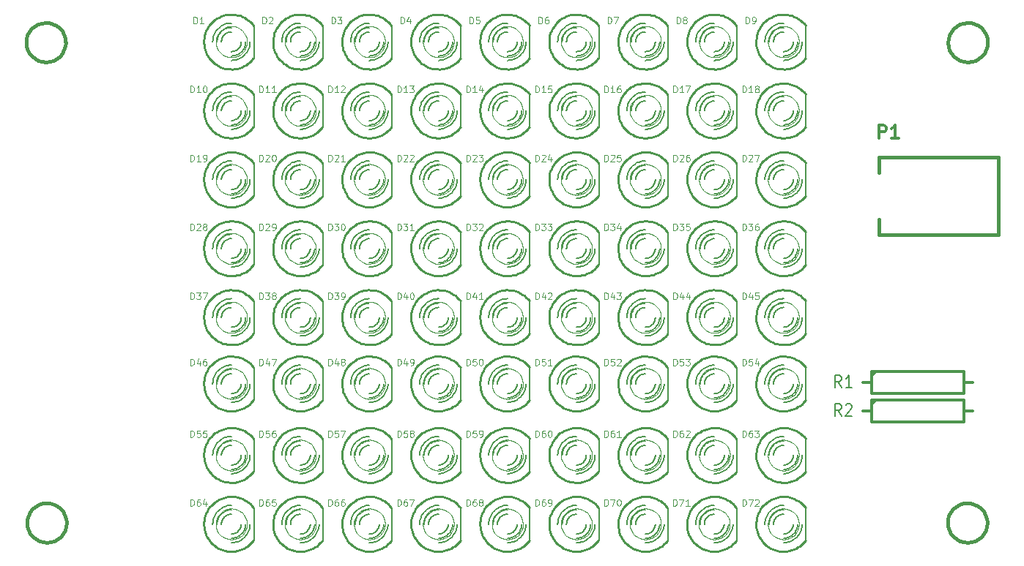
<source format=gto>
G04 (created by PCBNEW-RS274X (2011-05-25)-stable) date Tue 26 Jun 2012 11:18:22 AM PDT*
G01*
G70*
G90*
%MOIN*%
G04 Gerber Fmt 3.4, Leading zero omitted, Abs format*
%FSLAX34Y34*%
G04 APERTURE LIST*
%ADD10C,0.006000*%
%ADD11C,0.012000*%
%ADD12C,0.015000*%
%ADD13C,0.008000*%
%ADD14C,0.003000*%
%ADD15C,0.010000*%
%ADD16C,0.003500*%
G04 APERTURE END LIST*
G54D10*
G54D11*
X62832Y-52348D02*
X63232Y-52348D01*
X67832Y-52348D02*
X67432Y-52348D01*
X67432Y-51848D02*
X67432Y-52848D01*
X67432Y-52848D02*
X63232Y-52848D01*
X63232Y-52848D02*
X63232Y-51848D01*
X63232Y-51848D02*
X67432Y-51848D01*
X63232Y-52048D02*
X63432Y-51848D01*
X62812Y-51048D02*
X63212Y-51048D01*
X67812Y-51048D02*
X67412Y-51048D01*
X67412Y-50548D02*
X67412Y-51548D01*
X67412Y-51548D02*
X63212Y-51548D01*
X63212Y-51548D02*
X63212Y-50548D01*
X63212Y-50548D02*
X67412Y-50548D01*
X63212Y-50748D02*
X63412Y-50548D01*
G54D12*
X63551Y-41482D02*
X63551Y-40773D01*
X63551Y-40773D02*
X68984Y-40773D01*
X68984Y-40773D02*
X68984Y-44277D01*
X68984Y-44277D02*
X68984Y-44317D01*
X68984Y-44317D02*
X63551Y-44317D01*
X63551Y-44317D02*
X63551Y-43608D01*
X26583Y-57437D02*
X26565Y-57611D01*
X26515Y-57779D01*
X26432Y-57935D01*
X26321Y-58071D01*
X26186Y-58183D01*
X26031Y-58266D01*
X25863Y-58318D01*
X25689Y-58336D01*
X25515Y-58321D01*
X25346Y-58271D01*
X25191Y-58190D01*
X25054Y-58080D01*
X24941Y-57945D01*
X24856Y-57791D01*
X24803Y-57624D01*
X24784Y-57449D01*
X24798Y-57275D01*
X24847Y-57106D01*
X24927Y-56950D01*
X25036Y-56812D01*
X25170Y-56698D01*
X25323Y-56613D01*
X25490Y-56558D01*
X25665Y-56538D01*
X25839Y-56551D01*
X26008Y-56598D01*
X26165Y-56678D01*
X26303Y-56786D01*
X26418Y-56919D01*
X26505Y-57071D01*
X26560Y-57238D01*
X26582Y-57412D01*
X26583Y-57437D01*
X68498Y-35544D02*
X68480Y-35718D01*
X68430Y-35886D01*
X68347Y-36042D01*
X68236Y-36178D01*
X68101Y-36290D01*
X67946Y-36373D01*
X67778Y-36425D01*
X67604Y-36443D01*
X67430Y-36428D01*
X67261Y-36378D01*
X67106Y-36297D01*
X66969Y-36187D01*
X66856Y-36052D01*
X66771Y-35898D01*
X66718Y-35731D01*
X66699Y-35556D01*
X66713Y-35382D01*
X66762Y-35213D01*
X66842Y-35057D01*
X66951Y-34919D01*
X67085Y-34805D01*
X67238Y-34720D01*
X67405Y-34665D01*
X67580Y-34645D01*
X67754Y-34658D01*
X67923Y-34705D01*
X68080Y-34785D01*
X68218Y-34893D01*
X68333Y-35026D01*
X68420Y-35178D01*
X68475Y-35345D01*
X68497Y-35519D01*
X68498Y-35544D01*
X68477Y-57437D02*
X68459Y-57611D01*
X68409Y-57779D01*
X68326Y-57935D01*
X68215Y-58071D01*
X68080Y-58183D01*
X67925Y-58266D01*
X67757Y-58318D01*
X67583Y-58336D01*
X67409Y-58321D01*
X67240Y-58271D01*
X67085Y-58190D01*
X66948Y-58080D01*
X66835Y-57945D01*
X66750Y-57791D01*
X66697Y-57624D01*
X66678Y-57449D01*
X66692Y-57275D01*
X66741Y-57106D01*
X66821Y-56950D01*
X66930Y-56812D01*
X67064Y-56698D01*
X67217Y-56613D01*
X67384Y-56558D01*
X67559Y-56538D01*
X67733Y-56551D01*
X67902Y-56598D01*
X68059Y-56678D01*
X68197Y-56786D01*
X68312Y-56919D01*
X68399Y-57071D01*
X68454Y-57238D01*
X68476Y-57412D01*
X68477Y-57437D01*
X26542Y-35544D02*
X26524Y-35718D01*
X26474Y-35886D01*
X26391Y-36042D01*
X26280Y-36178D01*
X26145Y-36290D01*
X25990Y-36373D01*
X25822Y-36425D01*
X25648Y-36443D01*
X25474Y-36428D01*
X25305Y-36378D01*
X25150Y-36297D01*
X25013Y-36187D01*
X24900Y-36052D01*
X24815Y-35898D01*
X24762Y-35731D01*
X24743Y-35556D01*
X24757Y-35382D01*
X24806Y-35213D01*
X24886Y-35057D01*
X24995Y-34919D01*
X25129Y-34805D01*
X25282Y-34720D01*
X25449Y-34665D01*
X25624Y-34645D01*
X25798Y-34658D01*
X25967Y-34705D01*
X26124Y-34785D01*
X26262Y-34893D01*
X26377Y-35026D01*
X26464Y-35178D01*
X26519Y-35345D01*
X26541Y-35519D01*
X26542Y-35544D01*
G54D13*
X35108Y-42547D02*
X35108Y-41047D01*
G54D14*
X34795Y-41797D02*
X34781Y-41934D01*
X34741Y-42066D01*
X34676Y-42188D01*
X34589Y-42295D01*
X34483Y-42383D01*
X34361Y-42448D01*
X34230Y-42489D01*
X34092Y-42503D01*
X33956Y-42491D01*
X33824Y-42452D01*
X33701Y-42388D01*
X33594Y-42302D01*
X33505Y-42196D01*
X33439Y-42075D01*
X33397Y-41943D01*
X33382Y-41806D01*
X33393Y-41670D01*
X33431Y-41537D01*
X33494Y-41415D01*
X33580Y-41306D01*
X33685Y-41217D01*
X33805Y-41150D01*
X33937Y-41107D01*
X34074Y-41091D01*
X34210Y-41101D01*
X34343Y-41138D01*
X34466Y-41201D01*
X34575Y-41286D01*
X34665Y-41390D01*
X34733Y-41510D01*
X34777Y-41641D01*
X34794Y-41778D01*
X34795Y-41797D01*
G54D15*
X35087Y-41047D02*
X35018Y-40963D01*
X34942Y-40885D01*
X34859Y-40814D01*
X34770Y-40750D01*
X34676Y-40695D01*
X34578Y-40648D01*
X34476Y-40609D01*
X34371Y-40580D01*
X34264Y-40560D01*
X34155Y-40549D01*
X34047Y-40548D01*
X33938Y-40557D01*
X33831Y-40574D01*
X33725Y-40601D01*
X33622Y-40638D01*
X33523Y-40683D01*
X33428Y-40736D01*
X33338Y-40798D01*
X33254Y-40867D01*
X33176Y-40943D01*
X33105Y-41026D01*
X33041Y-41115D01*
X32986Y-41209D01*
X32939Y-41307D01*
X32900Y-41409D01*
X32871Y-41514D01*
X32851Y-41621D01*
X32840Y-41730D01*
X32839Y-41838D01*
X32848Y-41947D01*
X32865Y-42054D01*
X32892Y-42160D01*
X32929Y-42263D01*
X32974Y-42362D01*
X33027Y-42457D01*
X33089Y-42547D01*
X33158Y-42631D01*
X33234Y-42709D01*
X33317Y-42780D01*
X33406Y-42844D01*
X33500Y-42899D01*
X33598Y-42946D01*
X33700Y-42985D01*
X33805Y-43014D01*
X33912Y-43034D01*
X34021Y-43045D01*
X34129Y-43046D01*
X34238Y-43037D01*
X34345Y-43020D01*
X34451Y-42993D01*
X34554Y-42956D01*
X34653Y-42911D01*
X34748Y-42858D01*
X34838Y-42796D01*
X34922Y-42727D01*
X35000Y-42651D01*
X35071Y-42568D01*
X35087Y-42547D01*
G54D10*
X34088Y-41347D02*
X34049Y-41349D01*
X34010Y-41354D01*
X33972Y-41363D01*
X33935Y-41375D01*
X33898Y-41390D01*
X33864Y-41408D01*
X33830Y-41429D01*
X33799Y-41453D01*
X33770Y-41479D01*
X33744Y-41508D01*
X33720Y-41539D01*
X33699Y-41573D01*
X33681Y-41607D01*
X33666Y-41644D01*
X33654Y-41681D01*
X33645Y-41719D01*
X33640Y-41758D01*
X33638Y-41797D01*
X34088Y-42247D02*
X34127Y-42245D01*
X34166Y-42240D01*
X34204Y-42231D01*
X34241Y-42219D01*
X34278Y-42204D01*
X34313Y-42186D01*
X34346Y-42165D01*
X34377Y-42141D01*
X34406Y-42115D01*
X34432Y-42086D01*
X34456Y-42055D01*
X34477Y-42021D01*
X34495Y-41987D01*
X34510Y-41950D01*
X34522Y-41913D01*
X34531Y-41875D01*
X34536Y-41836D01*
X34538Y-41797D01*
X34088Y-41147D02*
X34032Y-41150D01*
X33976Y-41157D01*
X33920Y-41170D01*
X33866Y-41187D01*
X33814Y-41208D01*
X33764Y-41235D01*
X33716Y-41265D01*
X33671Y-41300D01*
X33629Y-41338D01*
X33591Y-41380D01*
X33556Y-41425D01*
X33526Y-41473D01*
X33499Y-41523D01*
X33478Y-41575D01*
X33461Y-41629D01*
X33448Y-41685D01*
X33441Y-41741D01*
X33438Y-41797D01*
X34088Y-42447D02*
X34144Y-42444D01*
X34200Y-42437D01*
X34256Y-42424D01*
X34310Y-42407D01*
X34362Y-42386D01*
X34413Y-42359D01*
X34460Y-42329D01*
X34505Y-42294D01*
X34547Y-42256D01*
X34585Y-42214D01*
X34620Y-42169D01*
X34650Y-42121D01*
X34677Y-42071D01*
X34698Y-42019D01*
X34715Y-41965D01*
X34728Y-41909D01*
X34735Y-41853D01*
X34738Y-41797D01*
X34088Y-40947D02*
X34014Y-40951D01*
X33941Y-40960D01*
X33869Y-40976D01*
X33798Y-40999D01*
X33729Y-41027D01*
X33664Y-41061D01*
X33601Y-41101D01*
X33542Y-41146D01*
X33487Y-41196D01*
X33437Y-41251D01*
X33392Y-41310D01*
X33352Y-41373D01*
X33318Y-41438D01*
X33290Y-41507D01*
X33267Y-41578D01*
X33251Y-41650D01*
X33242Y-41723D01*
X33238Y-41797D01*
X34088Y-42647D02*
X34162Y-42643D01*
X34235Y-42634D01*
X34307Y-42618D01*
X34378Y-42595D01*
X34447Y-42567D01*
X34513Y-42533D01*
X34575Y-42493D01*
X34634Y-42448D01*
X34689Y-42398D01*
X34739Y-42343D01*
X34784Y-42284D01*
X34824Y-42221D01*
X34858Y-42156D01*
X34886Y-42087D01*
X34909Y-42016D01*
X34925Y-41944D01*
X34934Y-41871D01*
X34938Y-41797D01*
G54D13*
X38249Y-36265D02*
X38249Y-34765D01*
G54D14*
X37936Y-35515D02*
X37922Y-35652D01*
X37882Y-35784D01*
X37817Y-35906D01*
X37730Y-36013D01*
X37624Y-36101D01*
X37502Y-36166D01*
X37371Y-36207D01*
X37233Y-36221D01*
X37097Y-36209D01*
X36965Y-36170D01*
X36842Y-36106D01*
X36735Y-36020D01*
X36646Y-35914D01*
X36580Y-35793D01*
X36538Y-35661D01*
X36523Y-35524D01*
X36534Y-35388D01*
X36572Y-35255D01*
X36635Y-35133D01*
X36721Y-35024D01*
X36826Y-34935D01*
X36946Y-34868D01*
X37078Y-34825D01*
X37215Y-34809D01*
X37351Y-34819D01*
X37484Y-34856D01*
X37607Y-34919D01*
X37716Y-35004D01*
X37806Y-35108D01*
X37874Y-35228D01*
X37918Y-35359D01*
X37935Y-35496D01*
X37936Y-35515D01*
G54D15*
X38228Y-34765D02*
X38159Y-34681D01*
X38083Y-34603D01*
X38000Y-34532D01*
X37911Y-34468D01*
X37817Y-34413D01*
X37719Y-34366D01*
X37617Y-34327D01*
X37512Y-34298D01*
X37405Y-34278D01*
X37296Y-34267D01*
X37188Y-34266D01*
X37079Y-34275D01*
X36972Y-34292D01*
X36866Y-34319D01*
X36763Y-34356D01*
X36664Y-34401D01*
X36569Y-34454D01*
X36479Y-34516D01*
X36395Y-34585D01*
X36317Y-34661D01*
X36246Y-34744D01*
X36182Y-34833D01*
X36127Y-34927D01*
X36080Y-35025D01*
X36041Y-35127D01*
X36012Y-35232D01*
X35992Y-35339D01*
X35981Y-35448D01*
X35980Y-35556D01*
X35989Y-35665D01*
X36006Y-35772D01*
X36033Y-35878D01*
X36070Y-35981D01*
X36115Y-36080D01*
X36168Y-36175D01*
X36230Y-36265D01*
X36299Y-36349D01*
X36375Y-36427D01*
X36458Y-36498D01*
X36547Y-36562D01*
X36641Y-36617D01*
X36739Y-36664D01*
X36841Y-36703D01*
X36946Y-36732D01*
X37053Y-36752D01*
X37162Y-36763D01*
X37270Y-36764D01*
X37379Y-36755D01*
X37486Y-36738D01*
X37592Y-36711D01*
X37695Y-36674D01*
X37794Y-36629D01*
X37889Y-36576D01*
X37979Y-36514D01*
X38063Y-36445D01*
X38141Y-36369D01*
X38212Y-36286D01*
X38228Y-36265D01*
G54D10*
X37229Y-35065D02*
X37190Y-35067D01*
X37151Y-35072D01*
X37113Y-35081D01*
X37076Y-35093D01*
X37039Y-35108D01*
X37005Y-35126D01*
X36971Y-35147D01*
X36940Y-35171D01*
X36911Y-35197D01*
X36885Y-35226D01*
X36861Y-35257D01*
X36840Y-35291D01*
X36822Y-35325D01*
X36807Y-35362D01*
X36795Y-35399D01*
X36786Y-35437D01*
X36781Y-35476D01*
X36779Y-35515D01*
X37229Y-35965D02*
X37268Y-35963D01*
X37307Y-35958D01*
X37345Y-35949D01*
X37382Y-35937D01*
X37419Y-35922D01*
X37454Y-35904D01*
X37487Y-35883D01*
X37518Y-35859D01*
X37547Y-35833D01*
X37573Y-35804D01*
X37597Y-35773D01*
X37618Y-35739D01*
X37636Y-35705D01*
X37651Y-35668D01*
X37663Y-35631D01*
X37672Y-35593D01*
X37677Y-35554D01*
X37679Y-35515D01*
X37229Y-34865D02*
X37173Y-34868D01*
X37117Y-34875D01*
X37061Y-34888D01*
X37007Y-34905D01*
X36955Y-34926D01*
X36905Y-34953D01*
X36857Y-34983D01*
X36812Y-35018D01*
X36770Y-35056D01*
X36732Y-35098D01*
X36697Y-35143D01*
X36667Y-35191D01*
X36640Y-35241D01*
X36619Y-35293D01*
X36602Y-35347D01*
X36589Y-35403D01*
X36582Y-35459D01*
X36579Y-35515D01*
X37229Y-36165D02*
X37285Y-36162D01*
X37341Y-36155D01*
X37397Y-36142D01*
X37451Y-36125D01*
X37503Y-36104D01*
X37554Y-36077D01*
X37601Y-36047D01*
X37646Y-36012D01*
X37688Y-35974D01*
X37726Y-35932D01*
X37761Y-35887D01*
X37791Y-35839D01*
X37818Y-35789D01*
X37839Y-35737D01*
X37856Y-35683D01*
X37869Y-35627D01*
X37876Y-35571D01*
X37879Y-35515D01*
X37229Y-34665D02*
X37155Y-34669D01*
X37082Y-34678D01*
X37010Y-34694D01*
X36939Y-34717D01*
X36870Y-34745D01*
X36805Y-34779D01*
X36742Y-34819D01*
X36683Y-34864D01*
X36628Y-34914D01*
X36578Y-34969D01*
X36533Y-35028D01*
X36493Y-35091D01*
X36459Y-35156D01*
X36431Y-35225D01*
X36408Y-35296D01*
X36392Y-35368D01*
X36383Y-35441D01*
X36379Y-35515D01*
X37229Y-36365D02*
X37303Y-36361D01*
X37376Y-36352D01*
X37448Y-36336D01*
X37519Y-36313D01*
X37588Y-36285D01*
X37654Y-36251D01*
X37716Y-36211D01*
X37775Y-36166D01*
X37830Y-36116D01*
X37880Y-36061D01*
X37925Y-36002D01*
X37965Y-35939D01*
X37999Y-35874D01*
X38027Y-35805D01*
X38050Y-35734D01*
X38066Y-35662D01*
X38075Y-35589D01*
X38079Y-35515D01*
G54D13*
X41389Y-36265D02*
X41389Y-34765D01*
G54D14*
X41076Y-35515D02*
X41062Y-35652D01*
X41022Y-35784D01*
X40957Y-35906D01*
X40870Y-36013D01*
X40764Y-36101D01*
X40642Y-36166D01*
X40511Y-36207D01*
X40373Y-36221D01*
X40237Y-36209D01*
X40105Y-36170D01*
X39982Y-36106D01*
X39875Y-36020D01*
X39786Y-35914D01*
X39720Y-35793D01*
X39678Y-35661D01*
X39663Y-35524D01*
X39674Y-35388D01*
X39712Y-35255D01*
X39775Y-35133D01*
X39861Y-35024D01*
X39966Y-34935D01*
X40086Y-34868D01*
X40218Y-34825D01*
X40355Y-34809D01*
X40491Y-34819D01*
X40624Y-34856D01*
X40747Y-34919D01*
X40856Y-35004D01*
X40946Y-35108D01*
X41014Y-35228D01*
X41058Y-35359D01*
X41075Y-35496D01*
X41076Y-35515D01*
G54D15*
X41368Y-34765D02*
X41299Y-34681D01*
X41223Y-34603D01*
X41140Y-34532D01*
X41051Y-34468D01*
X40957Y-34413D01*
X40859Y-34366D01*
X40757Y-34327D01*
X40652Y-34298D01*
X40545Y-34278D01*
X40436Y-34267D01*
X40328Y-34266D01*
X40219Y-34275D01*
X40112Y-34292D01*
X40006Y-34319D01*
X39903Y-34356D01*
X39804Y-34401D01*
X39709Y-34454D01*
X39619Y-34516D01*
X39535Y-34585D01*
X39457Y-34661D01*
X39386Y-34744D01*
X39322Y-34833D01*
X39267Y-34927D01*
X39220Y-35025D01*
X39181Y-35127D01*
X39152Y-35232D01*
X39132Y-35339D01*
X39121Y-35448D01*
X39120Y-35556D01*
X39129Y-35665D01*
X39146Y-35772D01*
X39173Y-35878D01*
X39210Y-35981D01*
X39255Y-36080D01*
X39308Y-36175D01*
X39370Y-36265D01*
X39439Y-36349D01*
X39515Y-36427D01*
X39598Y-36498D01*
X39687Y-36562D01*
X39781Y-36617D01*
X39879Y-36664D01*
X39981Y-36703D01*
X40086Y-36732D01*
X40193Y-36752D01*
X40302Y-36763D01*
X40410Y-36764D01*
X40519Y-36755D01*
X40626Y-36738D01*
X40732Y-36711D01*
X40835Y-36674D01*
X40934Y-36629D01*
X41029Y-36576D01*
X41119Y-36514D01*
X41203Y-36445D01*
X41281Y-36369D01*
X41352Y-36286D01*
X41368Y-36265D01*
G54D10*
X40369Y-35065D02*
X40330Y-35067D01*
X40291Y-35072D01*
X40253Y-35081D01*
X40216Y-35093D01*
X40179Y-35108D01*
X40145Y-35126D01*
X40111Y-35147D01*
X40080Y-35171D01*
X40051Y-35197D01*
X40025Y-35226D01*
X40001Y-35257D01*
X39980Y-35291D01*
X39962Y-35325D01*
X39947Y-35362D01*
X39935Y-35399D01*
X39926Y-35437D01*
X39921Y-35476D01*
X39919Y-35515D01*
X40369Y-35965D02*
X40408Y-35963D01*
X40447Y-35958D01*
X40485Y-35949D01*
X40522Y-35937D01*
X40559Y-35922D01*
X40594Y-35904D01*
X40627Y-35883D01*
X40658Y-35859D01*
X40687Y-35833D01*
X40713Y-35804D01*
X40737Y-35773D01*
X40758Y-35739D01*
X40776Y-35705D01*
X40791Y-35668D01*
X40803Y-35631D01*
X40812Y-35593D01*
X40817Y-35554D01*
X40819Y-35515D01*
X40369Y-34865D02*
X40313Y-34868D01*
X40257Y-34875D01*
X40201Y-34888D01*
X40147Y-34905D01*
X40095Y-34926D01*
X40045Y-34953D01*
X39997Y-34983D01*
X39952Y-35018D01*
X39910Y-35056D01*
X39872Y-35098D01*
X39837Y-35143D01*
X39807Y-35191D01*
X39780Y-35241D01*
X39759Y-35293D01*
X39742Y-35347D01*
X39729Y-35403D01*
X39722Y-35459D01*
X39719Y-35515D01*
X40369Y-36165D02*
X40425Y-36162D01*
X40481Y-36155D01*
X40537Y-36142D01*
X40591Y-36125D01*
X40643Y-36104D01*
X40694Y-36077D01*
X40741Y-36047D01*
X40786Y-36012D01*
X40828Y-35974D01*
X40866Y-35932D01*
X40901Y-35887D01*
X40931Y-35839D01*
X40958Y-35789D01*
X40979Y-35737D01*
X40996Y-35683D01*
X41009Y-35627D01*
X41016Y-35571D01*
X41019Y-35515D01*
X40369Y-34665D02*
X40295Y-34669D01*
X40222Y-34678D01*
X40150Y-34694D01*
X40079Y-34717D01*
X40010Y-34745D01*
X39945Y-34779D01*
X39882Y-34819D01*
X39823Y-34864D01*
X39768Y-34914D01*
X39718Y-34969D01*
X39673Y-35028D01*
X39633Y-35091D01*
X39599Y-35156D01*
X39571Y-35225D01*
X39548Y-35296D01*
X39532Y-35368D01*
X39523Y-35441D01*
X39519Y-35515D01*
X40369Y-36365D02*
X40443Y-36361D01*
X40516Y-36352D01*
X40588Y-36336D01*
X40659Y-36313D01*
X40728Y-36285D01*
X40794Y-36251D01*
X40856Y-36211D01*
X40915Y-36166D01*
X40970Y-36116D01*
X41020Y-36061D01*
X41065Y-36002D01*
X41105Y-35939D01*
X41139Y-35874D01*
X41167Y-35805D01*
X41190Y-35734D01*
X41206Y-35662D01*
X41215Y-35589D01*
X41219Y-35515D01*
G54D13*
X44530Y-36265D02*
X44530Y-34765D01*
G54D14*
X44217Y-35515D02*
X44203Y-35652D01*
X44163Y-35784D01*
X44098Y-35906D01*
X44011Y-36013D01*
X43905Y-36101D01*
X43783Y-36166D01*
X43652Y-36207D01*
X43514Y-36221D01*
X43378Y-36209D01*
X43246Y-36170D01*
X43123Y-36106D01*
X43016Y-36020D01*
X42927Y-35914D01*
X42861Y-35793D01*
X42819Y-35661D01*
X42804Y-35524D01*
X42815Y-35388D01*
X42853Y-35255D01*
X42916Y-35133D01*
X43002Y-35024D01*
X43107Y-34935D01*
X43227Y-34868D01*
X43359Y-34825D01*
X43496Y-34809D01*
X43632Y-34819D01*
X43765Y-34856D01*
X43888Y-34919D01*
X43997Y-35004D01*
X44087Y-35108D01*
X44155Y-35228D01*
X44199Y-35359D01*
X44216Y-35496D01*
X44217Y-35515D01*
G54D15*
X44509Y-34765D02*
X44440Y-34681D01*
X44364Y-34603D01*
X44281Y-34532D01*
X44192Y-34468D01*
X44098Y-34413D01*
X44000Y-34366D01*
X43898Y-34327D01*
X43793Y-34298D01*
X43686Y-34278D01*
X43577Y-34267D01*
X43469Y-34266D01*
X43360Y-34275D01*
X43253Y-34292D01*
X43147Y-34319D01*
X43044Y-34356D01*
X42945Y-34401D01*
X42850Y-34454D01*
X42760Y-34516D01*
X42676Y-34585D01*
X42598Y-34661D01*
X42527Y-34744D01*
X42463Y-34833D01*
X42408Y-34927D01*
X42361Y-35025D01*
X42322Y-35127D01*
X42293Y-35232D01*
X42273Y-35339D01*
X42262Y-35448D01*
X42261Y-35556D01*
X42270Y-35665D01*
X42287Y-35772D01*
X42314Y-35878D01*
X42351Y-35981D01*
X42396Y-36080D01*
X42449Y-36175D01*
X42511Y-36265D01*
X42580Y-36349D01*
X42656Y-36427D01*
X42739Y-36498D01*
X42828Y-36562D01*
X42922Y-36617D01*
X43020Y-36664D01*
X43122Y-36703D01*
X43227Y-36732D01*
X43334Y-36752D01*
X43443Y-36763D01*
X43551Y-36764D01*
X43660Y-36755D01*
X43767Y-36738D01*
X43873Y-36711D01*
X43976Y-36674D01*
X44075Y-36629D01*
X44170Y-36576D01*
X44260Y-36514D01*
X44344Y-36445D01*
X44422Y-36369D01*
X44493Y-36286D01*
X44509Y-36265D01*
G54D10*
X43510Y-35065D02*
X43471Y-35067D01*
X43432Y-35072D01*
X43394Y-35081D01*
X43357Y-35093D01*
X43320Y-35108D01*
X43286Y-35126D01*
X43252Y-35147D01*
X43221Y-35171D01*
X43192Y-35197D01*
X43166Y-35226D01*
X43142Y-35257D01*
X43121Y-35291D01*
X43103Y-35325D01*
X43088Y-35362D01*
X43076Y-35399D01*
X43067Y-35437D01*
X43062Y-35476D01*
X43060Y-35515D01*
X43510Y-35965D02*
X43549Y-35963D01*
X43588Y-35958D01*
X43626Y-35949D01*
X43663Y-35937D01*
X43700Y-35922D01*
X43735Y-35904D01*
X43768Y-35883D01*
X43799Y-35859D01*
X43828Y-35833D01*
X43854Y-35804D01*
X43878Y-35773D01*
X43899Y-35739D01*
X43917Y-35705D01*
X43932Y-35668D01*
X43944Y-35631D01*
X43953Y-35593D01*
X43958Y-35554D01*
X43960Y-35515D01*
X43510Y-34865D02*
X43454Y-34868D01*
X43398Y-34875D01*
X43342Y-34888D01*
X43288Y-34905D01*
X43236Y-34926D01*
X43186Y-34953D01*
X43138Y-34983D01*
X43093Y-35018D01*
X43051Y-35056D01*
X43013Y-35098D01*
X42978Y-35143D01*
X42948Y-35191D01*
X42921Y-35241D01*
X42900Y-35293D01*
X42883Y-35347D01*
X42870Y-35403D01*
X42863Y-35459D01*
X42860Y-35515D01*
X43510Y-36165D02*
X43566Y-36162D01*
X43622Y-36155D01*
X43678Y-36142D01*
X43732Y-36125D01*
X43784Y-36104D01*
X43835Y-36077D01*
X43882Y-36047D01*
X43927Y-36012D01*
X43969Y-35974D01*
X44007Y-35932D01*
X44042Y-35887D01*
X44072Y-35839D01*
X44099Y-35789D01*
X44120Y-35737D01*
X44137Y-35683D01*
X44150Y-35627D01*
X44157Y-35571D01*
X44160Y-35515D01*
X43510Y-34665D02*
X43436Y-34669D01*
X43363Y-34678D01*
X43291Y-34694D01*
X43220Y-34717D01*
X43151Y-34745D01*
X43086Y-34779D01*
X43023Y-34819D01*
X42964Y-34864D01*
X42909Y-34914D01*
X42859Y-34969D01*
X42814Y-35028D01*
X42774Y-35091D01*
X42740Y-35156D01*
X42712Y-35225D01*
X42689Y-35296D01*
X42673Y-35368D01*
X42664Y-35441D01*
X42660Y-35515D01*
X43510Y-36365D02*
X43584Y-36361D01*
X43657Y-36352D01*
X43729Y-36336D01*
X43800Y-36313D01*
X43869Y-36285D01*
X43935Y-36251D01*
X43997Y-36211D01*
X44056Y-36166D01*
X44111Y-36116D01*
X44161Y-36061D01*
X44206Y-36002D01*
X44246Y-35939D01*
X44280Y-35874D01*
X44308Y-35805D01*
X44331Y-35734D01*
X44347Y-35662D01*
X44356Y-35589D01*
X44360Y-35515D01*
G54D13*
X47670Y-36265D02*
X47670Y-34765D01*
G54D14*
X47357Y-35515D02*
X47343Y-35652D01*
X47303Y-35784D01*
X47238Y-35906D01*
X47151Y-36013D01*
X47045Y-36101D01*
X46923Y-36166D01*
X46792Y-36207D01*
X46654Y-36221D01*
X46518Y-36209D01*
X46386Y-36170D01*
X46263Y-36106D01*
X46156Y-36020D01*
X46067Y-35914D01*
X46001Y-35793D01*
X45959Y-35661D01*
X45944Y-35524D01*
X45955Y-35388D01*
X45993Y-35255D01*
X46056Y-35133D01*
X46142Y-35024D01*
X46247Y-34935D01*
X46367Y-34868D01*
X46499Y-34825D01*
X46636Y-34809D01*
X46772Y-34819D01*
X46905Y-34856D01*
X47028Y-34919D01*
X47137Y-35004D01*
X47227Y-35108D01*
X47295Y-35228D01*
X47339Y-35359D01*
X47356Y-35496D01*
X47357Y-35515D01*
G54D15*
X47649Y-34765D02*
X47580Y-34681D01*
X47504Y-34603D01*
X47421Y-34532D01*
X47332Y-34468D01*
X47238Y-34413D01*
X47140Y-34366D01*
X47038Y-34327D01*
X46933Y-34298D01*
X46826Y-34278D01*
X46717Y-34267D01*
X46609Y-34266D01*
X46500Y-34275D01*
X46393Y-34292D01*
X46287Y-34319D01*
X46184Y-34356D01*
X46085Y-34401D01*
X45990Y-34454D01*
X45900Y-34516D01*
X45816Y-34585D01*
X45738Y-34661D01*
X45667Y-34744D01*
X45603Y-34833D01*
X45548Y-34927D01*
X45501Y-35025D01*
X45462Y-35127D01*
X45433Y-35232D01*
X45413Y-35339D01*
X45402Y-35448D01*
X45401Y-35556D01*
X45410Y-35665D01*
X45427Y-35772D01*
X45454Y-35878D01*
X45491Y-35981D01*
X45536Y-36080D01*
X45589Y-36175D01*
X45651Y-36265D01*
X45720Y-36349D01*
X45796Y-36427D01*
X45879Y-36498D01*
X45968Y-36562D01*
X46062Y-36617D01*
X46160Y-36664D01*
X46262Y-36703D01*
X46367Y-36732D01*
X46474Y-36752D01*
X46583Y-36763D01*
X46691Y-36764D01*
X46800Y-36755D01*
X46907Y-36738D01*
X47013Y-36711D01*
X47116Y-36674D01*
X47215Y-36629D01*
X47310Y-36576D01*
X47400Y-36514D01*
X47484Y-36445D01*
X47562Y-36369D01*
X47633Y-36286D01*
X47649Y-36265D01*
G54D10*
X46650Y-35065D02*
X46611Y-35067D01*
X46572Y-35072D01*
X46534Y-35081D01*
X46497Y-35093D01*
X46460Y-35108D01*
X46426Y-35126D01*
X46392Y-35147D01*
X46361Y-35171D01*
X46332Y-35197D01*
X46306Y-35226D01*
X46282Y-35257D01*
X46261Y-35291D01*
X46243Y-35325D01*
X46228Y-35362D01*
X46216Y-35399D01*
X46207Y-35437D01*
X46202Y-35476D01*
X46200Y-35515D01*
X46650Y-35965D02*
X46689Y-35963D01*
X46728Y-35958D01*
X46766Y-35949D01*
X46803Y-35937D01*
X46840Y-35922D01*
X46875Y-35904D01*
X46908Y-35883D01*
X46939Y-35859D01*
X46968Y-35833D01*
X46994Y-35804D01*
X47018Y-35773D01*
X47039Y-35739D01*
X47057Y-35705D01*
X47072Y-35668D01*
X47084Y-35631D01*
X47093Y-35593D01*
X47098Y-35554D01*
X47100Y-35515D01*
X46650Y-34865D02*
X46594Y-34868D01*
X46538Y-34875D01*
X46482Y-34888D01*
X46428Y-34905D01*
X46376Y-34926D01*
X46326Y-34953D01*
X46278Y-34983D01*
X46233Y-35018D01*
X46191Y-35056D01*
X46153Y-35098D01*
X46118Y-35143D01*
X46088Y-35191D01*
X46061Y-35241D01*
X46040Y-35293D01*
X46023Y-35347D01*
X46010Y-35403D01*
X46003Y-35459D01*
X46000Y-35515D01*
X46650Y-36165D02*
X46706Y-36162D01*
X46762Y-36155D01*
X46818Y-36142D01*
X46872Y-36125D01*
X46924Y-36104D01*
X46975Y-36077D01*
X47022Y-36047D01*
X47067Y-36012D01*
X47109Y-35974D01*
X47147Y-35932D01*
X47182Y-35887D01*
X47212Y-35839D01*
X47239Y-35789D01*
X47260Y-35737D01*
X47277Y-35683D01*
X47290Y-35627D01*
X47297Y-35571D01*
X47300Y-35515D01*
X46650Y-34665D02*
X46576Y-34669D01*
X46503Y-34678D01*
X46431Y-34694D01*
X46360Y-34717D01*
X46291Y-34745D01*
X46226Y-34779D01*
X46163Y-34819D01*
X46104Y-34864D01*
X46049Y-34914D01*
X45999Y-34969D01*
X45954Y-35028D01*
X45914Y-35091D01*
X45880Y-35156D01*
X45852Y-35225D01*
X45829Y-35296D01*
X45813Y-35368D01*
X45804Y-35441D01*
X45800Y-35515D01*
X46650Y-36365D02*
X46724Y-36361D01*
X46797Y-36352D01*
X46869Y-36336D01*
X46940Y-36313D01*
X47009Y-36285D01*
X47075Y-36251D01*
X47137Y-36211D01*
X47196Y-36166D01*
X47251Y-36116D01*
X47301Y-36061D01*
X47346Y-36002D01*
X47386Y-35939D01*
X47420Y-35874D01*
X47448Y-35805D01*
X47471Y-35734D01*
X47487Y-35662D01*
X47496Y-35589D01*
X47500Y-35515D01*
G54D13*
X50811Y-36265D02*
X50811Y-34765D01*
G54D14*
X50498Y-35515D02*
X50484Y-35652D01*
X50444Y-35784D01*
X50379Y-35906D01*
X50292Y-36013D01*
X50186Y-36101D01*
X50064Y-36166D01*
X49933Y-36207D01*
X49795Y-36221D01*
X49659Y-36209D01*
X49527Y-36170D01*
X49404Y-36106D01*
X49297Y-36020D01*
X49208Y-35914D01*
X49142Y-35793D01*
X49100Y-35661D01*
X49085Y-35524D01*
X49096Y-35388D01*
X49134Y-35255D01*
X49197Y-35133D01*
X49283Y-35024D01*
X49388Y-34935D01*
X49508Y-34868D01*
X49640Y-34825D01*
X49777Y-34809D01*
X49913Y-34819D01*
X50046Y-34856D01*
X50169Y-34919D01*
X50278Y-35004D01*
X50368Y-35108D01*
X50436Y-35228D01*
X50480Y-35359D01*
X50497Y-35496D01*
X50498Y-35515D01*
G54D15*
X50790Y-34765D02*
X50721Y-34681D01*
X50645Y-34603D01*
X50562Y-34532D01*
X50473Y-34468D01*
X50379Y-34413D01*
X50281Y-34366D01*
X50179Y-34327D01*
X50074Y-34298D01*
X49967Y-34278D01*
X49858Y-34267D01*
X49750Y-34266D01*
X49641Y-34275D01*
X49534Y-34292D01*
X49428Y-34319D01*
X49325Y-34356D01*
X49226Y-34401D01*
X49131Y-34454D01*
X49041Y-34516D01*
X48957Y-34585D01*
X48879Y-34661D01*
X48808Y-34744D01*
X48744Y-34833D01*
X48689Y-34927D01*
X48642Y-35025D01*
X48603Y-35127D01*
X48574Y-35232D01*
X48554Y-35339D01*
X48543Y-35448D01*
X48542Y-35556D01*
X48551Y-35665D01*
X48568Y-35772D01*
X48595Y-35878D01*
X48632Y-35981D01*
X48677Y-36080D01*
X48730Y-36175D01*
X48792Y-36265D01*
X48861Y-36349D01*
X48937Y-36427D01*
X49020Y-36498D01*
X49109Y-36562D01*
X49203Y-36617D01*
X49301Y-36664D01*
X49403Y-36703D01*
X49508Y-36732D01*
X49615Y-36752D01*
X49724Y-36763D01*
X49832Y-36764D01*
X49941Y-36755D01*
X50048Y-36738D01*
X50154Y-36711D01*
X50257Y-36674D01*
X50356Y-36629D01*
X50451Y-36576D01*
X50541Y-36514D01*
X50625Y-36445D01*
X50703Y-36369D01*
X50774Y-36286D01*
X50790Y-36265D01*
G54D10*
X49791Y-35065D02*
X49752Y-35067D01*
X49713Y-35072D01*
X49675Y-35081D01*
X49638Y-35093D01*
X49601Y-35108D01*
X49567Y-35126D01*
X49533Y-35147D01*
X49502Y-35171D01*
X49473Y-35197D01*
X49447Y-35226D01*
X49423Y-35257D01*
X49402Y-35291D01*
X49384Y-35325D01*
X49369Y-35362D01*
X49357Y-35399D01*
X49348Y-35437D01*
X49343Y-35476D01*
X49341Y-35515D01*
X49791Y-35965D02*
X49830Y-35963D01*
X49869Y-35958D01*
X49907Y-35949D01*
X49944Y-35937D01*
X49981Y-35922D01*
X50016Y-35904D01*
X50049Y-35883D01*
X50080Y-35859D01*
X50109Y-35833D01*
X50135Y-35804D01*
X50159Y-35773D01*
X50180Y-35739D01*
X50198Y-35705D01*
X50213Y-35668D01*
X50225Y-35631D01*
X50234Y-35593D01*
X50239Y-35554D01*
X50241Y-35515D01*
X49791Y-34865D02*
X49735Y-34868D01*
X49679Y-34875D01*
X49623Y-34888D01*
X49569Y-34905D01*
X49517Y-34926D01*
X49467Y-34953D01*
X49419Y-34983D01*
X49374Y-35018D01*
X49332Y-35056D01*
X49294Y-35098D01*
X49259Y-35143D01*
X49229Y-35191D01*
X49202Y-35241D01*
X49181Y-35293D01*
X49164Y-35347D01*
X49151Y-35403D01*
X49144Y-35459D01*
X49141Y-35515D01*
X49791Y-36165D02*
X49847Y-36162D01*
X49903Y-36155D01*
X49959Y-36142D01*
X50013Y-36125D01*
X50065Y-36104D01*
X50116Y-36077D01*
X50163Y-36047D01*
X50208Y-36012D01*
X50250Y-35974D01*
X50288Y-35932D01*
X50323Y-35887D01*
X50353Y-35839D01*
X50380Y-35789D01*
X50401Y-35737D01*
X50418Y-35683D01*
X50431Y-35627D01*
X50438Y-35571D01*
X50441Y-35515D01*
X49791Y-34665D02*
X49717Y-34669D01*
X49644Y-34678D01*
X49572Y-34694D01*
X49501Y-34717D01*
X49432Y-34745D01*
X49367Y-34779D01*
X49304Y-34819D01*
X49245Y-34864D01*
X49190Y-34914D01*
X49140Y-34969D01*
X49095Y-35028D01*
X49055Y-35091D01*
X49021Y-35156D01*
X48993Y-35225D01*
X48970Y-35296D01*
X48954Y-35368D01*
X48945Y-35441D01*
X48941Y-35515D01*
X49791Y-36365D02*
X49865Y-36361D01*
X49938Y-36352D01*
X50010Y-36336D01*
X50081Y-36313D01*
X50150Y-36285D01*
X50216Y-36251D01*
X50278Y-36211D01*
X50337Y-36166D01*
X50392Y-36116D01*
X50442Y-36061D01*
X50487Y-36002D01*
X50527Y-35939D01*
X50561Y-35874D01*
X50589Y-35805D01*
X50612Y-35734D01*
X50628Y-35662D01*
X50637Y-35589D01*
X50641Y-35515D01*
G54D13*
X53951Y-36265D02*
X53951Y-34765D01*
G54D14*
X53638Y-35515D02*
X53624Y-35652D01*
X53584Y-35784D01*
X53519Y-35906D01*
X53432Y-36013D01*
X53326Y-36101D01*
X53204Y-36166D01*
X53073Y-36207D01*
X52935Y-36221D01*
X52799Y-36209D01*
X52667Y-36170D01*
X52544Y-36106D01*
X52437Y-36020D01*
X52348Y-35914D01*
X52282Y-35793D01*
X52240Y-35661D01*
X52225Y-35524D01*
X52236Y-35388D01*
X52274Y-35255D01*
X52337Y-35133D01*
X52423Y-35024D01*
X52528Y-34935D01*
X52648Y-34868D01*
X52780Y-34825D01*
X52917Y-34809D01*
X53053Y-34819D01*
X53186Y-34856D01*
X53309Y-34919D01*
X53418Y-35004D01*
X53508Y-35108D01*
X53576Y-35228D01*
X53620Y-35359D01*
X53637Y-35496D01*
X53638Y-35515D01*
G54D15*
X53930Y-34765D02*
X53861Y-34681D01*
X53785Y-34603D01*
X53702Y-34532D01*
X53613Y-34468D01*
X53519Y-34413D01*
X53421Y-34366D01*
X53319Y-34327D01*
X53214Y-34298D01*
X53107Y-34278D01*
X52998Y-34267D01*
X52890Y-34266D01*
X52781Y-34275D01*
X52674Y-34292D01*
X52568Y-34319D01*
X52465Y-34356D01*
X52366Y-34401D01*
X52271Y-34454D01*
X52181Y-34516D01*
X52097Y-34585D01*
X52019Y-34661D01*
X51948Y-34744D01*
X51884Y-34833D01*
X51829Y-34927D01*
X51782Y-35025D01*
X51743Y-35127D01*
X51714Y-35232D01*
X51694Y-35339D01*
X51683Y-35448D01*
X51682Y-35556D01*
X51691Y-35665D01*
X51708Y-35772D01*
X51735Y-35878D01*
X51772Y-35981D01*
X51817Y-36080D01*
X51870Y-36175D01*
X51932Y-36265D01*
X52001Y-36349D01*
X52077Y-36427D01*
X52160Y-36498D01*
X52249Y-36562D01*
X52343Y-36617D01*
X52441Y-36664D01*
X52543Y-36703D01*
X52648Y-36732D01*
X52755Y-36752D01*
X52864Y-36763D01*
X52972Y-36764D01*
X53081Y-36755D01*
X53188Y-36738D01*
X53294Y-36711D01*
X53397Y-36674D01*
X53496Y-36629D01*
X53591Y-36576D01*
X53681Y-36514D01*
X53765Y-36445D01*
X53843Y-36369D01*
X53914Y-36286D01*
X53930Y-36265D01*
G54D10*
X52931Y-35065D02*
X52892Y-35067D01*
X52853Y-35072D01*
X52815Y-35081D01*
X52778Y-35093D01*
X52741Y-35108D01*
X52707Y-35126D01*
X52673Y-35147D01*
X52642Y-35171D01*
X52613Y-35197D01*
X52587Y-35226D01*
X52563Y-35257D01*
X52542Y-35291D01*
X52524Y-35325D01*
X52509Y-35362D01*
X52497Y-35399D01*
X52488Y-35437D01*
X52483Y-35476D01*
X52481Y-35515D01*
X52931Y-35965D02*
X52970Y-35963D01*
X53009Y-35958D01*
X53047Y-35949D01*
X53084Y-35937D01*
X53121Y-35922D01*
X53156Y-35904D01*
X53189Y-35883D01*
X53220Y-35859D01*
X53249Y-35833D01*
X53275Y-35804D01*
X53299Y-35773D01*
X53320Y-35739D01*
X53338Y-35705D01*
X53353Y-35668D01*
X53365Y-35631D01*
X53374Y-35593D01*
X53379Y-35554D01*
X53381Y-35515D01*
X52931Y-34865D02*
X52875Y-34868D01*
X52819Y-34875D01*
X52763Y-34888D01*
X52709Y-34905D01*
X52657Y-34926D01*
X52607Y-34953D01*
X52559Y-34983D01*
X52514Y-35018D01*
X52472Y-35056D01*
X52434Y-35098D01*
X52399Y-35143D01*
X52369Y-35191D01*
X52342Y-35241D01*
X52321Y-35293D01*
X52304Y-35347D01*
X52291Y-35403D01*
X52284Y-35459D01*
X52281Y-35515D01*
X52931Y-36165D02*
X52987Y-36162D01*
X53043Y-36155D01*
X53099Y-36142D01*
X53153Y-36125D01*
X53205Y-36104D01*
X53256Y-36077D01*
X53303Y-36047D01*
X53348Y-36012D01*
X53390Y-35974D01*
X53428Y-35932D01*
X53463Y-35887D01*
X53493Y-35839D01*
X53520Y-35789D01*
X53541Y-35737D01*
X53558Y-35683D01*
X53571Y-35627D01*
X53578Y-35571D01*
X53581Y-35515D01*
X52931Y-34665D02*
X52857Y-34669D01*
X52784Y-34678D01*
X52712Y-34694D01*
X52641Y-34717D01*
X52572Y-34745D01*
X52507Y-34779D01*
X52444Y-34819D01*
X52385Y-34864D01*
X52330Y-34914D01*
X52280Y-34969D01*
X52235Y-35028D01*
X52195Y-35091D01*
X52161Y-35156D01*
X52133Y-35225D01*
X52110Y-35296D01*
X52094Y-35368D01*
X52085Y-35441D01*
X52081Y-35515D01*
X52931Y-36365D02*
X53005Y-36361D01*
X53078Y-36352D01*
X53150Y-36336D01*
X53221Y-36313D01*
X53290Y-36285D01*
X53356Y-36251D01*
X53418Y-36211D01*
X53477Y-36166D01*
X53532Y-36116D01*
X53582Y-36061D01*
X53627Y-36002D01*
X53667Y-35939D01*
X53701Y-35874D01*
X53729Y-35805D01*
X53752Y-35734D01*
X53768Y-35662D01*
X53777Y-35589D01*
X53781Y-35515D01*
G54D13*
X57092Y-36265D02*
X57092Y-34765D01*
G54D14*
X56779Y-35515D02*
X56765Y-35652D01*
X56725Y-35784D01*
X56660Y-35906D01*
X56573Y-36013D01*
X56467Y-36101D01*
X56345Y-36166D01*
X56214Y-36207D01*
X56076Y-36221D01*
X55940Y-36209D01*
X55808Y-36170D01*
X55685Y-36106D01*
X55578Y-36020D01*
X55489Y-35914D01*
X55423Y-35793D01*
X55381Y-35661D01*
X55366Y-35524D01*
X55377Y-35388D01*
X55415Y-35255D01*
X55478Y-35133D01*
X55564Y-35024D01*
X55669Y-34935D01*
X55789Y-34868D01*
X55921Y-34825D01*
X56058Y-34809D01*
X56194Y-34819D01*
X56327Y-34856D01*
X56450Y-34919D01*
X56559Y-35004D01*
X56649Y-35108D01*
X56717Y-35228D01*
X56761Y-35359D01*
X56778Y-35496D01*
X56779Y-35515D01*
G54D15*
X57071Y-34765D02*
X57002Y-34681D01*
X56926Y-34603D01*
X56843Y-34532D01*
X56754Y-34468D01*
X56660Y-34413D01*
X56562Y-34366D01*
X56460Y-34327D01*
X56355Y-34298D01*
X56248Y-34278D01*
X56139Y-34267D01*
X56031Y-34266D01*
X55922Y-34275D01*
X55815Y-34292D01*
X55709Y-34319D01*
X55606Y-34356D01*
X55507Y-34401D01*
X55412Y-34454D01*
X55322Y-34516D01*
X55238Y-34585D01*
X55160Y-34661D01*
X55089Y-34744D01*
X55025Y-34833D01*
X54970Y-34927D01*
X54923Y-35025D01*
X54884Y-35127D01*
X54855Y-35232D01*
X54835Y-35339D01*
X54824Y-35448D01*
X54823Y-35556D01*
X54832Y-35665D01*
X54849Y-35772D01*
X54876Y-35878D01*
X54913Y-35981D01*
X54958Y-36080D01*
X55011Y-36175D01*
X55073Y-36265D01*
X55142Y-36349D01*
X55218Y-36427D01*
X55301Y-36498D01*
X55390Y-36562D01*
X55484Y-36617D01*
X55582Y-36664D01*
X55684Y-36703D01*
X55789Y-36732D01*
X55896Y-36752D01*
X56005Y-36763D01*
X56113Y-36764D01*
X56222Y-36755D01*
X56329Y-36738D01*
X56435Y-36711D01*
X56538Y-36674D01*
X56637Y-36629D01*
X56732Y-36576D01*
X56822Y-36514D01*
X56906Y-36445D01*
X56984Y-36369D01*
X57055Y-36286D01*
X57071Y-36265D01*
G54D10*
X56072Y-35065D02*
X56033Y-35067D01*
X55994Y-35072D01*
X55956Y-35081D01*
X55919Y-35093D01*
X55882Y-35108D01*
X55848Y-35126D01*
X55814Y-35147D01*
X55783Y-35171D01*
X55754Y-35197D01*
X55728Y-35226D01*
X55704Y-35257D01*
X55683Y-35291D01*
X55665Y-35325D01*
X55650Y-35362D01*
X55638Y-35399D01*
X55629Y-35437D01*
X55624Y-35476D01*
X55622Y-35515D01*
X56072Y-35965D02*
X56111Y-35963D01*
X56150Y-35958D01*
X56188Y-35949D01*
X56225Y-35937D01*
X56262Y-35922D01*
X56297Y-35904D01*
X56330Y-35883D01*
X56361Y-35859D01*
X56390Y-35833D01*
X56416Y-35804D01*
X56440Y-35773D01*
X56461Y-35739D01*
X56479Y-35705D01*
X56494Y-35668D01*
X56506Y-35631D01*
X56515Y-35593D01*
X56520Y-35554D01*
X56522Y-35515D01*
X56072Y-34865D02*
X56016Y-34868D01*
X55960Y-34875D01*
X55904Y-34888D01*
X55850Y-34905D01*
X55798Y-34926D01*
X55748Y-34953D01*
X55700Y-34983D01*
X55655Y-35018D01*
X55613Y-35056D01*
X55575Y-35098D01*
X55540Y-35143D01*
X55510Y-35191D01*
X55483Y-35241D01*
X55462Y-35293D01*
X55445Y-35347D01*
X55432Y-35403D01*
X55425Y-35459D01*
X55422Y-35515D01*
X56072Y-36165D02*
X56128Y-36162D01*
X56184Y-36155D01*
X56240Y-36142D01*
X56294Y-36125D01*
X56346Y-36104D01*
X56397Y-36077D01*
X56444Y-36047D01*
X56489Y-36012D01*
X56531Y-35974D01*
X56569Y-35932D01*
X56604Y-35887D01*
X56634Y-35839D01*
X56661Y-35789D01*
X56682Y-35737D01*
X56699Y-35683D01*
X56712Y-35627D01*
X56719Y-35571D01*
X56722Y-35515D01*
X56072Y-34665D02*
X55998Y-34669D01*
X55925Y-34678D01*
X55853Y-34694D01*
X55782Y-34717D01*
X55713Y-34745D01*
X55648Y-34779D01*
X55585Y-34819D01*
X55526Y-34864D01*
X55471Y-34914D01*
X55421Y-34969D01*
X55376Y-35028D01*
X55336Y-35091D01*
X55302Y-35156D01*
X55274Y-35225D01*
X55251Y-35296D01*
X55235Y-35368D01*
X55226Y-35441D01*
X55222Y-35515D01*
X56072Y-36365D02*
X56146Y-36361D01*
X56219Y-36352D01*
X56291Y-36336D01*
X56362Y-36313D01*
X56431Y-36285D01*
X56497Y-36251D01*
X56559Y-36211D01*
X56618Y-36166D01*
X56673Y-36116D01*
X56723Y-36061D01*
X56768Y-36002D01*
X56808Y-35939D01*
X56842Y-35874D01*
X56870Y-35805D01*
X56893Y-35734D01*
X56909Y-35662D01*
X56918Y-35589D01*
X56922Y-35515D01*
G54D13*
X60232Y-36265D02*
X60232Y-34765D01*
G54D14*
X59919Y-35515D02*
X59905Y-35652D01*
X59865Y-35784D01*
X59800Y-35906D01*
X59713Y-36013D01*
X59607Y-36101D01*
X59485Y-36166D01*
X59354Y-36207D01*
X59216Y-36221D01*
X59080Y-36209D01*
X58948Y-36170D01*
X58825Y-36106D01*
X58718Y-36020D01*
X58629Y-35914D01*
X58563Y-35793D01*
X58521Y-35661D01*
X58506Y-35524D01*
X58517Y-35388D01*
X58555Y-35255D01*
X58618Y-35133D01*
X58704Y-35024D01*
X58809Y-34935D01*
X58929Y-34868D01*
X59061Y-34825D01*
X59198Y-34809D01*
X59334Y-34819D01*
X59467Y-34856D01*
X59590Y-34919D01*
X59699Y-35004D01*
X59789Y-35108D01*
X59857Y-35228D01*
X59901Y-35359D01*
X59918Y-35496D01*
X59919Y-35515D01*
G54D15*
X60211Y-34765D02*
X60142Y-34681D01*
X60066Y-34603D01*
X59983Y-34532D01*
X59894Y-34468D01*
X59800Y-34413D01*
X59702Y-34366D01*
X59600Y-34327D01*
X59495Y-34298D01*
X59388Y-34278D01*
X59279Y-34267D01*
X59171Y-34266D01*
X59062Y-34275D01*
X58955Y-34292D01*
X58849Y-34319D01*
X58746Y-34356D01*
X58647Y-34401D01*
X58552Y-34454D01*
X58462Y-34516D01*
X58378Y-34585D01*
X58300Y-34661D01*
X58229Y-34744D01*
X58165Y-34833D01*
X58110Y-34927D01*
X58063Y-35025D01*
X58024Y-35127D01*
X57995Y-35232D01*
X57975Y-35339D01*
X57964Y-35448D01*
X57963Y-35556D01*
X57972Y-35665D01*
X57989Y-35772D01*
X58016Y-35878D01*
X58053Y-35981D01*
X58098Y-36080D01*
X58151Y-36175D01*
X58213Y-36265D01*
X58282Y-36349D01*
X58358Y-36427D01*
X58441Y-36498D01*
X58530Y-36562D01*
X58624Y-36617D01*
X58722Y-36664D01*
X58824Y-36703D01*
X58929Y-36732D01*
X59036Y-36752D01*
X59145Y-36763D01*
X59253Y-36764D01*
X59362Y-36755D01*
X59469Y-36738D01*
X59575Y-36711D01*
X59678Y-36674D01*
X59777Y-36629D01*
X59872Y-36576D01*
X59962Y-36514D01*
X60046Y-36445D01*
X60124Y-36369D01*
X60195Y-36286D01*
X60211Y-36265D01*
G54D10*
X59212Y-35065D02*
X59173Y-35067D01*
X59134Y-35072D01*
X59096Y-35081D01*
X59059Y-35093D01*
X59022Y-35108D01*
X58988Y-35126D01*
X58954Y-35147D01*
X58923Y-35171D01*
X58894Y-35197D01*
X58868Y-35226D01*
X58844Y-35257D01*
X58823Y-35291D01*
X58805Y-35325D01*
X58790Y-35362D01*
X58778Y-35399D01*
X58769Y-35437D01*
X58764Y-35476D01*
X58762Y-35515D01*
X59212Y-35965D02*
X59251Y-35963D01*
X59290Y-35958D01*
X59328Y-35949D01*
X59365Y-35937D01*
X59402Y-35922D01*
X59437Y-35904D01*
X59470Y-35883D01*
X59501Y-35859D01*
X59530Y-35833D01*
X59556Y-35804D01*
X59580Y-35773D01*
X59601Y-35739D01*
X59619Y-35705D01*
X59634Y-35668D01*
X59646Y-35631D01*
X59655Y-35593D01*
X59660Y-35554D01*
X59662Y-35515D01*
X59212Y-34865D02*
X59156Y-34868D01*
X59100Y-34875D01*
X59044Y-34888D01*
X58990Y-34905D01*
X58938Y-34926D01*
X58888Y-34953D01*
X58840Y-34983D01*
X58795Y-35018D01*
X58753Y-35056D01*
X58715Y-35098D01*
X58680Y-35143D01*
X58650Y-35191D01*
X58623Y-35241D01*
X58602Y-35293D01*
X58585Y-35347D01*
X58572Y-35403D01*
X58565Y-35459D01*
X58562Y-35515D01*
X59212Y-36165D02*
X59268Y-36162D01*
X59324Y-36155D01*
X59380Y-36142D01*
X59434Y-36125D01*
X59486Y-36104D01*
X59537Y-36077D01*
X59584Y-36047D01*
X59629Y-36012D01*
X59671Y-35974D01*
X59709Y-35932D01*
X59744Y-35887D01*
X59774Y-35839D01*
X59801Y-35789D01*
X59822Y-35737D01*
X59839Y-35683D01*
X59852Y-35627D01*
X59859Y-35571D01*
X59862Y-35515D01*
X59212Y-34665D02*
X59138Y-34669D01*
X59065Y-34678D01*
X58993Y-34694D01*
X58922Y-34717D01*
X58853Y-34745D01*
X58788Y-34779D01*
X58725Y-34819D01*
X58666Y-34864D01*
X58611Y-34914D01*
X58561Y-34969D01*
X58516Y-35028D01*
X58476Y-35091D01*
X58442Y-35156D01*
X58414Y-35225D01*
X58391Y-35296D01*
X58375Y-35368D01*
X58366Y-35441D01*
X58362Y-35515D01*
X59212Y-36365D02*
X59286Y-36361D01*
X59359Y-36352D01*
X59431Y-36336D01*
X59502Y-36313D01*
X59571Y-36285D01*
X59637Y-36251D01*
X59699Y-36211D01*
X59758Y-36166D01*
X59813Y-36116D01*
X59863Y-36061D01*
X59908Y-36002D01*
X59948Y-35939D01*
X59982Y-35874D01*
X60010Y-35805D01*
X60033Y-35734D01*
X60049Y-35662D01*
X60058Y-35589D01*
X60062Y-35515D01*
G54D13*
X35108Y-39406D02*
X35108Y-37906D01*
G54D14*
X34795Y-38656D02*
X34781Y-38793D01*
X34741Y-38925D01*
X34676Y-39047D01*
X34589Y-39154D01*
X34483Y-39242D01*
X34361Y-39307D01*
X34230Y-39348D01*
X34092Y-39362D01*
X33956Y-39350D01*
X33824Y-39311D01*
X33701Y-39247D01*
X33594Y-39161D01*
X33505Y-39055D01*
X33439Y-38934D01*
X33397Y-38802D01*
X33382Y-38665D01*
X33393Y-38529D01*
X33431Y-38396D01*
X33494Y-38274D01*
X33580Y-38165D01*
X33685Y-38076D01*
X33805Y-38009D01*
X33937Y-37966D01*
X34074Y-37950D01*
X34210Y-37960D01*
X34343Y-37997D01*
X34466Y-38060D01*
X34575Y-38145D01*
X34665Y-38249D01*
X34733Y-38369D01*
X34777Y-38500D01*
X34794Y-38637D01*
X34795Y-38656D01*
G54D15*
X35087Y-37906D02*
X35018Y-37822D01*
X34942Y-37744D01*
X34859Y-37673D01*
X34770Y-37609D01*
X34676Y-37554D01*
X34578Y-37507D01*
X34476Y-37468D01*
X34371Y-37439D01*
X34264Y-37419D01*
X34155Y-37408D01*
X34047Y-37407D01*
X33938Y-37416D01*
X33831Y-37433D01*
X33725Y-37460D01*
X33622Y-37497D01*
X33523Y-37542D01*
X33428Y-37595D01*
X33338Y-37657D01*
X33254Y-37726D01*
X33176Y-37802D01*
X33105Y-37885D01*
X33041Y-37974D01*
X32986Y-38068D01*
X32939Y-38166D01*
X32900Y-38268D01*
X32871Y-38373D01*
X32851Y-38480D01*
X32840Y-38589D01*
X32839Y-38697D01*
X32848Y-38806D01*
X32865Y-38913D01*
X32892Y-39019D01*
X32929Y-39122D01*
X32974Y-39221D01*
X33027Y-39316D01*
X33089Y-39406D01*
X33158Y-39490D01*
X33234Y-39568D01*
X33317Y-39639D01*
X33406Y-39703D01*
X33500Y-39758D01*
X33598Y-39805D01*
X33700Y-39844D01*
X33805Y-39873D01*
X33912Y-39893D01*
X34021Y-39904D01*
X34129Y-39905D01*
X34238Y-39896D01*
X34345Y-39879D01*
X34451Y-39852D01*
X34554Y-39815D01*
X34653Y-39770D01*
X34748Y-39717D01*
X34838Y-39655D01*
X34922Y-39586D01*
X35000Y-39510D01*
X35071Y-39427D01*
X35087Y-39406D01*
G54D10*
X34088Y-38206D02*
X34049Y-38208D01*
X34010Y-38213D01*
X33972Y-38222D01*
X33935Y-38234D01*
X33898Y-38249D01*
X33864Y-38267D01*
X33830Y-38288D01*
X33799Y-38312D01*
X33770Y-38338D01*
X33744Y-38367D01*
X33720Y-38398D01*
X33699Y-38432D01*
X33681Y-38466D01*
X33666Y-38503D01*
X33654Y-38540D01*
X33645Y-38578D01*
X33640Y-38617D01*
X33638Y-38656D01*
X34088Y-39106D02*
X34127Y-39104D01*
X34166Y-39099D01*
X34204Y-39090D01*
X34241Y-39078D01*
X34278Y-39063D01*
X34313Y-39045D01*
X34346Y-39024D01*
X34377Y-39000D01*
X34406Y-38974D01*
X34432Y-38945D01*
X34456Y-38914D01*
X34477Y-38880D01*
X34495Y-38846D01*
X34510Y-38809D01*
X34522Y-38772D01*
X34531Y-38734D01*
X34536Y-38695D01*
X34538Y-38656D01*
X34088Y-38006D02*
X34032Y-38009D01*
X33976Y-38016D01*
X33920Y-38029D01*
X33866Y-38046D01*
X33814Y-38067D01*
X33764Y-38094D01*
X33716Y-38124D01*
X33671Y-38159D01*
X33629Y-38197D01*
X33591Y-38239D01*
X33556Y-38284D01*
X33526Y-38332D01*
X33499Y-38382D01*
X33478Y-38434D01*
X33461Y-38488D01*
X33448Y-38544D01*
X33441Y-38600D01*
X33438Y-38656D01*
X34088Y-39306D02*
X34144Y-39303D01*
X34200Y-39296D01*
X34256Y-39283D01*
X34310Y-39266D01*
X34362Y-39245D01*
X34413Y-39218D01*
X34460Y-39188D01*
X34505Y-39153D01*
X34547Y-39115D01*
X34585Y-39073D01*
X34620Y-39028D01*
X34650Y-38980D01*
X34677Y-38930D01*
X34698Y-38878D01*
X34715Y-38824D01*
X34728Y-38768D01*
X34735Y-38712D01*
X34738Y-38656D01*
X34088Y-37806D02*
X34014Y-37810D01*
X33941Y-37819D01*
X33869Y-37835D01*
X33798Y-37858D01*
X33729Y-37886D01*
X33664Y-37920D01*
X33601Y-37960D01*
X33542Y-38005D01*
X33487Y-38055D01*
X33437Y-38110D01*
X33392Y-38169D01*
X33352Y-38232D01*
X33318Y-38297D01*
X33290Y-38366D01*
X33267Y-38437D01*
X33251Y-38509D01*
X33242Y-38582D01*
X33238Y-38656D01*
X34088Y-39506D02*
X34162Y-39502D01*
X34235Y-39493D01*
X34307Y-39477D01*
X34378Y-39454D01*
X34447Y-39426D01*
X34513Y-39392D01*
X34575Y-39352D01*
X34634Y-39307D01*
X34689Y-39257D01*
X34739Y-39202D01*
X34784Y-39143D01*
X34824Y-39080D01*
X34858Y-39015D01*
X34886Y-38946D01*
X34909Y-38875D01*
X34925Y-38803D01*
X34934Y-38730D01*
X34938Y-38656D01*
G54D13*
X38249Y-39406D02*
X38249Y-37906D01*
G54D14*
X37936Y-38656D02*
X37922Y-38793D01*
X37882Y-38925D01*
X37817Y-39047D01*
X37730Y-39154D01*
X37624Y-39242D01*
X37502Y-39307D01*
X37371Y-39348D01*
X37233Y-39362D01*
X37097Y-39350D01*
X36965Y-39311D01*
X36842Y-39247D01*
X36735Y-39161D01*
X36646Y-39055D01*
X36580Y-38934D01*
X36538Y-38802D01*
X36523Y-38665D01*
X36534Y-38529D01*
X36572Y-38396D01*
X36635Y-38274D01*
X36721Y-38165D01*
X36826Y-38076D01*
X36946Y-38009D01*
X37078Y-37966D01*
X37215Y-37950D01*
X37351Y-37960D01*
X37484Y-37997D01*
X37607Y-38060D01*
X37716Y-38145D01*
X37806Y-38249D01*
X37874Y-38369D01*
X37918Y-38500D01*
X37935Y-38637D01*
X37936Y-38656D01*
G54D15*
X38228Y-37906D02*
X38159Y-37822D01*
X38083Y-37744D01*
X38000Y-37673D01*
X37911Y-37609D01*
X37817Y-37554D01*
X37719Y-37507D01*
X37617Y-37468D01*
X37512Y-37439D01*
X37405Y-37419D01*
X37296Y-37408D01*
X37188Y-37407D01*
X37079Y-37416D01*
X36972Y-37433D01*
X36866Y-37460D01*
X36763Y-37497D01*
X36664Y-37542D01*
X36569Y-37595D01*
X36479Y-37657D01*
X36395Y-37726D01*
X36317Y-37802D01*
X36246Y-37885D01*
X36182Y-37974D01*
X36127Y-38068D01*
X36080Y-38166D01*
X36041Y-38268D01*
X36012Y-38373D01*
X35992Y-38480D01*
X35981Y-38589D01*
X35980Y-38697D01*
X35989Y-38806D01*
X36006Y-38913D01*
X36033Y-39019D01*
X36070Y-39122D01*
X36115Y-39221D01*
X36168Y-39316D01*
X36230Y-39406D01*
X36299Y-39490D01*
X36375Y-39568D01*
X36458Y-39639D01*
X36547Y-39703D01*
X36641Y-39758D01*
X36739Y-39805D01*
X36841Y-39844D01*
X36946Y-39873D01*
X37053Y-39893D01*
X37162Y-39904D01*
X37270Y-39905D01*
X37379Y-39896D01*
X37486Y-39879D01*
X37592Y-39852D01*
X37695Y-39815D01*
X37794Y-39770D01*
X37889Y-39717D01*
X37979Y-39655D01*
X38063Y-39586D01*
X38141Y-39510D01*
X38212Y-39427D01*
X38228Y-39406D01*
G54D10*
X37229Y-38206D02*
X37190Y-38208D01*
X37151Y-38213D01*
X37113Y-38222D01*
X37076Y-38234D01*
X37039Y-38249D01*
X37005Y-38267D01*
X36971Y-38288D01*
X36940Y-38312D01*
X36911Y-38338D01*
X36885Y-38367D01*
X36861Y-38398D01*
X36840Y-38432D01*
X36822Y-38466D01*
X36807Y-38503D01*
X36795Y-38540D01*
X36786Y-38578D01*
X36781Y-38617D01*
X36779Y-38656D01*
X37229Y-39106D02*
X37268Y-39104D01*
X37307Y-39099D01*
X37345Y-39090D01*
X37382Y-39078D01*
X37419Y-39063D01*
X37454Y-39045D01*
X37487Y-39024D01*
X37518Y-39000D01*
X37547Y-38974D01*
X37573Y-38945D01*
X37597Y-38914D01*
X37618Y-38880D01*
X37636Y-38846D01*
X37651Y-38809D01*
X37663Y-38772D01*
X37672Y-38734D01*
X37677Y-38695D01*
X37679Y-38656D01*
X37229Y-38006D02*
X37173Y-38009D01*
X37117Y-38016D01*
X37061Y-38029D01*
X37007Y-38046D01*
X36955Y-38067D01*
X36905Y-38094D01*
X36857Y-38124D01*
X36812Y-38159D01*
X36770Y-38197D01*
X36732Y-38239D01*
X36697Y-38284D01*
X36667Y-38332D01*
X36640Y-38382D01*
X36619Y-38434D01*
X36602Y-38488D01*
X36589Y-38544D01*
X36582Y-38600D01*
X36579Y-38656D01*
X37229Y-39306D02*
X37285Y-39303D01*
X37341Y-39296D01*
X37397Y-39283D01*
X37451Y-39266D01*
X37503Y-39245D01*
X37554Y-39218D01*
X37601Y-39188D01*
X37646Y-39153D01*
X37688Y-39115D01*
X37726Y-39073D01*
X37761Y-39028D01*
X37791Y-38980D01*
X37818Y-38930D01*
X37839Y-38878D01*
X37856Y-38824D01*
X37869Y-38768D01*
X37876Y-38712D01*
X37879Y-38656D01*
X37229Y-37806D02*
X37155Y-37810D01*
X37082Y-37819D01*
X37010Y-37835D01*
X36939Y-37858D01*
X36870Y-37886D01*
X36805Y-37920D01*
X36742Y-37960D01*
X36683Y-38005D01*
X36628Y-38055D01*
X36578Y-38110D01*
X36533Y-38169D01*
X36493Y-38232D01*
X36459Y-38297D01*
X36431Y-38366D01*
X36408Y-38437D01*
X36392Y-38509D01*
X36383Y-38582D01*
X36379Y-38656D01*
X37229Y-39506D02*
X37303Y-39502D01*
X37376Y-39493D01*
X37448Y-39477D01*
X37519Y-39454D01*
X37588Y-39426D01*
X37654Y-39392D01*
X37716Y-39352D01*
X37775Y-39307D01*
X37830Y-39257D01*
X37880Y-39202D01*
X37925Y-39143D01*
X37965Y-39080D01*
X37999Y-39015D01*
X38027Y-38946D01*
X38050Y-38875D01*
X38066Y-38803D01*
X38075Y-38730D01*
X38079Y-38656D01*
G54D13*
X41389Y-39406D02*
X41389Y-37906D01*
G54D14*
X41076Y-38656D02*
X41062Y-38793D01*
X41022Y-38925D01*
X40957Y-39047D01*
X40870Y-39154D01*
X40764Y-39242D01*
X40642Y-39307D01*
X40511Y-39348D01*
X40373Y-39362D01*
X40237Y-39350D01*
X40105Y-39311D01*
X39982Y-39247D01*
X39875Y-39161D01*
X39786Y-39055D01*
X39720Y-38934D01*
X39678Y-38802D01*
X39663Y-38665D01*
X39674Y-38529D01*
X39712Y-38396D01*
X39775Y-38274D01*
X39861Y-38165D01*
X39966Y-38076D01*
X40086Y-38009D01*
X40218Y-37966D01*
X40355Y-37950D01*
X40491Y-37960D01*
X40624Y-37997D01*
X40747Y-38060D01*
X40856Y-38145D01*
X40946Y-38249D01*
X41014Y-38369D01*
X41058Y-38500D01*
X41075Y-38637D01*
X41076Y-38656D01*
G54D15*
X41368Y-37906D02*
X41299Y-37822D01*
X41223Y-37744D01*
X41140Y-37673D01*
X41051Y-37609D01*
X40957Y-37554D01*
X40859Y-37507D01*
X40757Y-37468D01*
X40652Y-37439D01*
X40545Y-37419D01*
X40436Y-37408D01*
X40328Y-37407D01*
X40219Y-37416D01*
X40112Y-37433D01*
X40006Y-37460D01*
X39903Y-37497D01*
X39804Y-37542D01*
X39709Y-37595D01*
X39619Y-37657D01*
X39535Y-37726D01*
X39457Y-37802D01*
X39386Y-37885D01*
X39322Y-37974D01*
X39267Y-38068D01*
X39220Y-38166D01*
X39181Y-38268D01*
X39152Y-38373D01*
X39132Y-38480D01*
X39121Y-38589D01*
X39120Y-38697D01*
X39129Y-38806D01*
X39146Y-38913D01*
X39173Y-39019D01*
X39210Y-39122D01*
X39255Y-39221D01*
X39308Y-39316D01*
X39370Y-39406D01*
X39439Y-39490D01*
X39515Y-39568D01*
X39598Y-39639D01*
X39687Y-39703D01*
X39781Y-39758D01*
X39879Y-39805D01*
X39981Y-39844D01*
X40086Y-39873D01*
X40193Y-39893D01*
X40302Y-39904D01*
X40410Y-39905D01*
X40519Y-39896D01*
X40626Y-39879D01*
X40732Y-39852D01*
X40835Y-39815D01*
X40934Y-39770D01*
X41029Y-39717D01*
X41119Y-39655D01*
X41203Y-39586D01*
X41281Y-39510D01*
X41352Y-39427D01*
X41368Y-39406D01*
G54D10*
X40369Y-38206D02*
X40330Y-38208D01*
X40291Y-38213D01*
X40253Y-38222D01*
X40216Y-38234D01*
X40179Y-38249D01*
X40145Y-38267D01*
X40111Y-38288D01*
X40080Y-38312D01*
X40051Y-38338D01*
X40025Y-38367D01*
X40001Y-38398D01*
X39980Y-38432D01*
X39962Y-38466D01*
X39947Y-38503D01*
X39935Y-38540D01*
X39926Y-38578D01*
X39921Y-38617D01*
X39919Y-38656D01*
X40369Y-39106D02*
X40408Y-39104D01*
X40447Y-39099D01*
X40485Y-39090D01*
X40522Y-39078D01*
X40559Y-39063D01*
X40594Y-39045D01*
X40627Y-39024D01*
X40658Y-39000D01*
X40687Y-38974D01*
X40713Y-38945D01*
X40737Y-38914D01*
X40758Y-38880D01*
X40776Y-38846D01*
X40791Y-38809D01*
X40803Y-38772D01*
X40812Y-38734D01*
X40817Y-38695D01*
X40819Y-38656D01*
X40369Y-38006D02*
X40313Y-38009D01*
X40257Y-38016D01*
X40201Y-38029D01*
X40147Y-38046D01*
X40095Y-38067D01*
X40045Y-38094D01*
X39997Y-38124D01*
X39952Y-38159D01*
X39910Y-38197D01*
X39872Y-38239D01*
X39837Y-38284D01*
X39807Y-38332D01*
X39780Y-38382D01*
X39759Y-38434D01*
X39742Y-38488D01*
X39729Y-38544D01*
X39722Y-38600D01*
X39719Y-38656D01*
X40369Y-39306D02*
X40425Y-39303D01*
X40481Y-39296D01*
X40537Y-39283D01*
X40591Y-39266D01*
X40643Y-39245D01*
X40694Y-39218D01*
X40741Y-39188D01*
X40786Y-39153D01*
X40828Y-39115D01*
X40866Y-39073D01*
X40901Y-39028D01*
X40931Y-38980D01*
X40958Y-38930D01*
X40979Y-38878D01*
X40996Y-38824D01*
X41009Y-38768D01*
X41016Y-38712D01*
X41019Y-38656D01*
X40369Y-37806D02*
X40295Y-37810D01*
X40222Y-37819D01*
X40150Y-37835D01*
X40079Y-37858D01*
X40010Y-37886D01*
X39945Y-37920D01*
X39882Y-37960D01*
X39823Y-38005D01*
X39768Y-38055D01*
X39718Y-38110D01*
X39673Y-38169D01*
X39633Y-38232D01*
X39599Y-38297D01*
X39571Y-38366D01*
X39548Y-38437D01*
X39532Y-38509D01*
X39523Y-38582D01*
X39519Y-38656D01*
X40369Y-39506D02*
X40443Y-39502D01*
X40516Y-39493D01*
X40588Y-39477D01*
X40659Y-39454D01*
X40728Y-39426D01*
X40794Y-39392D01*
X40856Y-39352D01*
X40915Y-39307D01*
X40970Y-39257D01*
X41020Y-39202D01*
X41065Y-39143D01*
X41105Y-39080D01*
X41139Y-39015D01*
X41167Y-38946D01*
X41190Y-38875D01*
X41206Y-38803D01*
X41215Y-38730D01*
X41219Y-38656D01*
G54D13*
X44530Y-39406D02*
X44530Y-37906D01*
G54D14*
X44217Y-38656D02*
X44203Y-38793D01*
X44163Y-38925D01*
X44098Y-39047D01*
X44011Y-39154D01*
X43905Y-39242D01*
X43783Y-39307D01*
X43652Y-39348D01*
X43514Y-39362D01*
X43378Y-39350D01*
X43246Y-39311D01*
X43123Y-39247D01*
X43016Y-39161D01*
X42927Y-39055D01*
X42861Y-38934D01*
X42819Y-38802D01*
X42804Y-38665D01*
X42815Y-38529D01*
X42853Y-38396D01*
X42916Y-38274D01*
X43002Y-38165D01*
X43107Y-38076D01*
X43227Y-38009D01*
X43359Y-37966D01*
X43496Y-37950D01*
X43632Y-37960D01*
X43765Y-37997D01*
X43888Y-38060D01*
X43997Y-38145D01*
X44087Y-38249D01*
X44155Y-38369D01*
X44199Y-38500D01*
X44216Y-38637D01*
X44217Y-38656D01*
G54D15*
X44509Y-37906D02*
X44440Y-37822D01*
X44364Y-37744D01*
X44281Y-37673D01*
X44192Y-37609D01*
X44098Y-37554D01*
X44000Y-37507D01*
X43898Y-37468D01*
X43793Y-37439D01*
X43686Y-37419D01*
X43577Y-37408D01*
X43469Y-37407D01*
X43360Y-37416D01*
X43253Y-37433D01*
X43147Y-37460D01*
X43044Y-37497D01*
X42945Y-37542D01*
X42850Y-37595D01*
X42760Y-37657D01*
X42676Y-37726D01*
X42598Y-37802D01*
X42527Y-37885D01*
X42463Y-37974D01*
X42408Y-38068D01*
X42361Y-38166D01*
X42322Y-38268D01*
X42293Y-38373D01*
X42273Y-38480D01*
X42262Y-38589D01*
X42261Y-38697D01*
X42270Y-38806D01*
X42287Y-38913D01*
X42314Y-39019D01*
X42351Y-39122D01*
X42396Y-39221D01*
X42449Y-39316D01*
X42511Y-39406D01*
X42580Y-39490D01*
X42656Y-39568D01*
X42739Y-39639D01*
X42828Y-39703D01*
X42922Y-39758D01*
X43020Y-39805D01*
X43122Y-39844D01*
X43227Y-39873D01*
X43334Y-39893D01*
X43443Y-39904D01*
X43551Y-39905D01*
X43660Y-39896D01*
X43767Y-39879D01*
X43873Y-39852D01*
X43976Y-39815D01*
X44075Y-39770D01*
X44170Y-39717D01*
X44260Y-39655D01*
X44344Y-39586D01*
X44422Y-39510D01*
X44493Y-39427D01*
X44509Y-39406D01*
G54D10*
X43510Y-38206D02*
X43471Y-38208D01*
X43432Y-38213D01*
X43394Y-38222D01*
X43357Y-38234D01*
X43320Y-38249D01*
X43286Y-38267D01*
X43252Y-38288D01*
X43221Y-38312D01*
X43192Y-38338D01*
X43166Y-38367D01*
X43142Y-38398D01*
X43121Y-38432D01*
X43103Y-38466D01*
X43088Y-38503D01*
X43076Y-38540D01*
X43067Y-38578D01*
X43062Y-38617D01*
X43060Y-38656D01*
X43510Y-39106D02*
X43549Y-39104D01*
X43588Y-39099D01*
X43626Y-39090D01*
X43663Y-39078D01*
X43700Y-39063D01*
X43735Y-39045D01*
X43768Y-39024D01*
X43799Y-39000D01*
X43828Y-38974D01*
X43854Y-38945D01*
X43878Y-38914D01*
X43899Y-38880D01*
X43917Y-38846D01*
X43932Y-38809D01*
X43944Y-38772D01*
X43953Y-38734D01*
X43958Y-38695D01*
X43960Y-38656D01*
X43510Y-38006D02*
X43454Y-38009D01*
X43398Y-38016D01*
X43342Y-38029D01*
X43288Y-38046D01*
X43236Y-38067D01*
X43186Y-38094D01*
X43138Y-38124D01*
X43093Y-38159D01*
X43051Y-38197D01*
X43013Y-38239D01*
X42978Y-38284D01*
X42948Y-38332D01*
X42921Y-38382D01*
X42900Y-38434D01*
X42883Y-38488D01*
X42870Y-38544D01*
X42863Y-38600D01*
X42860Y-38656D01*
X43510Y-39306D02*
X43566Y-39303D01*
X43622Y-39296D01*
X43678Y-39283D01*
X43732Y-39266D01*
X43784Y-39245D01*
X43835Y-39218D01*
X43882Y-39188D01*
X43927Y-39153D01*
X43969Y-39115D01*
X44007Y-39073D01*
X44042Y-39028D01*
X44072Y-38980D01*
X44099Y-38930D01*
X44120Y-38878D01*
X44137Y-38824D01*
X44150Y-38768D01*
X44157Y-38712D01*
X44160Y-38656D01*
X43510Y-37806D02*
X43436Y-37810D01*
X43363Y-37819D01*
X43291Y-37835D01*
X43220Y-37858D01*
X43151Y-37886D01*
X43086Y-37920D01*
X43023Y-37960D01*
X42964Y-38005D01*
X42909Y-38055D01*
X42859Y-38110D01*
X42814Y-38169D01*
X42774Y-38232D01*
X42740Y-38297D01*
X42712Y-38366D01*
X42689Y-38437D01*
X42673Y-38509D01*
X42664Y-38582D01*
X42660Y-38656D01*
X43510Y-39506D02*
X43584Y-39502D01*
X43657Y-39493D01*
X43729Y-39477D01*
X43800Y-39454D01*
X43869Y-39426D01*
X43935Y-39392D01*
X43997Y-39352D01*
X44056Y-39307D01*
X44111Y-39257D01*
X44161Y-39202D01*
X44206Y-39143D01*
X44246Y-39080D01*
X44280Y-39015D01*
X44308Y-38946D01*
X44331Y-38875D01*
X44347Y-38803D01*
X44356Y-38730D01*
X44360Y-38656D01*
G54D13*
X47670Y-39406D02*
X47670Y-37906D01*
G54D14*
X47357Y-38656D02*
X47343Y-38793D01*
X47303Y-38925D01*
X47238Y-39047D01*
X47151Y-39154D01*
X47045Y-39242D01*
X46923Y-39307D01*
X46792Y-39348D01*
X46654Y-39362D01*
X46518Y-39350D01*
X46386Y-39311D01*
X46263Y-39247D01*
X46156Y-39161D01*
X46067Y-39055D01*
X46001Y-38934D01*
X45959Y-38802D01*
X45944Y-38665D01*
X45955Y-38529D01*
X45993Y-38396D01*
X46056Y-38274D01*
X46142Y-38165D01*
X46247Y-38076D01*
X46367Y-38009D01*
X46499Y-37966D01*
X46636Y-37950D01*
X46772Y-37960D01*
X46905Y-37997D01*
X47028Y-38060D01*
X47137Y-38145D01*
X47227Y-38249D01*
X47295Y-38369D01*
X47339Y-38500D01*
X47356Y-38637D01*
X47357Y-38656D01*
G54D15*
X47649Y-37906D02*
X47580Y-37822D01*
X47504Y-37744D01*
X47421Y-37673D01*
X47332Y-37609D01*
X47238Y-37554D01*
X47140Y-37507D01*
X47038Y-37468D01*
X46933Y-37439D01*
X46826Y-37419D01*
X46717Y-37408D01*
X46609Y-37407D01*
X46500Y-37416D01*
X46393Y-37433D01*
X46287Y-37460D01*
X46184Y-37497D01*
X46085Y-37542D01*
X45990Y-37595D01*
X45900Y-37657D01*
X45816Y-37726D01*
X45738Y-37802D01*
X45667Y-37885D01*
X45603Y-37974D01*
X45548Y-38068D01*
X45501Y-38166D01*
X45462Y-38268D01*
X45433Y-38373D01*
X45413Y-38480D01*
X45402Y-38589D01*
X45401Y-38697D01*
X45410Y-38806D01*
X45427Y-38913D01*
X45454Y-39019D01*
X45491Y-39122D01*
X45536Y-39221D01*
X45589Y-39316D01*
X45651Y-39406D01*
X45720Y-39490D01*
X45796Y-39568D01*
X45879Y-39639D01*
X45968Y-39703D01*
X46062Y-39758D01*
X46160Y-39805D01*
X46262Y-39844D01*
X46367Y-39873D01*
X46474Y-39893D01*
X46583Y-39904D01*
X46691Y-39905D01*
X46800Y-39896D01*
X46907Y-39879D01*
X47013Y-39852D01*
X47116Y-39815D01*
X47215Y-39770D01*
X47310Y-39717D01*
X47400Y-39655D01*
X47484Y-39586D01*
X47562Y-39510D01*
X47633Y-39427D01*
X47649Y-39406D01*
G54D10*
X46650Y-38206D02*
X46611Y-38208D01*
X46572Y-38213D01*
X46534Y-38222D01*
X46497Y-38234D01*
X46460Y-38249D01*
X46426Y-38267D01*
X46392Y-38288D01*
X46361Y-38312D01*
X46332Y-38338D01*
X46306Y-38367D01*
X46282Y-38398D01*
X46261Y-38432D01*
X46243Y-38466D01*
X46228Y-38503D01*
X46216Y-38540D01*
X46207Y-38578D01*
X46202Y-38617D01*
X46200Y-38656D01*
X46650Y-39106D02*
X46689Y-39104D01*
X46728Y-39099D01*
X46766Y-39090D01*
X46803Y-39078D01*
X46840Y-39063D01*
X46875Y-39045D01*
X46908Y-39024D01*
X46939Y-39000D01*
X46968Y-38974D01*
X46994Y-38945D01*
X47018Y-38914D01*
X47039Y-38880D01*
X47057Y-38846D01*
X47072Y-38809D01*
X47084Y-38772D01*
X47093Y-38734D01*
X47098Y-38695D01*
X47100Y-38656D01*
X46650Y-38006D02*
X46594Y-38009D01*
X46538Y-38016D01*
X46482Y-38029D01*
X46428Y-38046D01*
X46376Y-38067D01*
X46326Y-38094D01*
X46278Y-38124D01*
X46233Y-38159D01*
X46191Y-38197D01*
X46153Y-38239D01*
X46118Y-38284D01*
X46088Y-38332D01*
X46061Y-38382D01*
X46040Y-38434D01*
X46023Y-38488D01*
X46010Y-38544D01*
X46003Y-38600D01*
X46000Y-38656D01*
X46650Y-39306D02*
X46706Y-39303D01*
X46762Y-39296D01*
X46818Y-39283D01*
X46872Y-39266D01*
X46924Y-39245D01*
X46975Y-39218D01*
X47022Y-39188D01*
X47067Y-39153D01*
X47109Y-39115D01*
X47147Y-39073D01*
X47182Y-39028D01*
X47212Y-38980D01*
X47239Y-38930D01*
X47260Y-38878D01*
X47277Y-38824D01*
X47290Y-38768D01*
X47297Y-38712D01*
X47300Y-38656D01*
X46650Y-37806D02*
X46576Y-37810D01*
X46503Y-37819D01*
X46431Y-37835D01*
X46360Y-37858D01*
X46291Y-37886D01*
X46226Y-37920D01*
X46163Y-37960D01*
X46104Y-38005D01*
X46049Y-38055D01*
X45999Y-38110D01*
X45954Y-38169D01*
X45914Y-38232D01*
X45880Y-38297D01*
X45852Y-38366D01*
X45829Y-38437D01*
X45813Y-38509D01*
X45804Y-38582D01*
X45800Y-38656D01*
X46650Y-39506D02*
X46724Y-39502D01*
X46797Y-39493D01*
X46869Y-39477D01*
X46940Y-39454D01*
X47009Y-39426D01*
X47075Y-39392D01*
X47137Y-39352D01*
X47196Y-39307D01*
X47251Y-39257D01*
X47301Y-39202D01*
X47346Y-39143D01*
X47386Y-39080D01*
X47420Y-39015D01*
X47448Y-38946D01*
X47471Y-38875D01*
X47487Y-38803D01*
X47496Y-38730D01*
X47500Y-38656D01*
G54D13*
X50811Y-39406D02*
X50811Y-37906D01*
G54D14*
X50498Y-38656D02*
X50484Y-38793D01*
X50444Y-38925D01*
X50379Y-39047D01*
X50292Y-39154D01*
X50186Y-39242D01*
X50064Y-39307D01*
X49933Y-39348D01*
X49795Y-39362D01*
X49659Y-39350D01*
X49527Y-39311D01*
X49404Y-39247D01*
X49297Y-39161D01*
X49208Y-39055D01*
X49142Y-38934D01*
X49100Y-38802D01*
X49085Y-38665D01*
X49096Y-38529D01*
X49134Y-38396D01*
X49197Y-38274D01*
X49283Y-38165D01*
X49388Y-38076D01*
X49508Y-38009D01*
X49640Y-37966D01*
X49777Y-37950D01*
X49913Y-37960D01*
X50046Y-37997D01*
X50169Y-38060D01*
X50278Y-38145D01*
X50368Y-38249D01*
X50436Y-38369D01*
X50480Y-38500D01*
X50497Y-38637D01*
X50498Y-38656D01*
G54D15*
X50790Y-37906D02*
X50721Y-37822D01*
X50645Y-37744D01*
X50562Y-37673D01*
X50473Y-37609D01*
X50379Y-37554D01*
X50281Y-37507D01*
X50179Y-37468D01*
X50074Y-37439D01*
X49967Y-37419D01*
X49858Y-37408D01*
X49750Y-37407D01*
X49641Y-37416D01*
X49534Y-37433D01*
X49428Y-37460D01*
X49325Y-37497D01*
X49226Y-37542D01*
X49131Y-37595D01*
X49041Y-37657D01*
X48957Y-37726D01*
X48879Y-37802D01*
X48808Y-37885D01*
X48744Y-37974D01*
X48689Y-38068D01*
X48642Y-38166D01*
X48603Y-38268D01*
X48574Y-38373D01*
X48554Y-38480D01*
X48543Y-38589D01*
X48542Y-38697D01*
X48551Y-38806D01*
X48568Y-38913D01*
X48595Y-39019D01*
X48632Y-39122D01*
X48677Y-39221D01*
X48730Y-39316D01*
X48792Y-39406D01*
X48861Y-39490D01*
X48937Y-39568D01*
X49020Y-39639D01*
X49109Y-39703D01*
X49203Y-39758D01*
X49301Y-39805D01*
X49403Y-39844D01*
X49508Y-39873D01*
X49615Y-39893D01*
X49724Y-39904D01*
X49832Y-39905D01*
X49941Y-39896D01*
X50048Y-39879D01*
X50154Y-39852D01*
X50257Y-39815D01*
X50356Y-39770D01*
X50451Y-39717D01*
X50541Y-39655D01*
X50625Y-39586D01*
X50703Y-39510D01*
X50774Y-39427D01*
X50790Y-39406D01*
G54D10*
X49791Y-38206D02*
X49752Y-38208D01*
X49713Y-38213D01*
X49675Y-38222D01*
X49638Y-38234D01*
X49601Y-38249D01*
X49567Y-38267D01*
X49533Y-38288D01*
X49502Y-38312D01*
X49473Y-38338D01*
X49447Y-38367D01*
X49423Y-38398D01*
X49402Y-38432D01*
X49384Y-38466D01*
X49369Y-38503D01*
X49357Y-38540D01*
X49348Y-38578D01*
X49343Y-38617D01*
X49341Y-38656D01*
X49791Y-39106D02*
X49830Y-39104D01*
X49869Y-39099D01*
X49907Y-39090D01*
X49944Y-39078D01*
X49981Y-39063D01*
X50016Y-39045D01*
X50049Y-39024D01*
X50080Y-39000D01*
X50109Y-38974D01*
X50135Y-38945D01*
X50159Y-38914D01*
X50180Y-38880D01*
X50198Y-38846D01*
X50213Y-38809D01*
X50225Y-38772D01*
X50234Y-38734D01*
X50239Y-38695D01*
X50241Y-38656D01*
X49791Y-38006D02*
X49735Y-38009D01*
X49679Y-38016D01*
X49623Y-38029D01*
X49569Y-38046D01*
X49517Y-38067D01*
X49467Y-38094D01*
X49419Y-38124D01*
X49374Y-38159D01*
X49332Y-38197D01*
X49294Y-38239D01*
X49259Y-38284D01*
X49229Y-38332D01*
X49202Y-38382D01*
X49181Y-38434D01*
X49164Y-38488D01*
X49151Y-38544D01*
X49144Y-38600D01*
X49141Y-38656D01*
X49791Y-39306D02*
X49847Y-39303D01*
X49903Y-39296D01*
X49959Y-39283D01*
X50013Y-39266D01*
X50065Y-39245D01*
X50116Y-39218D01*
X50163Y-39188D01*
X50208Y-39153D01*
X50250Y-39115D01*
X50288Y-39073D01*
X50323Y-39028D01*
X50353Y-38980D01*
X50380Y-38930D01*
X50401Y-38878D01*
X50418Y-38824D01*
X50431Y-38768D01*
X50438Y-38712D01*
X50441Y-38656D01*
X49791Y-37806D02*
X49717Y-37810D01*
X49644Y-37819D01*
X49572Y-37835D01*
X49501Y-37858D01*
X49432Y-37886D01*
X49367Y-37920D01*
X49304Y-37960D01*
X49245Y-38005D01*
X49190Y-38055D01*
X49140Y-38110D01*
X49095Y-38169D01*
X49055Y-38232D01*
X49021Y-38297D01*
X48993Y-38366D01*
X48970Y-38437D01*
X48954Y-38509D01*
X48945Y-38582D01*
X48941Y-38656D01*
X49791Y-39506D02*
X49865Y-39502D01*
X49938Y-39493D01*
X50010Y-39477D01*
X50081Y-39454D01*
X50150Y-39426D01*
X50216Y-39392D01*
X50278Y-39352D01*
X50337Y-39307D01*
X50392Y-39257D01*
X50442Y-39202D01*
X50487Y-39143D01*
X50527Y-39080D01*
X50561Y-39015D01*
X50589Y-38946D01*
X50612Y-38875D01*
X50628Y-38803D01*
X50637Y-38730D01*
X50641Y-38656D01*
G54D13*
X53951Y-39406D02*
X53951Y-37906D01*
G54D14*
X53638Y-38656D02*
X53624Y-38793D01*
X53584Y-38925D01*
X53519Y-39047D01*
X53432Y-39154D01*
X53326Y-39242D01*
X53204Y-39307D01*
X53073Y-39348D01*
X52935Y-39362D01*
X52799Y-39350D01*
X52667Y-39311D01*
X52544Y-39247D01*
X52437Y-39161D01*
X52348Y-39055D01*
X52282Y-38934D01*
X52240Y-38802D01*
X52225Y-38665D01*
X52236Y-38529D01*
X52274Y-38396D01*
X52337Y-38274D01*
X52423Y-38165D01*
X52528Y-38076D01*
X52648Y-38009D01*
X52780Y-37966D01*
X52917Y-37950D01*
X53053Y-37960D01*
X53186Y-37997D01*
X53309Y-38060D01*
X53418Y-38145D01*
X53508Y-38249D01*
X53576Y-38369D01*
X53620Y-38500D01*
X53637Y-38637D01*
X53638Y-38656D01*
G54D15*
X53930Y-37906D02*
X53861Y-37822D01*
X53785Y-37744D01*
X53702Y-37673D01*
X53613Y-37609D01*
X53519Y-37554D01*
X53421Y-37507D01*
X53319Y-37468D01*
X53214Y-37439D01*
X53107Y-37419D01*
X52998Y-37408D01*
X52890Y-37407D01*
X52781Y-37416D01*
X52674Y-37433D01*
X52568Y-37460D01*
X52465Y-37497D01*
X52366Y-37542D01*
X52271Y-37595D01*
X52181Y-37657D01*
X52097Y-37726D01*
X52019Y-37802D01*
X51948Y-37885D01*
X51884Y-37974D01*
X51829Y-38068D01*
X51782Y-38166D01*
X51743Y-38268D01*
X51714Y-38373D01*
X51694Y-38480D01*
X51683Y-38589D01*
X51682Y-38697D01*
X51691Y-38806D01*
X51708Y-38913D01*
X51735Y-39019D01*
X51772Y-39122D01*
X51817Y-39221D01*
X51870Y-39316D01*
X51932Y-39406D01*
X52001Y-39490D01*
X52077Y-39568D01*
X52160Y-39639D01*
X52249Y-39703D01*
X52343Y-39758D01*
X52441Y-39805D01*
X52543Y-39844D01*
X52648Y-39873D01*
X52755Y-39893D01*
X52864Y-39904D01*
X52972Y-39905D01*
X53081Y-39896D01*
X53188Y-39879D01*
X53294Y-39852D01*
X53397Y-39815D01*
X53496Y-39770D01*
X53591Y-39717D01*
X53681Y-39655D01*
X53765Y-39586D01*
X53843Y-39510D01*
X53914Y-39427D01*
X53930Y-39406D01*
G54D10*
X52931Y-38206D02*
X52892Y-38208D01*
X52853Y-38213D01*
X52815Y-38222D01*
X52778Y-38234D01*
X52741Y-38249D01*
X52707Y-38267D01*
X52673Y-38288D01*
X52642Y-38312D01*
X52613Y-38338D01*
X52587Y-38367D01*
X52563Y-38398D01*
X52542Y-38432D01*
X52524Y-38466D01*
X52509Y-38503D01*
X52497Y-38540D01*
X52488Y-38578D01*
X52483Y-38617D01*
X52481Y-38656D01*
X52931Y-39106D02*
X52970Y-39104D01*
X53009Y-39099D01*
X53047Y-39090D01*
X53084Y-39078D01*
X53121Y-39063D01*
X53156Y-39045D01*
X53189Y-39024D01*
X53220Y-39000D01*
X53249Y-38974D01*
X53275Y-38945D01*
X53299Y-38914D01*
X53320Y-38880D01*
X53338Y-38846D01*
X53353Y-38809D01*
X53365Y-38772D01*
X53374Y-38734D01*
X53379Y-38695D01*
X53381Y-38656D01*
X52931Y-38006D02*
X52875Y-38009D01*
X52819Y-38016D01*
X52763Y-38029D01*
X52709Y-38046D01*
X52657Y-38067D01*
X52607Y-38094D01*
X52559Y-38124D01*
X52514Y-38159D01*
X52472Y-38197D01*
X52434Y-38239D01*
X52399Y-38284D01*
X52369Y-38332D01*
X52342Y-38382D01*
X52321Y-38434D01*
X52304Y-38488D01*
X52291Y-38544D01*
X52284Y-38600D01*
X52281Y-38656D01*
X52931Y-39306D02*
X52987Y-39303D01*
X53043Y-39296D01*
X53099Y-39283D01*
X53153Y-39266D01*
X53205Y-39245D01*
X53256Y-39218D01*
X53303Y-39188D01*
X53348Y-39153D01*
X53390Y-39115D01*
X53428Y-39073D01*
X53463Y-39028D01*
X53493Y-38980D01*
X53520Y-38930D01*
X53541Y-38878D01*
X53558Y-38824D01*
X53571Y-38768D01*
X53578Y-38712D01*
X53581Y-38656D01*
X52931Y-37806D02*
X52857Y-37810D01*
X52784Y-37819D01*
X52712Y-37835D01*
X52641Y-37858D01*
X52572Y-37886D01*
X52507Y-37920D01*
X52444Y-37960D01*
X52385Y-38005D01*
X52330Y-38055D01*
X52280Y-38110D01*
X52235Y-38169D01*
X52195Y-38232D01*
X52161Y-38297D01*
X52133Y-38366D01*
X52110Y-38437D01*
X52094Y-38509D01*
X52085Y-38582D01*
X52081Y-38656D01*
X52931Y-39506D02*
X53005Y-39502D01*
X53078Y-39493D01*
X53150Y-39477D01*
X53221Y-39454D01*
X53290Y-39426D01*
X53356Y-39392D01*
X53418Y-39352D01*
X53477Y-39307D01*
X53532Y-39257D01*
X53582Y-39202D01*
X53627Y-39143D01*
X53667Y-39080D01*
X53701Y-39015D01*
X53729Y-38946D01*
X53752Y-38875D01*
X53768Y-38803D01*
X53777Y-38730D01*
X53781Y-38656D01*
G54D13*
X57092Y-39406D02*
X57092Y-37906D01*
G54D14*
X56779Y-38656D02*
X56765Y-38793D01*
X56725Y-38925D01*
X56660Y-39047D01*
X56573Y-39154D01*
X56467Y-39242D01*
X56345Y-39307D01*
X56214Y-39348D01*
X56076Y-39362D01*
X55940Y-39350D01*
X55808Y-39311D01*
X55685Y-39247D01*
X55578Y-39161D01*
X55489Y-39055D01*
X55423Y-38934D01*
X55381Y-38802D01*
X55366Y-38665D01*
X55377Y-38529D01*
X55415Y-38396D01*
X55478Y-38274D01*
X55564Y-38165D01*
X55669Y-38076D01*
X55789Y-38009D01*
X55921Y-37966D01*
X56058Y-37950D01*
X56194Y-37960D01*
X56327Y-37997D01*
X56450Y-38060D01*
X56559Y-38145D01*
X56649Y-38249D01*
X56717Y-38369D01*
X56761Y-38500D01*
X56778Y-38637D01*
X56779Y-38656D01*
G54D15*
X57071Y-37906D02*
X57002Y-37822D01*
X56926Y-37744D01*
X56843Y-37673D01*
X56754Y-37609D01*
X56660Y-37554D01*
X56562Y-37507D01*
X56460Y-37468D01*
X56355Y-37439D01*
X56248Y-37419D01*
X56139Y-37408D01*
X56031Y-37407D01*
X55922Y-37416D01*
X55815Y-37433D01*
X55709Y-37460D01*
X55606Y-37497D01*
X55507Y-37542D01*
X55412Y-37595D01*
X55322Y-37657D01*
X55238Y-37726D01*
X55160Y-37802D01*
X55089Y-37885D01*
X55025Y-37974D01*
X54970Y-38068D01*
X54923Y-38166D01*
X54884Y-38268D01*
X54855Y-38373D01*
X54835Y-38480D01*
X54824Y-38589D01*
X54823Y-38697D01*
X54832Y-38806D01*
X54849Y-38913D01*
X54876Y-39019D01*
X54913Y-39122D01*
X54958Y-39221D01*
X55011Y-39316D01*
X55073Y-39406D01*
X55142Y-39490D01*
X55218Y-39568D01*
X55301Y-39639D01*
X55390Y-39703D01*
X55484Y-39758D01*
X55582Y-39805D01*
X55684Y-39844D01*
X55789Y-39873D01*
X55896Y-39893D01*
X56005Y-39904D01*
X56113Y-39905D01*
X56222Y-39896D01*
X56329Y-39879D01*
X56435Y-39852D01*
X56538Y-39815D01*
X56637Y-39770D01*
X56732Y-39717D01*
X56822Y-39655D01*
X56906Y-39586D01*
X56984Y-39510D01*
X57055Y-39427D01*
X57071Y-39406D01*
G54D10*
X56072Y-38206D02*
X56033Y-38208D01*
X55994Y-38213D01*
X55956Y-38222D01*
X55919Y-38234D01*
X55882Y-38249D01*
X55848Y-38267D01*
X55814Y-38288D01*
X55783Y-38312D01*
X55754Y-38338D01*
X55728Y-38367D01*
X55704Y-38398D01*
X55683Y-38432D01*
X55665Y-38466D01*
X55650Y-38503D01*
X55638Y-38540D01*
X55629Y-38578D01*
X55624Y-38617D01*
X55622Y-38656D01*
X56072Y-39106D02*
X56111Y-39104D01*
X56150Y-39099D01*
X56188Y-39090D01*
X56225Y-39078D01*
X56262Y-39063D01*
X56297Y-39045D01*
X56330Y-39024D01*
X56361Y-39000D01*
X56390Y-38974D01*
X56416Y-38945D01*
X56440Y-38914D01*
X56461Y-38880D01*
X56479Y-38846D01*
X56494Y-38809D01*
X56506Y-38772D01*
X56515Y-38734D01*
X56520Y-38695D01*
X56522Y-38656D01*
X56072Y-38006D02*
X56016Y-38009D01*
X55960Y-38016D01*
X55904Y-38029D01*
X55850Y-38046D01*
X55798Y-38067D01*
X55748Y-38094D01*
X55700Y-38124D01*
X55655Y-38159D01*
X55613Y-38197D01*
X55575Y-38239D01*
X55540Y-38284D01*
X55510Y-38332D01*
X55483Y-38382D01*
X55462Y-38434D01*
X55445Y-38488D01*
X55432Y-38544D01*
X55425Y-38600D01*
X55422Y-38656D01*
X56072Y-39306D02*
X56128Y-39303D01*
X56184Y-39296D01*
X56240Y-39283D01*
X56294Y-39266D01*
X56346Y-39245D01*
X56397Y-39218D01*
X56444Y-39188D01*
X56489Y-39153D01*
X56531Y-39115D01*
X56569Y-39073D01*
X56604Y-39028D01*
X56634Y-38980D01*
X56661Y-38930D01*
X56682Y-38878D01*
X56699Y-38824D01*
X56712Y-38768D01*
X56719Y-38712D01*
X56722Y-38656D01*
X56072Y-37806D02*
X55998Y-37810D01*
X55925Y-37819D01*
X55853Y-37835D01*
X55782Y-37858D01*
X55713Y-37886D01*
X55648Y-37920D01*
X55585Y-37960D01*
X55526Y-38005D01*
X55471Y-38055D01*
X55421Y-38110D01*
X55376Y-38169D01*
X55336Y-38232D01*
X55302Y-38297D01*
X55274Y-38366D01*
X55251Y-38437D01*
X55235Y-38509D01*
X55226Y-38582D01*
X55222Y-38656D01*
X56072Y-39506D02*
X56146Y-39502D01*
X56219Y-39493D01*
X56291Y-39477D01*
X56362Y-39454D01*
X56431Y-39426D01*
X56497Y-39392D01*
X56559Y-39352D01*
X56618Y-39307D01*
X56673Y-39257D01*
X56723Y-39202D01*
X56768Y-39143D01*
X56808Y-39080D01*
X56842Y-39015D01*
X56870Y-38946D01*
X56893Y-38875D01*
X56909Y-38803D01*
X56918Y-38730D01*
X56922Y-38656D01*
G54D13*
X60232Y-39406D02*
X60232Y-37906D01*
G54D14*
X59919Y-38656D02*
X59905Y-38793D01*
X59865Y-38925D01*
X59800Y-39047D01*
X59713Y-39154D01*
X59607Y-39242D01*
X59485Y-39307D01*
X59354Y-39348D01*
X59216Y-39362D01*
X59080Y-39350D01*
X58948Y-39311D01*
X58825Y-39247D01*
X58718Y-39161D01*
X58629Y-39055D01*
X58563Y-38934D01*
X58521Y-38802D01*
X58506Y-38665D01*
X58517Y-38529D01*
X58555Y-38396D01*
X58618Y-38274D01*
X58704Y-38165D01*
X58809Y-38076D01*
X58929Y-38009D01*
X59061Y-37966D01*
X59198Y-37950D01*
X59334Y-37960D01*
X59467Y-37997D01*
X59590Y-38060D01*
X59699Y-38145D01*
X59789Y-38249D01*
X59857Y-38369D01*
X59901Y-38500D01*
X59918Y-38637D01*
X59919Y-38656D01*
G54D15*
X60211Y-37906D02*
X60142Y-37822D01*
X60066Y-37744D01*
X59983Y-37673D01*
X59894Y-37609D01*
X59800Y-37554D01*
X59702Y-37507D01*
X59600Y-37468D01*
X59495Y-37439D01*
X59388Y-37419D01*
X59279Y-37408D01*
X59171Y-37407D01*
X59062Y-37416D01*
X58955Y-37433D01*
X58849Y-37460D01*
X58746Y-37497D01*
X58647Y-37542D01*
X58552Y-37595D01*
X58462Y-37657D01*
X58378Y-37726D01*
X58300Y-37802D01*
X58229Y-37885D01*
X58165Y-37974D01*
X58110Y-38068D01*
X58063Y-38166D01*
X58024Y-38268D01*
X57995Y-38373D01*
X57975Y-38480D01*
X57964Y-38589D01*
X57963Y-38697D01*
X57972Y-38806D01*
X57989Y-38913D01*
X58016Y-39019D01*
X58053Y-39122D01*
X58098Y-39221D01*
X58151Y-39316D01*
X58213Y-39406D01*
X58282Y-39490D01*
X58358Y-39568D01*
X58441Y-39639D01*
X58530Y-39703D01*
X58624Y-39758D01*
X58722Y-39805D01*
X58824Y-39844D01*
X58929Y-39873D01*
X59036Y-39893D01*
X59145Y-39904D01*
X59253Y-39905D01*
X59362Y-39896D01*
X59469Y-39879D01*
X59575Y-39852D01*
X59678Y-39815D01*
X59777Y-39770D01*
X59872Y-39717D01*
X59962Y-39655D01*
X60046Y-39586D01*
X60124Y-39510D01*
X60195Y-39427D01*
X60211Y-39406D01*
G54D10*
X59212Y-38206D02*
X59173Y-38208D01*
X59134Y-38213D01*
X59096Y-38222D01*
X59059Y-38234D01*
X59022Y-38249D01*
X58988Y-38267D01*
X58954Y-38288D01*
X58923Y-38312D01*
X58894Y-38338D01*
X58868Y-38367D01*
X58844Y-38398D01*
X58823Y-38432D01*
X58805Y-38466D01*
X58790Y-38503D01*
X58778Y-38540D01*
X58769Y-38578D01*
X58764Y-38617D01*
X58762Y-38656D01*
X59212Y-39106D02*
X59251Y-39104D01*
X59290Y-39099D01*
X59328Y-39090D01*
X59365Y-39078D01*
X59402Y-39063D01*
X59437Y-39045D01*
X59470Y-39024D01*
X59501Y-39000D01*
X59530Y-38974D01*
X59556Y-38945D01*
X59580Y-38914D01*
X59601Y-38880D01*
X59619Y-38846D01*
X59634Y-38809D01*
X59646Y-38772D01*
X59655Y-38734D01*
X59660Y-38695D01*
X59662Y-38656D01*
X59212Y-38006D02*
X59156Y-38009D01*
X59100Y-38016D01*
X59044Y-38029D01*
X58990Y-38046D01*
X58938Y-38067D01*
X58888Y-38094D01*
X58840Y-38124D01*
X58795Y-38159D01*
X58753Y-38197D01*
X58715Y-38239D01*
X58680Y-38284D01*
X58650Y-38332D01*
X58623Y-38382D01*
X58602Y-38434D01*
X58585Y-38488D01*
X58572Y-38544D01*
X58565Y-38600D01*
X58562Y-38656D01*
X59212Y-39306D02*
X59268Y-39303D01*
X59324Y-39296D01*
X59380Y-39283D01*
X59434Y-39266D01*
X59486Y-39245D01*
X59537Y-39218D01*
X59584Y-39188D01*
X59629Y-39153D01*
X59671Y-39115D01*
X59709Y-39073D01*
X59744Y-39028D01*
X59774Y-38980D01*
X59801Y-38930D01*
X59822Y-38878D01*
X59839Y-38824D01*
X59852Y-38768D01*
X59859Y-38712D01*
X59862Y-38656D01*
X59212Y-37806D02*
X59138Y-37810D01*
X59065Y-37819D01*
X58993Y-37835D01*
X58922Y-37858D01*
X58853Y-37886D01*
X58788Y-37920D01*
X58725Y-37960D01*
X58666Y-38005D01*
X58611Y-38055D01*
X58561Y-38110D01*
X58516Y-38169D01*
X58476Y-38232D01*
X58442Y-38297D01*
X58414Y-38366D01*
X58391Y-38437D01*
X58375Y-38509D01*
X58366Y-38582D01*
X58362Y-38656D01*
X59212Y-39506D02*
X59286Y-39502D01*
X59359Y-39493D01*
X59431Y-39477D01*
X59502Y-39454D01*
X59571Y-39426D01*
X59637Y-39392D01*
X59699Y-39352D01*
X59758Y-39307D01*
X59813Y-39257D01*
X59863Y-39202D01*
X59908Y-39143D01*
X59948Y-39080D01*
X59982Y-39015D01*
X60010Y-38946D01*
X60033Y-38875D01*
X60049Y-38803D01*
X60058Y-38730D01*
X60062Y-38656D01*
G54D13*
X53951Y-42547D02*
X53951Y-41047D01*
G54D14*
X53638Y-41797D02*
X53624Y-41934D01*
X53584Y-42066D01*
X53519Y-42188D01*
X53432Y-42295D01*
X53326Y-42383D01*
X53204Y-42448D01*
X53073Y-42489D01*
X52935Y-42503D01*
X52799Y-42491D01*
X52667Y-42452D01*
X52544Y-42388D01*
X52437Y-42302D01*
X52348Y-42196D01*
X52282Y-42075D01*
X52240Y-41943D01*
X52225Y-41806D01*
X52236Y-41670D01*
X52274Y-41537D01*
X52337Y-41415D01*
X52423Y-41306D01*
X52528Y-41217D01*
X52648Y-41150D01*
X52780Y-41107D01*
X52917Y-41091D01*
X53053Y-41101D01*
X53186Y-41138D01*
X53309Y-41201D01*
X53418Y-41286D01*
X53508Y-41390D01*
X53576Y-41510D01*
X53620Y-41641D01*
X53637Y-41778D01*
X53638Y-41797D01*
G54D15*
X53930Y-41047D02*
X53861Y-40963D01*
X53785Y-40885D01*
X53702Y-40814D01*
X53613Y-40750D01*
X53519Y-40695D01*
X53421Y-40648D01*
X53319Y-40609D01*
X53214Y-40580D01*
X53107Y-40560D01*
X52998Y-40549D01*
X52890Y-40548D01*
X52781Y-40557D01*
X52674Y-40574D01*
X52568Y-40601D01*
X52465Y-40638D01*
X52366Y-40683D01*
X52271Y-40736D01*
X52181Y-40798D01*
X52097Y-40867D01*
X52019Y-40943D01*
X51948Y-41026D01*
X51884Y-41115D01*
X51829Y-41209D01*
X51782Y-41307D01*
X51743Y-41409D01*
X51714Y-41514D01*
X51694Y-41621D01*
X51683Y-41730D01*
X51682Y-41838D01*
X51691Y-41947D01*
X51708Y-42054D01*
X51735Y-42160D01*
X51772Y-42263D01*
X51817Y-42362D01*
X51870Y-42457D01*
X51932Y-42547D01*
X52001Y-42631D01*
X52077Y-42709D01*
X52160Y-42780D01*
X52249Y-42844D01*
X52343Y-42899D01*
X52441Y-42946D01*
X52543Y-42985D01*
X52648Y-43014D01*
X52755Y-43034D01*
X52864Y-43045D01*
X52972Y-43046D01*
X53081Y-43037D01*
X53188Y-43020D01*
X53294Y-42993D01*
X53397Y-42956D01*
X53496Y-42911D01*
X53591Y-42858D01*
X53681Y-42796D01*
X53765Y-42727D01*
X53843Y-42651D01*
X53914Y-42568D01*
X53930Y-42547D01*
G54D10*
X52931Y-41347D02*
X52892Y-41349D01*
X52853Y-41354D01*
X52815Y-41363D01*
X52778Y-41375D01*
X52741Y-41390D01*
X52707Y-41408D01*
X52673Y-41429D01*
X52642Y-41453D01*
X52613Y-41479D01*
X52587Y-41508D01*
X52563Y-41539D01*
X52542Y-41573D01*
X52524Y-41607D01*
X52509Y-41644D01*
X52497Y-41681D01*
X52488Y-41719D01*
X52483Y-41758D01*
X52481Y-41797D01*
X52931Y-42247D02*
X52970Y-42245D01*
X53009Y-42240D01*
X53047Y-42231D01*
X53084Y-42219D01*
X53121Y-42204D01*
X53156Y-42186D01*
X53189Y-42165D01*
X53220Y-42141D01*
X53249Y-42115D01*
X53275Y-42086D01*
X53299Y-42055D01*
X53320Y-42021D01*
X53338Y-41987D01*
X53353Y-41950D01*
X53365Y-41913D01*
X53374Y-41875D01*
X53379Y-41836D01*
X53381Y-41797D01*
X52931Y-41147D02*
X52875Y-41150D01*
X52819Y-41157D01*
X52763Y-41170D01*
X52709Y-41187D01*
X52657Y-41208D01*
X52607Y-41235D01*
X52559Y-41265D01*
X52514Y-41300D01*
X52472Y-41338D01*
X52434Y-41380D01*
X52399Y-41425D01*
X52369Y-41473D01*
X52342Y-41523D01*
X52321Y-41575D01*
X52304Y-41629D01*
X52291Y-41685D01*
X52284Y-41741D01*
X52281Y-41797D01*
X52931Y-42447D02*
X52987Y-42444D01*
X53043Y-42437D01*
X53099Y-42424D01*
X53153Y-42407D01*
X53205Y-42386D01*
X53256Y-42359D01*
X53303Y-42329D01*
X53348Y-42294D01*
X53390Y-42256D01*
X53428Y-42214D01*
X53463Y-42169D01*
X53493Y-42121D01*
X53520Y-42071D01*
X53541Y-42019D01*
X53558Y-41965D01*
X53571Y-41909D01*
X53578Y-41853D01*
X53581Y-41797D01*
X52931Y-40947D02*
X52857Y-40951D01*
X52784Y-40960D01*
X52712Y-40976D01*
X52641Y-40999D01*
X52572Y-41027D01*
X52507Y-41061D01*
X52444Y-41101D01*
X52385Y-41146D01*
X52330Y-41196D01*
X52280Y-41251D01*
X52235Y-41310D01*
X52195Y-41373D01*
X52161Y-41438D01*
X52133Y-41507D01*
X52110Y-41578D01*
X52094Y-41650D01*
X52085Y-41723D01*
X52081Y-41797D01*
X52931Y-42647D02*
X53005Y-42643D01*
X53078Y-42634D01*
X53150Y-42618D01*
X53221Y-42595D01*
X53290Y-42567D01*
X53356Y-42533D01*
X53418Y-42493D01*
X53477Y-42448D01*
X53532Y-42398D01*
X53582Y-42343D01*
X53627Y-42284D01*
X53667Y-42221D01*
X53701Y-42156D01*
X53729Y-42087D01*
X53752Y-42016D01*
X53768Y-41944D01*
X53777Y-41871D01*
X53781Y-41797D01*
G54D13*
X50811Y-42547D02*
X50811Y-41047D01*
G54D14*
X50498Y-41797D02*
X50484Y-41934D01*
X50444Y-42066D01*
X50379Y-42188D01*
X50292Y-42295D01*
X50186Y-42383D01*
X50064Y-42448D01*
X49933Y-42489D01*
X49795Y-42503D01*
X49659Y-42491D01*
X49527Y-42452D01*
X49404Y-42388D01*
X49297Y-42302D01*
X49208Y-42196D01*
X49142Y-42075D01*
X49100Y-41943D01*
X49085Y-41806D01*
X49096Y-41670D01*
X49134Y-41537D01*
X49197Y-41415D01*
X49283Y-41306D01*
X49388Y-41217D01*
X49508Y-41150D01*
X49640Y-41107D01*
X49777Y-41091D01*
X49913Y-41101D01*
X50046Y-41138D01*
X50169Y-41201D01*
X50278Y-41286D01*
X50368Y-41390D01*
X50436Y-41510D01*
X50480Y-41641D01*
X50497Y-41778D01*
X50498Y-41797D01*
G54D15*
X50790Y-41047D02*
X50721Y-40963D01*
X50645Y-40885D01*
X50562Y-40814D01*
X50473Y-40750D01*
X50379Y-40695D01*
X50281Y-40648D01*
X50179Y-40609D01*
X50074Y-40580D01*
X49967Y-40560D01*
X49858Y-40549D01*
X49750Y-40548D01*
X49641Y-40557D01*
X49534Y-40574D01*
X49428Y-40601D01*
X49325Y-40638D01*
X49226Y-40683D01*
X49131Y-40736D01*
X49041Y-40798D01*
X48957Y-40867D01*
X48879Y-40943D01*
X48808Y-41026D01*
X48744Y-41115D01*
X48689Y-41209D01*
X48642Y-41307D01*
X48603Y-41409D01*
X48574Y-41514D01*
X48554Y-41621D01*
X48543Y-41730D01*
X48542Y-41838D01*
X48551Y-41947D01*
X48568Y-42054D01*
X48595Y-42160D01*
X48632Y-42263D01*
X48677Y-42362D01*
X48730Y-42457D01*
X48792Y-42547D01*
X48861Y-42631D01*
X48937Y-42709D01*
X49020Y-42780D01*
X49109Y-42844D01*
X49203Y-42899D01*
X49301Y-42946D01*
X49403Y-42985D01*
X49508Y-43014D01*
X49615Y-43034D01*
X49724Y-43045D01*
X49832Y-43046D01*
X49941Y-43037D01*
X50048Y-43020D01*
X50154Y-42993D01*
X50257Y-42956D01*
X50356Y-42911D01*
X50451Y-42858D01*
X50541Y-42796D01*
X50625Y-42727D01*
X50703Y-42651D01*
X50774Y-42568D01*
X50790Y-42547D01*
G54D10*
X49791Y-41347D02*
X49752Y-41349D01*
X49713Y-41354D01*
X49675Y-41363D01*
X49638Y-41375D01*
X49601Y-41390D01*
X49567Y-41408D01*
X49533Y-41429D01*
X49502Y-41453D01*
X49473Y-41479D01*
X49447Y-41508D01*
X49423Y-41539D01*
X49402Y-41573D01*
X49384Y-41607D01*
X49369Y-41644D01*
X49357Y-41681D01*
X49348Y-41719D01*
X49343Y-41758D01*
X49341Y-41797D01*
X49791Y-42247D02*
X49830Y-42245D01*
X49869Y-42240D01*
X49907Y-42231D01*
X49944Y-42219D01*
X49981Y-42204D01*
X50016Y-42186D01*
X50049Y-42165D01*
X50080Y-42141D01*
X50109Y-42115D01*
X50135Y-42086D01*
X50159Y-42055D01*
X50180Y-42021D01*
X50198Y-41987D01*
X50213Y-41950D01*
X50225Y-41913D01*
X50234Y-41875D01*
X50239Y-41836D01*
X50241Y-41797D01*
X49791Y-41147D02*
X49735Y-41150D01*
X49679Y-41157D01*
X49623Y-41170D01*
X49569Y-41187D01*
X49517Y-41208D01*
X49467Y-41235D01*
X49419Y-41265D01*
X49374Y-41300D01*
X49332Y-41338D01*
X49294Y-41380D01*
X49259Y-41425D01*
X49229Y-41473D01*
X49202Y-41523D01*
X49181Y-41575D01*
X49164Y-41629D01*
X49151Y-41685D01*
X49144Y-41741D01*
X49141Y-41797D01*
X49791Y-42447D02*
X49847Y-42444D01*
X49903Y-42437D01*
X49959Y-42424D01*
X50013Y-42407D01*
X50065Y-42386D01*
X50116Y-42359D01*
X50163Y-42329D01*
X50208Y-42294D01*
X50250Y-42256D01*
X50288Y-42214D01*
X50323Y-42169D01*
X50353Y-42121D01*
X50380Y-42071D01*
X50401Y-42019D01*
X50418Y-41965D01*
X50431Y-41909D01*
X50438Y-41853D01*
X50441Y-41797D01*
X49791Y-40947D02*
X49717Y-40951D01*
X49644Y-40960D01*
X49572Y-40976D01*
X49501Y-40999D01*
X49432Y-41027D01*
X49367Y-41061D01*
X49304Y-41101D01*
X49245Y-41146D01*
X49190Y-41196D01*
X49140Y-41251D01*
X49095Y-41310D01*
X49055Y-41373D01*
X49021Y-41438D01*
X48993Y-41507D01*
X48970Y-41578D01*
X48954Y-41650D01*
X48945Y-41723D01*
X48941Y-41797D01*
X49791Y-42647D02*
X49865Y-42643D01*
X49938Y-42634D01*
X50010Y-42618D01*
X50081Y-42595D01*
X50150Y-42567D01*
X50216Y-42533D01*
X50278Y-42493D01*
X50337Y-42448D01*
X50392Y-42398D01*
X50442Y-42343D01*
X50487Y-42284D01*
X50527Y-42221D01*
X50561Y-42156D01*
X50589Y-42087D01*
X50612Y-42016D01*
X50628Y-41944D01*
X50637Y-41871D01*
X50641Y-41797D01*
G54D13*
X47670Y-42547D02*
X47670Y-41047D01*
G54D14*
X47357Y-41797D02*
X47343Y-41934D01*
X47303Y-42066D01*
X47238Y-42188D01*
X47151Y-42295D01*
X47045Y-42383D01*
X46923Y-42448D01*
X46792Y-42489D01*
X46654Y-42503D01*
X46518Y-42491D01*
X46386Y-42452D01*
X46263Y-42388D01*
X46156Y-42302D01*
X46067Y-42196D01*
X46001Y-42075D01*
X45959Y-41943D01*
X45944Y-41806D01*
X45955Y-41670D01*
X45993Y-41537D01*
X46056Y-41415D01*
X46142Y-41306D01*
X46247Y-41217D01*
X46367Y-41150D01*
X46499Y-41107D01*
X46636Y-41091D01*
X46772Y-41101D01*
X46905Y-41138D01*
X47028Y-41201D01*
X47137Y-41286D01*
X47227Y-41390D01*
X47295Y-41510D01*
X47339Y-41641D01*
X47356Y-41778D01*
X47357Y-41797D01*
G54D15*
X47649Y-41047D02*
X47580Y-40963D01*
X47504Y-40885D01*
X47421Y-40814D01*
X47332Y-40750D01*
X47238Y-40695D01*
X47140Y-40648D01*
X47038Y-40609D01*
X46933Y-40580D01*
X46826Y-40560D01*
X46717Y-40549D01*
X46609Y-40548D01*
X46500Y-40557D01*
X46393Y-40574D01*
X46287Y-40601D01*
X46184Y-40638D01*
X46085Y-40683D01*
X45990Y-40736D01*
X45900Y-40798D01*
X45816Y-40867D01*
X45738Y-40943D01*
X45667Y-41026D01*
X45603Y-41115D01*
X45548Y-41209D01*
X45501Y-41307D01*
X45462Y-41409D01*
X45433Y-41514D01*
X45413Y-41621D01*
X45402Y-41730D01*
X45401Y-41838D01*
X45410Y-41947D01*
X45427Y-42054D01*
X45454Y-42160D01*
X45491Y-42263D01*
X45536Y-42362D01*
X45589Y-42457D01*
X45651Y-42547D01*
X45720Y-42631D01*
X45796Y-42709D01*
X45879Y-42780D01*
X45968Y-42844D01*
X46062Y-42899D01*
X46160Y-42946D01*
X46262Y-42985D01*
X46367Y-43014D01*
X46474Y-43034D01*
X46583Y-43045D01*
X46691Y-43046D01*
X46800Y-43037D01*
X46907Y-43020D01*
X47013Y-42993D01*
X47116Y-42956D01*
X47215Y-42911D01*
X47310Y-42858D01*
X47400Y-42796D01*
X47484Y-42727D01*
X47562Y-42651D01*
X47633Y-42568D01*
X47649Y-42547D01*
G54D10*
X46650Y-41347D02*
X46611Y-41349D01*
X46572Y-41354D01*
X46534Y-41363D01*
X46497Y-41375D01*
X46460Y-41390D01*
X46426Y-41408D01*
X46392Y-41429D01*
X46361Y-41453D01*
X46332Y-41479D01*
X46306Y-41508D01*
X46282Y-41539D01*
X46261Y-41573D01*
X46243Y-41607D01*
X46228Y-41644D01*
X46216Y-41681D01*
X46207Y-41719D01*
X46202Y-41758D01*
X46200Y-41797D01*
X46650Y-42247D02*
X46689Y-42245D01*
X46728Y-42240D01*
X46766Y-42231D01*
X46803Y-42219D01*
X46840Y-42204D01*
X46875Y-42186D01*
X46908Y-42165D01*
X46939Y-42141D01*
X46968Y-42115D01*
X46994Y-42086D01*
X47018Y-42055D01*
X47039Y-42021D01*
X47057Y-41987D01*
X47072Y-41950D01*
X47084Y-41913D01*
X47093Y-41875D01*
X47098Y-41836D01*
X47100Y-41797D01*
X46650Y-41147D02*
X46594Y-41150D01*
X46538Y-41157D01*
X46482Y-41170D01*
X46428Y-41187D01*
X46376Y-41208D01*
X46326Y-41235D01*
X46278Y-41265D01*
X46233Y-41300D01*
X46191Y-41338D01*
X46153Y-41380D01*
X46118Y-41425D01*
X46088Y-41473D01*
X46061Y-41523D01*
X46040Y-41575D01*
X46023Y-41629D01*
X46010Y-41685D01*
X46003Y-41741D01*
X46000Y-41797D01*
X46650Y-42447D02*
X46706Y-42444D01*
X46762Y-42437D01*
X46818Y-42424D01*
X46872Y-42407D01*
X46924Y-42386D01*
X46975Y-42359D01*
X47022Y-42329D01*
X47067Y-42294D01*
X47109Y-42256D01*
X47147Y-42214D01*
X47182Y-42169D01*
X47212Y-42121D01*
X47239Y-42071D01*
X47260Y-42019D01*
X47277Y-41965D01*
X47290Y-41909D01*
X47297Y-41853D01*
X47300Y-41797D01*
X46650Y-40947D02*
X46576Y-40951D01*
X46503Y-40960D01*
X46431Y-40976D01*
X46360Y-40999D01*
X46291Y-41027D01*
X46226Y-41061D01*
X46163Y-41101D01*
X46104Y-41146D01*
X46049Y-41196D01*
X45999Y-41251D01*
X45954Y-41310D01*
X45914Y-41373D01*
X45880Y-41438D01*
X45852Y-41507D01*
X45829Y-41578D01*
X45813Y-41650D01*
X45804Y-41723D01*
X45800Y-41797D01*
X46650Y-42647D02*
X46724Y-42643D01*
X46797Y-42634D01*
X46869Y-42618D01*
X46940Y-42595D01*
X47009Y-42567D01*
X47075Y-42533D01*
X47137Y-42493D01*
X47196Y-42448D01*
X47251Y-42398D01*
X47301Y-42343D01*
X47346Y-42284D01*
X47386Y-42221D01*
X47420Y-42156D01*
X47448Y-42087D01*
X47471Y-42016D01*
X47487Y-41944D01*
X47496Y-41871D01*
X47500Y-41797D01*
G54D13*
X44530Y-42547D02*
X44530Y-41047D01*
G54D14*
X44217Y-41797D02*
X44203Y-41934D01*
X44163Y-42066D01*
X44098Y-42188D01*
X44011Y-42295D01*
X43905Y-42383D01*
X43783Y-42448D01*
X43652Y-42489D01*
X43514Y-42503D01*
X43378Y-42491D01*
X43246Y-42452D01*
X43123Y-42388D01*
X43016Y-42302D01*
X42927Y-42196D01*
X42861Y-42075D01*
X42819Y-41943D01*
X42804Y-41806D01*
X42815Y-41670D01*
X42853Y-41537D01*
X42916Y-41415D01*
X43002Y-41306D01*
X43107Y-41217D01*
X43227Y-41150D01*
X43359Y-41107D01*
X43496Y-41091D01*
X43632Y-41101D01*
X43765Y-41138D01*
X43888Y-41201D01*
X43997Y-41286D01*
X44087Y-41390D01*
X44155Y-41510D01*
X44199Y-41641D01*
X44216Y-41778D01*
X44217Y-41797D01*
G54D15*
X44509Y-41047D02*
X44440Y-40963D01*
X44364Y-40885D01*
X44281Y-40814D01*
X44192Y-40750D01*
X44098Y-40695D01*
X44000Y-40648D01*
X43898Y-40609D01*
X43793Y-40580D01*
X43686Y-40560D01*
X43577Y-40549D01*
X43469Y-40548D01*
X43360Y-40557D01*
X43253Y-40574D01*
X43147Y-40601D01*
X43044Y-40638D01*
X42945Y-40683D01*
X42850Y-40736D01*
X42760Y-40798D01*
X42676Y-40867D01*
X42598Y-40943D01*
X42527Y-41026D01*
X42463Y-41115D01*
X42408Y-41209D01*
X42361Y-41307D01*
X42322Y-41409D01*
X42293Y-41514D01*
X42273Y-41621D01*
X42262Y-41730D01*
X42261Y-41838D01*
X42270Y-41947D01*
X42287Y-42054D01*
X42314Y-42160D01*
X42351Y-42263D01*
X42396Y-42362D01*
X42449Y-42457D01*
X42511Y-42547D01*
X42580Y-42631D01*
X42656Y-42709D01*
X42739Y-42780D01*
X42828Y-42844D01*
X42922Y-42899D01*
X43020Y-42946D01*
X43122Y-42985D01*
X43227Y-43014D01*
X43334Y-43034D01*
X43443Y-43045D01*
X43551Y-43046D01*
X43660Y-43037D01*
X43767Y-43020D01*
X43873Y-42993D01*
X43976Y-42956D01*
X44075Y-42911D01*
X44170Y-42858D01*
X44260Y-42796D01*
X44344Y-42727D01*
X44422Y-42651D01*
X44493Y-42568D01*
X44509Y-42547D01*
G54D10*
X43510Y-41347D02*
X43471Y-41349D01*
X43432Y-41354D01*
X43394Y-41363D01*
X43357Y-41375D01*
X43320Y-41390D01*
X43286Y-41408D01*
X43252Y-41429D01*
X43221Y-41453D01*
X43192Y-41479D01*
X43166Y-41508D01*
X43142Y-41539D01*
X43121Y-41573D01*
X43103Y-41607D01*
X43088Y-41644D01*
X43076Y-41681D01*
X43067Y-41719D01*
X43062Y-41758D01*
X43060Y-41797D01*
X43510Y-42247D02*
X43549Y-42245D01*
X43588Y-42240D01*
X43626Y-42231D01*
X43663Y-42219D01*
X43700Y-42204D01*
X43735Y-42186D01*
X43768Y-42165D01*
X43799Y-42141D01*
X43828Y-42115D01*
X43854Y-42086D01*
X43878Y-42055D01*
X43899Y-42021D01*
X43917Y-41987D01*
X43932Y-41950D01*
X43944Y-41913D01*
X43953Y-41875D01*
X43958Y-41836D01*
X43960Y-41797D01*
X43510Y-41147D02*
X43454Y-41150D01*
X43398Y-41157D01*
X43342Y-41170D01*
X43288Y-41187D01*
X43236Y-41208D01*
X43186Y-41235D01*
X43138Y-41265D01*
X43093Y-41300D01*
X43051Y-41338D01*
X43013Y-41380D01*
X42978Y-41425D01*
X42948Y-41473D01*
X42921Y-41523D01*
X42900Y-41575D01*
X42883Y-41629D01*
X42870Y-41685D01*
X42863Y-41741D01*
X42860Y-41797D01*
X43510Y-42447D02*
X43566Y-42444D01*
X43622Y-42437D01*
X43678Y-42424D01*
X43732Y-42407D01*
X43784Y-42386D01*
X43835Y-42359D01*
X43882Y-42329D01*
X43927Y-42294D01*
X43969Y-42256D01*
X44007Y-42214D01*
X44042Y-42169D01*
X44072Y-42121D01*
X44099Y-42071D01*
X44120Y-42019D01*
X44137Y-41965D01*
X44150Y-41909D01*
X44157Y-41853D01*
X44160Y-41797D01*
X43510Y-40947D02*
X43436Y-40951D01*
X43363Y-40960D01*
X43291Y-40976D01*
X43220Y-40999D01*
X43151Y-41027D01*
X43086Y-41061D01*
X43023Y-41101D01*
X42964Y-41146D01*
X42909Y-41196D01*
X42859Y-41251D01*
X42814Y-41310D01*
X42774Y-41373D01*
X42740Y-41438D01*
X42712Y-41507D01*
X42689Y-41578D01*
X42673Y-41650D01*
X42664Y-41723D01*
X42660Y-41797D01*
X43510Y-42647D02*
X43584Y-42643D01*
X43657Y-42634D01*
X43729Y-42618D01*
X43800Y-42595D01*
X43869Y-42567D01*
X43935Y-42533D01*
X43997Y-42493D01*
X44056Y-42448D01*
X44111Y-42398D01*
X44161Y-42343D01*
X44206Y-42284D01*
X44246Y-42221D01*
X44280Y-42156D01*
X44308Y-42087D01*
X44331Y-42016D01*
X44347Y-41944D01*
X44356Y-41871D01*
X44360Y-41797D01*
G54D13*
X41389Y-42547D02*
X41389Y-41047D01*
G54D14*
X41076Y-41797D02*
X41062Y-41934D01*
X41022Y-42066D01*
X40957Y-42188D01*
X40870Y-42295D01*
X40764Y-42383D01*
X40642Y-42448D01*
X40511Y-42489D01*
X40373Y-42503D01*
X40237Y-42491D01*
X40105Y-42452D01*
X39982Y-42388D01*
X39875Y-42302D01*
X39786Y-42196D01*
X39720Y-42075D01*
X39678Y-41943D01*
X39663Y-41806D01*
X39674Y-41670D01*
X39712Y-41537D01*
X39775Y-41415D01*
X39861Y-41306D01*
X39966Y-41217D01*
X40086Y-41150D01*
X40218Y-41107D01*
X40355Y-41091D01*
X40491Y-41101D01*
X40624Y-41138D01*
X40747Y-41201D01*
X40856Y-41286D01*
X40946Y-41390D01*
X41014Y-41510D01*
X41058Y-41641D01*
X41075Y-41778D01*
X41076Y-41797D01*
G54D15*
X41368Y-41047D02*
X41299Y-40963D01*
X41223Y-40885D01*
X41140Y-40814D01*
X41051Y-40750D01*
X40957Y-40695D01*
X40859Y-40648D01*
X40757Y-40609D01*
X40652Y-40580D01*
X40545Y-40560D01*
X40436Y-40549D01*
X40328Y-40548D01*
X40219Y-40557D01*
X40112Y-40574D01*
X40006Y-40601D01*
X39903Y-40638D01*
X39804Y-40683D01*
X39709Y-40736D01*
X39619Y-40798D01*
X39535Y-40867D01*
X39457Y-40943D01*
X39386Y-41026D01*
X39322Y-41115D01*
X39267Y-41209D01*
X39220Y-41307D01*
X39181Y-41409D01*
X39152Y-41514D01*
X39132Y-41621D01*
X39121Y-41730D01*
X39120Y-41838D01*
X39129Y-41947D01*
X39146Y-42054D01*
X39173Y-42160D01*
X39210Y-42263D01*
X39255Y-42362D01*
X39308Y-42457D01*
X39370Y-42547D01*
X39439Y-42631D01*
X39515Y-42709D01*
X39598Y-42780D01*
X39687Y-42844D01*
X39781Y-42899D01*
X39879Y-42946D01*
X39981Y-42985D01*
X40086Y-43014D01*
X40193Y-43034D01*
X40302Y-43045D01*
X40410Y-43046D01*
X40519Y-43037D01*
X40626Y-43020D01*
X40732Y-42993D01*
X40835Y-42956D01*
X40934Y-42911D01*
X41029Y-42858D01*
X41119Y-42796D01*
X41203Y-42727D01*
X41281Y-42651D01*
X41352Y-42568D01*
X41368Y-42547D01*
G54D10*
X40369Y-41347D02*
X40330Y-41349D01*
X40291Y-41354D01*
X40253Y-41363D01*
X40216Y-41375D01*
X40179Y-41390D01*
X40145Y-41408D01*
X40111Y-41429D01*
X40080Y-41453D01*
X40051Y-41479D01*
X40025Y-41508D01*
X40001Y-41539D01*
X39980Y-41573D01*
X39962Y-41607D01*
X39947Y-41644D01*
X39935Y-41681D01*
X39926Y-41719D01*
X39921Y-41758D01*
X39919Y-41797D01*
X40369Y-42247D02*
X40408Y-42245D01*
X40447Y-42240D01*
X40485Y-42231D01*
X40522Y-42219D01*
X40559Y-42204D01*
X40594Y-42186D01*
X40627Y-42165D01*
X40658Y-42141D01*
X40687Y-42115D01*
X40713Y-42086D01*
X40737Y-42055D01*
X40758Y-42021D01*
X40776Y-41987D01*
X40791Y-41950D01*
X40803Y-41913D01*
X40812Y-41875D01*
X40817Y-41836D01*
X40819Y-41797D01*
X40369Y-41147D02*
X40313Y-41150D01*
X40257Y-41157D01*
X40201Y-41170D01*
X40147Y-41187D01*
X40095Y-41208D01*
X40045Y-41235D01*
X39997Y-41265D01*
X39952Y-41300D01*
X39910Y-41338D01*
X39872Y-41380D01*
X39837Y-41425D01*
X39807Y-41473D01*
X39780Y-41523D01*
X39759Y-41575D01*
X39742Y-41629D01*
X39729Y-41685D01*
X39722Y-41741D01*
X39719Y-41797D01*
X40369Y-42447D02*
X40425Y-42444D01*
X40481Y-42437D01*
X40537Y-42424D01*
X40591Y-42407D01*
X40643Y-42386D01*
X40694Y-42359D01*
X40741Y-42329D01*
X40786Y-42294D01*
X40828Y-42256D01*
X40866Y-42214D01*
X40901Y-42169D01*
X40931Y-42121D01*
X40958Y-42071D01*
X40979Y-42019D01*
X40996Y-41965D01*
X41009Y-41909D01*
X41016Y-41853D01*
X41019Y-41797D01*
X40369Y-40947D02*
X40295Y-40951D01*
X40222Y-40960D01*
X40150Y-40976D01*
X40079Y-40999D01*
X40010Y-41027D01*
X39945Y-41061D01*
X39882Y-41101D01*
X39823Y-41146D01*
X39768Y-41196D01*
X39718Y-41251D01*
X39673Y-41310D01*
X39633Y-41373D01*
X39599Y-41438D01*
X39571Y-41507D01*
X39548Y-41578D01*
X39532Y-41650D01*
X39523Y-41723D01*
X39519Y-41797D01*
X40369Y-42647D02*
X40443Y-42643D01*
X40516Y-42634D01*
X40588Y-42618D01*
X40659Y-42595D01*
X40728Y-42567D01*
X40794Y-42533D01*
X40856Y-42493D01*
X40915Y-42448D01*
X40970Y-42398D01*
X41020Y-42343D01*
X41065Y-42284D01*
X41105Y-42221D01*
X41139Y-42156D01*
X41167Y-42087D01*
X41190Y-42016D01*
X41206Y-41944D01*
X41215Y-41871D01*
X41219Y-41797D01*
G54D13*
X38249Y-42547D02*
X38249Y-41047D01*
G54D14*
X37936Y-41797D02*
X37922Y-41934D01*
X37882Y-42066D01*
X37817Y-42188D01*
X37730Y-42295D01*
X37624Y-42383D01*
X37502Y-42448D01*
X37371Y-42489D01*
X37233Y-42503D01*
X37097Y-42491D01*
X36965Y-42452D01*
X36842Y-42388D01*
X36735Y-42302D01*
X36646Y-42196D01*
X36580Y-42075D01*
X36538Y-41943D01*
X36523Y-41806D01*
X36534Y-41670D01*
X36572Y-41537D01*
X36635Y-41415D01*
X36721Y-41306D01*
X36826Y-41217D01*
X36946Y-41150D01*
X37078Y-41107D01*
X37215Y-41091D01*
X37351Y-41101D01*
X37484Y-41138D01*
X37607Y-41201D01*
X37716Y-41286D01*
X37806Y-41390D01*
X37874Y-41510D01*
X37918Y-41641D01*
X37935Y-41778D01*
X37936Y-41797D01*
G54D15*
X38228Y-41047D02*
X38159Y-40963D01*
X38083Y-40885D01*
X38000Y-40814D01*
X37911Y-40750D01*
X37817Y-40695D01*
X37719Y-40648D01*
X37617Y-40609D01*
X37512Y-40580D01*
X37405Y-40560D01*
X37296Y-40549D01*
X37188Y-40548D01*
X37079Y-40557D01*
X36972Y-40574D01*
X36866Y-40601D01*
X36763Y-40638D01*
X36664Y-40683D01*
X36569Y-40736D01*
X36479Y-40798D01*
X36395Y-40867D01*
X36317Y-40943D01*
X36246Y-41026D01*
X36182Y-41115D01*
X36127Y-41209D01*
X36080Y-41307D01*
X36041Y-41409D01*
X36012Y-41514D01*
X35992Y-41621D01*
X35981Y-41730D01*
X35980Y-41838D01*
X35989Y-41947D01*
X36006Y-42054D01*
X36033Y-42160D01*
X36070Y-42263D01*
X36115Y-42362D01*
X36168Y-42457D01*
X36230Y-42547D01*
X36299Y-42631D01*
X36375Y-42709D01*
X36458Y-42780D01*
X36547Y-42844D01*
X36641Y-42899D01*
X36739Y-42946D01*
X36841Y-42985D01*
X36946Y-43014D01*
X37053Y-43034D01*
X37162Y-43045D01*
X37270Y-43046D01*
X37379Y-43037D01*
X37486Y-43020D01*
X37592Y-42993D01*
X37695Y-42956D01*
X37794Y-42911D01*
X37889Y-42858D01*
X37979Y-42796D01*
X38063Y-42727D01*
X38141Y-42651D01*
X38212Y-42568D01*
X38228Y-42547D01*
G54D10*
X37229Y-41347D02*
X37190Y-41349D01*
X37151Y-41354D01*
X37113Y-41363D01*
X37076Y-41375D01*
X37039Y-41390D01*
X37005Y-41408D01*
X36971Y-41429D01*
X36940Y-41453D01*
X36911Y-41479D01*
X36885Y-41508D01*
X36861Y-41539D01*
X36840Y-41573D01*
X36822Y-41607D01*
X36807Y-41644D01*
X36795Y-41681D01*
X36786Y-41719D01*
X36781Y-41758D01*
X36779Y-41797D01*
X37229Y-42247D02*
X37268Y-42245D01*
X37307Y-42240D01*
X37345Y-42231D01*
X37382Y-42219D01*
X37419Y-42204D01*
X37454Y-42186D01*
X37487Y-42165D01*
X37518Y-42141D01*
X37547Y-42115D01*
X37573Y-42086D01*
X37597Y-42055D01*
X37618Y-42021D01*
X37636Y-41987D01*
X37651Y-41950D01*
X37663Y-41913D01*
X37672Y-41875D01*
X37677Y-41836D01*
X37679Y-41797D01*
X37229Y-41147D02*
X37173Y-41150D01*
X37117Y-41157D01*
X37061Y-41170D01*
X37007Y-41187D01*
X36955Y-41208D01*
X36905Y-41235D01*
X36857Y-41265D01*
X36812Y-41300D01*
X36770Y-41338D01*
X36732Y-41380D01*
X36697Y-41425D01*
X36667Y-41473D01*
X36640Y-41523D01*
X36619Y-41575D01*
X36602Y-41629D01*
X36589Y-41685D01*
X36582Y-41741D01*
X36579Y-41797D01*
X37229Y-42447D02*
X37285Y-42444D01*
X37341Y-42437D01*
X37397Y-42424D01*
X37451Y-42407D01*
X37503Y-42386D01*
X37554Y-42359D01*
X37601Y-42329D01*
X37646Y-42294D01*
X37688Y-42256D01*
X37726Y-42214D01*
X37761Y-42169D01*
X37791Y-42121D01*
X37818Y-42071D01*
X37839Y-42019D01*
X37856Y-41965D01*
X37869Y-41909D01*
X37876Y-41853D01*
X37879Y-41797D01*
X37229Y-40947D02*
X37155Y-40951D01*
X37082Y-40960D01*
X37010Y-40976D01*
X36939Y-40999D01*
X36870Y-41027D01*
X36805Y-41061D01*
X36742Y-41101D01*
X36683Y-41146D01*
X36628Y-41196D01*
X36578Y-41251D01*
X36533Y-41310D01*
X36493Y-41373D01*
X36459Y-41438D01*
X36431Y-41507D01*
X36408Y-41578D01*
X36392Y-41650D01*
X36383Y-41723D01*
X36379Y-41797D01*
X37229Y-42647D02*
X37303Y-42643D01*
X37376Y-42634D01*
X37448Y-42618D01*
X37519Y-42595D01*
X37588Y-42567D01*
X37654Y-42533D01*
X37716Y-42493D01*
X37775Y-42448D01*
X37830Y-42398D01*
X37880Y-42343D01*
X37925Y-42284D01*
X37965Y-42221D01*
X37999Y-42156D01*
X38027Y-42087D01*
X38050Y-42016D01*
X38066Y-41944D01*
X38075Y-41871D01*
X38079Y-41797D01*
G54D13*
X60232Y-42547D02*
X60232Y-41047D01*
G54D14*
X59919Y-41797D02*
X59905Y-41934D01*
X59865Y-42066D01*
X59800Y-42188D01*
X59713Y-42295D01*
X59607Y-42383D01*
X59485Y-42448D01*
X59354Y-42489D01*
X59216Y-42503D01*
X59080Y-42491D01*
X58948Y-42452D01*
X58825Y-42388D01*
X58718Y-42302D01*
X58629Y-42196D01*
X58563Y-42075D01*
X58521Y-41943D01*
X58506Y-41806D01*
X58517Y-41670D01*
X58555Y-41537D01*
X58618Y-41415D01*
X58704Y-41306D01*
X58809Y-41217D01*
X58929Y-41150D01*
X59061Y-41107D01*
X59198Y-41091D01*
X59334Y-41101D01*
X59467Y-41138D01*
X59590Y-41201D01*
X59699Y-41286D01*
X59789Y-41390D01*
X59857Y-41510D01*
X59901Y-41641D01*
X59918Y-41778D01*
X59919Y-41797D01*
G54D15*
X60211Y-41047D02*
X60142Y-40963D01*
X60066Y-40885D01*
X59983Y-40814D01*
X59894Y-40750D01*
X59800Y-40695D01*
X59702Y-40648D01*
X59600Y-40609D01*
X59495Y-40580D01*
X59388Y-40560D01*
X59279Y-40549D01*
X59171Y-40548D01*
X59062Y-40557D01*
X58955Y-40574D01*
X58849Y-40601D01*
X58746Y-40638D01*
X58647Y-40683D01*
X58552Y-40736D01*
X58462Y-40798D01*
X58378Y-40867D01*
X58300Y-40943D01*
X58229Y-41026D01*
X58165Y-41115D01*
X58110Y-41209D01*
X58063Y-41307D01*
X58024Y-41409D01*
X57995Y-41514D01*
X57975Y-41621D01*
X57964Y-41730D01*
X57963Y-41838D01*
X57972Y-41947D01*
X57989Y-42054D01*
X58016Y-42160D01*
X58053Y-42263D01*
X58098Y-42362D01*
X58151Y-42457D01*
X58213Y-42547D01*
X58282Y-42631D01*
X58358Y-42709D01*
X58441Y-42780D01*
X58530Y-42844D01*
X58624Y-42899D01*
X58722Y-42946D01*
X58824Y-42985D01*
X58929Y-43014D01*
X59036Y-43034D01*
X59145Y-43045D01*
X59253Y-43046D01*
X59362Y-43037D01*
X59469Y-43020D01*
X59575Y-42993D01*
X59678Y-42956D01*
X59777Y-42911D01*
X59872Y-42858D01*
X59962Y-42796D01*
X60046Y-42727D01*
X60124Y-42651D01*
X60195Y-42568D01*
X60211Y-42547D01*
G54D10*
X59212Y-41347D02*
X59173Y-41349D01*
X59134Y-41354D01*
X59096Y-41363D01*
X59059Y-41375D01*
X59022Y-41390D01*
X58988Y-41408D01*
X58954Y-41429D01*
X58923Y-41453D01*
X58894Y-41479D01*
X58868Y-41508D01*
X58844Y-41539D01*
X58823Y-41573D01*
X58805Y-41607D01*
X58790Y-41644D01*
X58778Y-41681D01*
X58769Y-41719D01*
X58764Y-41758D01*
X58762Y-41797D01*
X59212Y-42247D02*
X59251Y-42245D01*
X59290Y-42240D01*
X59328Y-42231D01*
X59365Y-42219D01*
X59402Y-42204D01*
X59437Y-42186D01*
X59470Y-42165D01*
X59501Y-42141D01*
X59530Y-42115D01*
X59556Y-42086D01*
X59580Y-42055D01*
X59601Y-42021D01*
X59619Y-41987D01*
X59634Y-41950D01*
X59646Y-41913D01*
X59655Y-41875D01*
X59660Y-41836D01*
X59662Y-41797D01*
X59212Y-41147D02*
X59156Y-41150D01*
X59100Y-41157D01*
X59044Y-41170D01*
X58990Y-41187D01*
X58938Y-41208D01*
X58888Y-41235D01*
X58840Y-41265D01*
X58795Y-41300D01*
X58753Y-41338D01*
X58715Y-41380D01*
X58680Y-41425D01*
X58650Y-41473D01*
X58623Y-41523D01*
X58602Y-41575D01*
X58585Y-41629D01*
X58572Y-41685D01*
X58565Y-41741D01*
X58562Y-41797D01*
X59212Y-42447D02*
X59268Y-42444D01*
X59324Y-42437D01*
X59380Y-42424D01*
X59434Y-42407D01*
X59486Y-42386D01*
X59537Y-42359D01*
X59584Y-42329D01*
X59629Y-42294D01*
X59671Y-42256D01*
X59709Y-42214D01*
X59744Y-42169D01*
X59774Y-42121D01*
X59801Y-42071D01*
X59822Y-42019D01*
X59839Y-41965D01*
X59852Y-41909D01*
X59859Y-41853D01*
X59862Y-41797D01*
X59212Y-40947D02*
X59138Y-40951D01*
X59065Y-40960D01*
X58993Y-40976D01*
X58922Y-40999D01*
X58853Y-41027D01*
X58788Y-41061D01*
X58725Y-41101D01*
X58666Y-41146D01*
X58611Y-41196D01*
X58561Y-41251D01*
X58516Y-41310D01*
X58476Y-41373D01*
X58442Y-41438D01*
X58414Y-41507D01*
X58391Y-41578D01*
X58375Y-41650D01*
X58366Y-41723D01*
X58362Y-41797D01*
X59212Y-42647D02*
X59286Y-42643D01*
X59359Y-42634D01*
X59431Y-42618D01*
X59502Y-42595D01*
X59571Y-42567D01*
X59637Y-42533D01*
X59699Y-42493D01*
X59758Y-42448D01*
X59813Y-42398D01*
X59863Y-42343D01*
X59908Y-42284D01*
X59948Y-42221D01*
X59982Y-42156D01*
X60010Y-42087D01*
X60033Y-42016D01*
X60049Y-41944D01*
X60058Y-41871D01*
X60062Y-41797D01*
G54D13*
X57092Y-42547D02*
X57092Y-41047D01*
G54D14*
X56779Y-41797D02*
X56765Y-41934D01*
X56725Y-42066D01*
X56660Y-42188D01*
X56573Y-42295D01*
X56467Y-42383D01*
X56345Y-42448D01*
X56214Y-42489D01*
X56076Y-42503D01*
X55940Y-42491D01*
X55808Y-42452D01*
X55685Y-42388D01*
X55578Y-42302D01*
X55489Y-42196D01*
X55423Y-42075D01*
X55381Y-41943D01*
X55366Y-41806D01*
X55377Y-41670D01*
X55415Y-41537D01*
X55478Y-41415D01*
X55564Y-41306D01*
X55669Y-41217D01*
X55789Y-41150D01*
X55921Y-41107D01*
X56058Y-41091D01*
X56194Y-41101D01*
X56327Y-41138D01*
X56450Y-41201D01*
X56559Y-41286D01*
X56649Y-41390D01*
X56717Y-41510D01*
X56761Y-41641D01*
X56778Y-41778D01*
X56779Y-41797D01*
G54D15*
X57071Y-41047D02*
X57002Y-40963D01*
X56926Y-40885D01*
X56843Y-40814D01*
X56754Y-40750D01*
X56660Y-40695D01*
X56562Y-40648D01*
X56460Y-40609D01*
X56355Y-40580D01*
X56248Y-40560D01*
X56139Y-40549D01*
X56031Y-40548D01*
X55922Y-40557D01*
X55815Y-40574D01*
X55709Y-40601D01*
X55606Y-40638D01*
X55507Y-40683D01*
X55412Y-40736D01*
X55322Y-40798D01*
X55238Y-40867D01*
X55160Y-40943D01*
X55089Y-41026D01*
X55025Y-41115D01*
X54970Y-41209D01*
X54923Y-41307D01*
X54884Y-41409D01*
X54855Y-41514D01*
X54835Y-41621D01*
X54824Y-41730D01*
X54823Y-41838D01*
X54832Y-41947D01*
X54849Y-42054D01*
X54876Y-42160D01*
X54913Y-42263D01*
X54958Y-42362D01*
X55011Y-42457D01*
X55073Y-42547D01*
X55142Y-42631D01*
X55218Y-42709D01*
X55301Y-42780D01*
X55390Y-42844D01*
X55484Y-42899D01*
X55582Y-42946D01*
X55684Y-42985D01*
X55789Y-43014D01*
X55896Y-43034D01*
X56005Y-43045D01*
X56113Y-43046D01*
X56222Y-43037D01*
X56329Y-43020D01*
X56435Y-42993D01*
X56538Y-42956D01*
X56637Y-42911D01*
X56732Y-42858D01*
X56822Y-42796D01*
X56906Y-42727D01*
X56984Y-42651D01*
X57055Y-42568D01*
X57071Y-42547D01*
G54D10*
X56072Y-41347D02*
X56033Y-41349D01*
X55994Y-41354D01*
X55956Y-41363D01*
X55919Y-41375D01*
X55882Y-41390D01*
X55848Y-41408D01*
X55814Y-41429D01*
X55783Y-41453D01*
X55754Y-41479D01*
X55728Y-41508D01*
X55704Y-41539D01*
X55683Y-41573D01*
X55665Y-41607D01*
X55650Y-41644D01*
X55638Y-41681D01*
X55629Y-41719D01*
X55624Y-41758D01*
X55622Y-41797D01*
X56072Y-42247D02*
X56111Y-42245D01*
X56150Y-42240D01*
X56188Y-42231D01*
X56225Y-42219D01*
X56262Y-42204D01*
X56297Y-42186D01*
X56330Y-42165D01*
X56361Y-42141D01*
X56390Y-42115D01*
X56416Y-42086D01*
X56440Y-42055D01*
X56461Y-42021D01*
X56479Y-41987D01*
X56494Y-41950D01*
X56506Y-41913D01*
X56515Y-41875D01*
X56520Y-41836D01*
X56522Y-41797D01*
X56072Y-41147D02*
X56016Y-41150D01*
X55960Y-41157D01*
X55904Y-41170D01*
X55850Y-41187D01*
X55798Y-41208D01*
X55748Y-41235D01*
X55700Y-41265D01*
X55655Y-41300D01*
X55613Y-41338D01*
X55575Y-41380D01*
X55540Y-41425D01*
X55510Y-41473D01*
X55483Y-41523D01*
X55462Y-41575D01*
X55445Y-41629D01*
X55432Y-41685D01*
X55425Y-41741D01*
X55422Y-41797D01*
X56072Y-42447D02*
X56128Y-42444D01*
X56184Y-42437D01*
X56240Y-42424D01*
X56294Y-42407D01*
X56346Y-42386D01*
X56397Y-42359D01*
X56444Y-42329D01*
X56489Y-42294D01*
X56531Y-42256D01*
X56569Y-42214D01*
X56604Y-42169D01*
X56634Y-42121D01*
X56661Y-42071D01*
X56682Y-42019D01*
X56699Y-41965D01*
X56712Y-41909D01*
X56719Y-41853D01*
X56722Y-41797D01*
X56072Y-40947D02*
X55998Y-40951D01*
X55925Y-40960D01*
X55853Y-40976D01*
X55782Y-40999D01*
X55713Y-41027D01*
X55648Y-41061D01*
X55585Y-41101D01*
X55526Y-41146D01*
X55471Y-41196D01*
X55421Y-41251D01*
X55376Y-41310D01*
X55336Y-41373D01*
X55302Y-41438D01*
X55274Y-41507D01*
X55251Y-41578D01*
X55235Y-41650D01*
X55226Y-41723D01*
X55222Y-41797D01*
X56072Y-42647D02*
X56146Y-42643D01*
X56219Y-42634D01*
X56291Y-42618D01*
X56362Y-42595D01*
X56431Y-42567D01*
X56497Y-42533D01*
X56559Y-42493D01*
X56618Y-42448D01*
X56673Y-42398D01*
X56723Y-42343D01*
X56768Y-42284D01*
X56808Y-42221D01*
X56842Y-42156D01*
X56870Y-42087D01*
X56893Y-42016D01*
X56909Y-41944D01*
X56918Y-41871D01*
X56922Y-41797D01*
G54D13*
X35108Y-45688D02*
X35108Y-44188D01*
G54D14*
X34795Y-44938D02*
X34781Y-45075D01*
X34741Y-45207D01*
X34676Y-45329D01*
X34589Y-45436D01*
X34483Y-45524D01*
X34361Y-45589D01*
X34230Y-45630D01*
X34092Y-45644D01*
X33956Y-45632D01*
X33824Y-45593D01*
X33701Y-45529D01*
X33594Y-45443D01*
X33505Y-45337D01*
X33439Y-45216D01*
X33397Y-45084D01*
X33382Y-44947D01*
X33393Y-44811D01*
X33431Y-44678D01*
X33494Y-44556D01*
X33580Y-44447D01*
X33685Y-44358D01*
X33805Y-44291D01*
X33937Y-44248D01*
X34074Y-44232D01*
X34210Y-44242D01*
X34343Y-44279D01*
X34466Y-44342D01*
X34575Y-44427D01*
X34665Y-44531D01*
X34733Y-44651D01*
X34777Y-44782D01*
X34794Y-44919D01*
X34795Y-44938D01*
G54D15*
X35087Y-44188D02*
X35018Y-44104D01*
X34942Y-44026D01*
X34859Y-43955D01*
X34770Y-43891D01*
X34676Y-43836D01*
X34578Y-43789D01*
X34476Y-43750D01*
X34371Y-43721D01*
X34264Y-43701D01*
X34155Y-43690D01*
X34047Y-43689D01*
X33938Y-43698D01*
X33831Y-43715D01*
X33725Y-43742D01*
X33622Y-43779D01*
X33523Y-43824D01*
X33428Y-43877D01*
X33338Y-43939D01*
X33254Y-44008D01*
X33176Y-44084D01*
X33105Y-44167D01*
X33041Y-44256D01*
X32986Y-44350D01*
X32939Y-44448D01*
X32900Y-44550D01*
X32871Y-44655D01*
X32851Y-44762D01*
X32840Y-44871D01*
X32839Y-44979D01*
X32848Y-45088D01*
X32865Y-45195D01*
X32892Y-45301D01*
X32929Y-45404D01*
X32974Y-45503D01*
X33027Y-45598D01*
X33089Y-45688D01*
X33158Y-45772D01*
X33234Y-45850D01*
X33317Y-45921D01*
X33406Y-45985D01*
X33500Y-46040D01*
X33598Y-46087D01*
X33700Y-46126D01*
X33805Y-46155D01*
X33912Y-46175D01*
X34021Y-46186D01*
X34129Y-46187D01*
X34238Y-46178D01*
X34345Y-46161D01*
X34451Y-46134D01*
X34554Y-46097D01*
X34653Y-46052D01*
X34748Y-45999D01*
X34838Y-45937D01*
X34922Y-45868D01*
X35000Y-45792D01*
X35071Y-45709D01*
X35087Y-45688D01*
G54D10*
X34088Y-44488D02*
X34049Y-44490D01*
X34010Y-44495D01*
X33972Y-44504D01*
X33935Y-44516D01*
X33898Y-44531D01*
X33864Y-44549D01*
X33830Y-44570D01*
X33799Y-44594D01*
X33770Y-44620D01*
X33744Y-44649D01*
X33720Y-44680D01*
X33699Y-44714D01*
X33681Y-44748D01*
X33666Y-44785D01*
X33654Y-44822D01*
X33645Y-44860D01*
X33640Y-44899D01*
X33638Y-44938D01*
X34088Y-45388D02*
X34127Y-45386D01*
X34166Y-45381D01*
X34204Y-45372D01*
X34241Y-45360D01*
X34278Y-45345D01*
X34313Y-45327D01*
X34346Y-45306D01*
X34377Y-45282D01*
X34406Y-45256D01*
X34432Y-45227D01*
X34456Y-45196D01*
X34477Y-45162D01*
X34495Y-45128D01*
X34510Y-45091D01*
X34522Y-45054D01*
X34531Y-45016D01*
X34536Y-44977D01*
X34538Y-44938D01*
X34088Y-44288D02*
X34032Y-44291D01*
X33976Y-44298D01*
X33920Y-44311D01*
X33866Y-44328D01*
X33814Y-44349D01*
X33764Y-44376D01*
X33716Y-44406D01*
X33671Y-44441D01*
X33629Y-44479D01*
X33591Y-44521D01*
X33556Y-44566D01*
X33526Y-44614D01*
X33499Y-44664D01*
X33478Y-44716D01*
X33461Y-44770D01*
X33448Y-44826D01*
X33441Y-44882D01*
X33438Y-44938D01*
X34088Y-45588D02*
X34144Y-45585D01*
X34200Y-45578D01*
X34256Y-45565D01*
X34310Y-45548D01*
X34362Y-45527D01*
X34413Y-45500D01*
X34460Y-45470D01*
X34505Y-45435D01*
X34547Y-45397D01*
X34585Y-45355D01*
X34620Y-45310D01*
X34650Y-45262D01*
X34677Y-45212D01*
X34698Y-45160D01*
X34715Y-45106D01*
X34728Y-45050D01*
X34735Y-44994D01*
X34738Y-44938D01*
X34088Y-44088D02*
X34014Y-44092D01*
X33941Y-44101D01*
X33869Y-44117D01*
X33798Y-44140D01*
X33729Y-44168D01*
X33664Y-44202D01*
X33601Y-44242D01*
X33542Y-44287D01*
X33487Y-44337D01*
X33437Y-44392D01*
X33392Y-44451D01*
X33352Y-44514D01*
X33318Y-44579D01*
X33290Y-44648D01*
X33267Y-44719D01*
X33251Y-44791D01*
X33242Y-44864D01*
X33238Y-44938D01*
X34088Y-45788D02*
X34162Y-45784D01*
X34235Y-45775D01*
X34307Y-45759D01*
X34378Y-45736D01*
X34447Y-45708D01*
X34513Y-45674D01*
X34575Y-45634D01*
X34634Y-45589D01*
X34689Y-45539D01*
X34739Y-45484D01*
X34784Y-45425D01*
X34824Y-45362D01*
X34858Y-45297D01*
X34886Y-45228D01*
X34909Y-45157D01*
X34925Y-45085D01*
X34934Y-45012D01*
X34938Y-44938D01*
G54D13*
X57092Y-45688D02*
X57092Y-44188D01*
G54D14*
X56779Y-44938D02*
X56765Y-45075D01*
X56725Y-45207D01*
X56660Y-45329D01*
X56573Y-45436D01*
X56467Y-45524D01*
X56345Y-45589D01*
X56214Y-45630D01*
X56076Y-45644D01*
X55940Y-45632D01*
X55808Y-45593D01*
X55685Y-45529D01*
X55578Y-45443D01*
X55489Y-45337D01*
X55423Y-45216D01*
X55381Y-45084D01*
X55366Y-44947D01*
X55377Y-44811D01*
X55415Y-44678D01*
X55478Y-44556D01*
X55564Y-44447D01*
X55669Y-44358D01*
X55789Y-44291D01*
X55921Y-44248D01*
X56058Y-44232D01*
X56194Y-44242D01*
X56327Y-44279D01*
X56450Y-44342D01*
X56559Y-44427D01*
X56649Y-44531D01*
X56717Y-44651D01*
X56761Y-44782D01*
X56778Y-44919D01*
X56779Y-44938D01*
G54D15*
X57071Y-44188D02*
X57002Y-44104D01*
X56926Y-44026D01*
X56843Y-43955D01*
X56754Y-43891D01*
X56660Y-43836D01*
X56562Y-43789D01*
X56460Y-43750D01*
X56355Y-43721D01*
X56248Y-43701D01*
X56139Y-43690D01*
X56031Y-43689D01*
X55922Y-43698D01*
X55815Y-43715D01*
X55709Y-43742D01*
X55606Y-43779D01*
X55507Y-43824D01*
X55412Y-43877D01*
X55322Y-43939D01*
X55238Y-44008D01*
X55160Y-44084D01*
X55089Y-44167D01*
X55025Y-44256D01*
X54970Y-44350D01*
X54923Y-44448D01*
X54884Y-44550D01*
X54855Y-44655D01*
X54835Y-44762D01*
X54824Y-44871D01*
X54823Y-44979D01*
X54832Y-45088D01*
X54849Y-45195D01*
X54876Y-45301D01*
X54913Y-45404D01*
X54958Y-45503D01*
X55011Y-45598D01*
X55073Y-45688D01*
X55142Y-45772D01*
X55218Y-45850D01*
X55301Y-45921D01*
X55390Y-45985D01*
X55484Y-46040D01*
X55582Y-46087D01*
X55684Y-46126D01*
X55789Y-46155D01*
X55896Y-46175D01*
X56005Y-46186D01*
X56113Y-46187D01*
X56222Y-46178D01*
X56329Y-46161D01*
X56435Y-46134D01*
X56538Y-46097D01*
X56637Y-46052D01*
X56732Y-45999D01*
X56822Y-45937D01*
X56906Y-45868D01*
X56984Y-45792D01*
X57055Y-45709D01*
X57071Y-45688D01*
G54D10*
X56072Y-44488D02*
X56033Y-44490D01*
X55994Y-44495D01*
X55956Y-44504D01*
X55919Y-44516D01*
X55882Y-44531D01*
X55848Y-44549D01*
X55814Y-44570D01*
X55783Y-44594D01*
X55754Y-44620D01*
X55728Y-44649D01*
X55704Y-44680D01*
X55683Y-44714D01*
X55665Y-44748D01*
X55650Y-44785D01*
X55638Y-44822D01*
X55629Y-44860D01*
X55624Y-44899D01*
X55622Y-44938D01*
X56072Y-45388D02*
X56111Y-45386D01*
X56150Y-45381D01*
X56188Y-45372D01*
X56225Y-45360D01*
X56262Y-45345D01*
X56297Y-45327D01*
X56330Y-45306D01*
X56361Y-45282D01*
X56390Y-45256D01*
X56416Y-45227D01*
X56440Y-45196D01*
X56461Y-45162D01*
X56479Y-45128D01*
X56494Y-45091D01*
X56506Y-45054D01*
X56515Y-45016D01*
X56520Y-44977D01*
X56522Y-44938D01*
X56072Y-44288D02*
X56016Y-44291D01*
X55960Y-44298D01*
X55904Y-44311D01*
X55850Y-44328D01*
X55798Y-44349D01*
X55748Y-44376D01*
X55700Y-44406D01*
X55655Y-44441D01*
X55613Y-44479D01*
X55575Y-44521D01*
X55540Y-44566D01*
X55510Y-44614D01*
X55483Y-44664D01*
X55462Y-44716D01*
X55445Y-44770D01*
X55432Y-44826D01*
X55425Y-44882D01*
X55422Y-44938D01*
X56072Y-45588D02*
X56128Y-45585D01*
X56184Y-45578D01*
X56240Y-45565D01*
X56294Y-45548D01*
X56346Y-45527D01*
X56397Y-45500D01*
X56444Y-45470D01*
X56489Y-45435D01*
X56531Y-45397D01*
X56569Y-45355D01*
X56604Y-45310D01*
X56634Y-45262D01*
X56661Y-45212D01*
X56682Y-45160D01*
X56699Y-45106D01*
X56712Y-45050D01*
X56719Y-44994D01*
X56722Y-44938D01*
X56072Y-44088D02*
X55998Y-44092D01*
X55925Y-44101D01*
X55853Y-44117D01*
X55782Y-44140D01*
X55713Y-44168D01*
X55648Y-44202D01*
X55585Y-44242D01*
X55526Y-44287D01*
X55471Y-44337D01*
X55421Y-44392D01*
X55376Y-44451D01*
X55336Y-44514D01*
X55302Y-44579D01*
X55274Y-44648D01*
X55251Y-44719D01*
X55235Y-44791D01*
X55226Y-44864D01*
X55222Y-44938D01*
X56072Y-45788D02*
X56146Y-45784D01*
X56219Y-45775D01*
X56291Y-45759D01*
X56362Y-45736D01*
X56431Y-45708D01*
X56497Y-45674D01*
X56559Y-45634D01*
X56618Y-45589D01*
X56673Y-45539D01*
X56723Y-45484D01*
X56768Y-45425D01*
X56808Y-45362D01*
X56842Y-45297D01*
X56870Y-45228D01*
X56893Y-45157D01*
X56909Y-45085D01*
X56918Y-45012D01*
X56922Y-44938D01*
G54D13*
X53951Y-45688D02*
X53951Y-44188D01*
G54D14*
X53638Y-44938D02*
X53624Y-45075D01*
X53584Y-45207D01*
X53519Y-45329D01*
X53432Y-45436D01*
X53326Y-45524D01*
X53204Y-45589D01*
X53073Y-45630D01*
X52935Y-45644D01*
X52799Y-45632D01*
X52667Y-45593D01*
X52544Y-45529D01*
X52437Y-45443D01*
X52348Y-45337D01*
X52282Y-45216D01*
X52240Y-45084D01*
X52225Y-44947D01*
X52236Y-44811D01*
X52274Y-44678D01*
X52337Y-44556D01*
X52423Y-44447D01*
X52528Y-44358D01*
X52648Y-44291D01*
X52780Y-44248D01*
X52917Y-44232D01*
X53053Y-44242D01*
X53186Y-44279D01*
X53309Y-44342D01*
X53418Y-44427D01*
X53508Y-44531D01*
X53576Y-44651D01*
X53620Y-44782D01*
X53637Y-44919D01*
X53638Y-44938D01*
G54D15*
X53930Y-44188D02*
X53861Y-44104D01*
X53785Y-44026D01*
X53702Y-43955D01*
X53613Y-43891D01*
X53519Y-43836D01*
X53421Y-43789D01*
X53319Y-43750D01*
X53214Y-43721D01*
X53107Y-43701D01*
X52998Y-43690D01*
X52890Y-43689D01*
X52781Y-43698D01*
X52674Y-43715D01*
X52568Y-43742D01*
X52465Y-43779D01*
X52366Y-43824D01*
X52271Y-43877D01*
X52181Y-43939D01*
X52097Y-44008D01*
X52019Y-44084D01*
X51948Y-44167D01*
X51884Y-44256D01*
X51829Y-44350D01*
X51782Y-44448D01*
X51743Y-44550D01*
X51714Y-44655D01*
X51694Y-44762D01*
X51683Y-44871D01*
X51682Y-44979D01*
X51691Y-45088D01*
X51708Y-45195D01*
X51735Y-45301D01*
X51772Y-45404D01*
X51817Y-45503D01*
X51870Y-45598D01*
X51932Y-45688D01*
X52001Y-45772D01*
X52077Y-45850D01*
X52160Y-45921D01*
X52249Y-45985D01*
X52343Y-46040D01*
X52441Y-46087D01*
X52543Y-46126D01*
X52648Y-46155D01*
X52755Y-46175D01*
X52864Y-46186D01*
X52972Y-46187D01*
X53081Y-46178D01*
X53188Y-46161D01*
X53294Y-46134D01*
X53397Y-46097D01*
X53496Y-46052D01*
X53591Y-45999D01*
X53681Y-45937D01*
X53765Y-45868D01*
X53843Y-45792D01*
X53914Y-45709D01*
X53930Y-45688D01*
G54D10*
X52931Y-44488D02*
X52892Y-44490D01*
X52853Y-44495D01*
X52815Y-44504D01*
X52778Y-44516D01*
X52741Y-44531D01*
X52707Y-44549D01*
X52673Y-44570D01*
X52642Y-44594D01*
X52613Y-44620D01*
X52587Y-44649D01*
X52563Y-44680D01*
X52542Y-44714D01*
X52524Y-44748D01*
X52509Y-44785D01*
X52497Y-44822D01*
X52488Y-44860D01*
X52483Y-44899D01*
X52481Y-44938D01*
X52931Y-45388D02*
X52970Y-45386D01*
X53009Y-45381D01*
X53047Y-45372D01*
X53084Y-45360D01*
X53121Y-45345D01*
X53156Y-45327D01*
X53189Y-45306D01*
X53220Y-45282D01*
X53249Y-45256D01*
X53275Y-45227D01*
X53299Y-45196D01*
X53320Y-45162D01*
X53338Y-45128D01*
X53353Y-45091D01*
X53365Y-45054D01*
X53374Y-45016D01*
X53379Y-44977D01*
X53381Y-44938D01*
X52931Y-44288D02*
X52875Y-44291D01*
X52819Y-44298D01*
X52763Y-44311D01*
X52709Y-44328D01*
X52657Y-44349D01*
X52607Y-44376D01*
X52559Y-44406D01*
X52514Y-44441D01*
X52472Y-44479D01*
X52434Y-44521D01*
X52399Y-44566D01*
X52369Y-44614D01*
X52342Y-44664D01*
X52321Y-44716D01*
X52304Y-44770D01*
X52291Y-44826D01*
X52284Y-44882D01*
X52281Y-44938D01*
X52931Y-45588D02*
X52987Y-45585D01*
X53043Y-45578D01*
X53099Y-45565D01*
X53153Y-45548D01*
X53205Y-45527D01*
X53256Y-45500D01*
X53303Y-45470D01*
X53348Y-45435D01*
X53390Y-45397D01*
X53428Y-45355D01*
X53463Y-45310D01*
X53493Y-45262D01*
X53520Y-45212D01*
X53541Y-45160D01*
X53558Y-45106D01*
X53571Y-45050D01*
X53578Y-44994D01*
X53581Y-44938D01*
X52931Y-44088D02*
X52857Y-44092D01*
X52784Y-44101D01*
X52712Y-44117D01*
X52641Y-44140D01*
X52572Y-44168D01*
X52507Y-44202D01*
X52444Y-44242D01*
X52385Y-44287D01*
X52330Y-44337D01*
X52280Y-44392D01*
X52235Y-44451D01*
X52195Y-44514D01*
X52161Y-44579D01*
X52133Y-44648D01*
X52110Y-44719D01*
X52094Y-44791D01*
X52085Y-44864D01*
X52081Y-44938D01*
X52931Y-45788D02*
X53005Y-45784D01*
X53078Y-45775D01*
X53150Y-45759D01*
X53221Y-45736D01*
X53290Y-45708D01*
X53356Y-45674D01*
X53418Y-45634D01*
X53477Y-45589D01*
X53532Y-45539D01*
X53582Y-45484D01*
X53627Y-45425D01*
X53667Y-45362D01*
X53701Y-45297D01*
X53729Y-45228D01*
X53752Y-45157D01*
X53768Y-45085D01*
X53777Y-45012D01*
X53781Y-44938D01*
G54D13*
X50811Y-45688D02*
X50811Y-44188D01*
G54D14*
X50498Y-44938D02*
X50484Y-45075D01*
X50444Y-45207D01*
X50379Y-45329D01*
X50292Y-45436D01*
X50186Y-45524D01*
X50064Y-45589D01*
X49933Y-45630D01*
X49795Y-45644D01*
X49659Y-45632D01*
X49527Y-45593D01*
X49404Y-45529D01*
X49297Y-45443D01*
X49208Y-45337D01*
X49142Y-45216D01*
X49100Y-45084D01*
X49085Y-44947D01*
X49096Y-44811D01*
X49134Y-44678D01*
X49197Y-44556D01*
X49283Y-44447D01*
X49388Y-44358D01*
X49508Y-44291D01*
X49640Y-44248D01*
X49777Y-44232D01*
X49913Y-44242D01*
X50046Y-44279D01*
X50169Y-44342D01*
X50278Y-44427D01*
X50368Y-44531D01*
X50436Y-44651D01*
X50480Y-44782D01*
X50497Y-44919D01*
X50498Y-44938D01*
G54D15*
X50790Y-44188D02*
X50721Y-44104D01*
X50645Y-44026D01*
X50562Y-43955D01*
X50473Y-43891D01*
X50379Y-43836D01*
X50281Y-43789D01*
X50179Y-43750D01*
X50074Y-43721D01*
X49967Y-43701D01*
X49858Y-43690D01*
X49750Y-43689D01*
X49641Y-43698D01*
X49534Y-43715D01*
X49428Y-43742D01*
X49325Y-43779D01*
X49226Y-43824D01*
X49131Y-43877D01*
X49041Y-43939D01*
X48957Y-44008D01*
X48879Y-44084D01*
X48808Y-44167D01*
X48744Y-44256D01*
X48689Y-44350D01*
X48642Y-44448D01*
X48603Y-44550D01*
X48574Y-44655D01*
X48554Y-44762D01*
X48543Y-44871D01*
X48542Y-44979D01*
X48551Y-45088D01*
X48568Y-45195D01*
X48595Y-45301D01*
X48632Y-45404D01*
X48677Y-45503D01*
X48730Y-45598D01*
X48792Y-45688D01*
X48861Y-45772D01*
X48937Y-45850D01*
X49020Y-45921D01*
X49109Y-45985D01*
X49203Y-46040D01*
X49301Y-46087D01*
X49403Y-46126D01*
X49508Y-46155D01*
X49615Y-46175D01*
X49724Y-46186D01*
X49832Y-46187D01*
X49941Y-46178D01*
X50048Y-46161D01*
X50154Y-46134D01*
X50257Y-46097D01*
X50356Y-46052D01*
X50451Y-45999D01*
X50541Y-45937D01*
X50625Y-45868D01*
X50703Y-45792D01*
X50774Y-45709D01*
X50790Y-45688D01*
G54D10*
X49791Y-44488D02*
X49752Y-44490D01*
X49713Y-44495D01*
X49675Y-44504D01*
X49638Y-44516D01*
X49601Y-44531D01*
X49567Y-44549D01*
X49533Y-44570D01*
X49502Y-44594D01*
X49473Y-44620D01*
X49447Y-44649D01*
X49423Y-44680D01*
X49402Y-44714D01*
X49384Y-44748D01*
X49369Y-44785D01*
X49357Y-44822D01*
X49348Y-44860D01*
X49343Y-44899D01*
X49341Y-44938D01*
X49791Y-45388D02*
X49830Y-45386D01*
X49869Y-45381D01*
X49907Y-45372D01*
X49944Y-45360D01*
X49981Y-45345D01*
X50016Y-45327D01*
X50049Y-45306D01*
X50080Y-45282D01*
X50109Y-45256D01*
X50135Y-45227D01*
X50159Y-45196D01*
X50180Y-45162D01*
X50198Y-45128D01*
X50213Y-45091D01*
X50225Y-45054D01*
X50234Y-45016D01*
X50239Y-44977D01*
X50241Y-44938D01*
X49791Y-44288D02*
X49735Y-44291D01*
X49679Y-44298D01*
X49623Y-44311D01*
X49569Y-44328D01*
X49517Y-44349D01*
X49467Y-44376D01*
X49419Y-44406D01*
X49374Y-44441D01*
X49332Y-44479D01*
X49294Y-44521D01*
X49259Y-44566D01*
X49229Y-44614D01*
X49202Y-44664D01*
X49181Y-44716D01*
X49164Y-44770D01*
X49151Y-44826D01*
X49144Y-44882D01*
X49141Y-44938D01*
X49791Y-45588D02*
X49847Y-45585D01*
X49903Y-45578D01*
X49959Y-45565D01*
X50013Y-45548D01*
X50065Y-45527D01*
X50116Y-45500D01*
X50163Y-45470D01*
X50208Y-45435D01*
X50250Y-45397D01*
X50288Y-45355D01*
X50323Y-45310D01*
X50353Y-45262D01*
X50380Y-45212D01*
X50401Y-45160D01*
X50418Y-45106D01*
X50431Y-45050D01*
X50438Y-44994D01*
X50441Y-44938D01*
X49791Y-44088D02*
X49717Y-44092D01*
X49644Y-44101D01*
X49572Y-44117D01*
X49501Y-44140D01*
X49432Y-44168D01*
X49367Y-44202D01*
X49304Y-44242D01*
X49245Y-44287D01*
X49190Y-44337D01*
X49140Y-44392D01*
X49095Y-44451D01*
X49055Y-44514D01*
X49021Y-44579D01*
X48993Y-44648D01*
X48970Y-44719D01*
X48954Y-44791D01*
X48945Y-44864D01*
X48941Y-44938D01*
X49791Y-45788D02*
X49865Y-45784D01*
X49938Y-45775D01*
X50010Y-45759D01*
X50081Y-45736D01*
X50150Y-45708D01*
X50216Y-45674D01*
X50278Y-45634D01*
X50337Y-45589D01*
X50392Y-45539D01*
X50442Y-45484D01*
X50487Y-45425D01*
X50527Y-45362D01*
X50561Y-45297D01*
X50589Y-45228D01*
X50612Y-45157D01*
X50628Y-45085D01*
X50637Y-45012D01*
X50641Y-44938D01*
G54D13*
X47670Y-45688D02*
X47670Y-44188D01*
G54D14*
X47357Y-44938D02*
X47343Y-45075D01*
X47303Y-45207D01*
X47238Y-45329D01*
X47151Y-45436D01*
X47045Y-45524D01*
X46923Y-45589D01*
X46792Y-45630D01*
X46654Y-45644D01*
X46518Y-45632D01*
X46386Y-45593D01*
X46263Y-45529D01*
X46156Y-45443D01*
X46067Y-45337D01*
X46001Y-45216D01*
X45959Y-45084D01*
X45944Y-44947D01*
X45955Y-44811D01*
X45993Y-44678D01*
X46056Y-44556D01*
X46142Y-44447D01*
X46247Y-44358D01*
X46367Y-44291D01*
X46499Y-44248D01*
X46636Y-44232D01*
X46772Y-44242D01*
X46905Y-44279D01*
X47028Y-44342D01*
X47137Y-44427D01*
X47227Y-44531D01*
X47295Y-44651D01*
X47339Y-44782D01*
X47356Y-44919D01*
X47357Y-44938D01*
G54D15*
X47649Y-44188D02*
X47580Y-44104D01*
X47504Y-44026D01*
X47421Y-43955D01*
X47332Y-43891D01*
X47238Y-43836D01*
X47140Y-43789D01*
X47038Y-43750D01*
X46933Y-43721D01*
X46826Y-43701D01*
X46717Y-43690D01*
X46609Y-43689D01*
X46500Y-43698D01*
X46393Y-43715D01*
X46287Y-43742D01*
X46184Y-43779D01*
X46085Y-43824D01*
X45990Y-43877D01*
X45900Y-43939D01*
X45816Y-44008D01*
X45738Y-44084D01*
X45667Y-44167D01*
X45603Y-44256D01*
X45548Y-44350D01*
X45501Y-44448D01*
X45462Y-44550D01*
X45433Y-44655D01*
X45413Y-44762D01*
X45402Y-44871D01*
X45401Y-44979D01*
X45410Y-45088D01*
X45427Y-45195D01*
X45454Y-45301D01*
X45491Y-45404D01*
X45536Y-45503D01*
X45589Y-45598D01*
X45651Y-45688D01*
X45720Y-45772D01*
X45796Y-45850D01*
X45879Y-45921D01*
X45968Y-45985D01*
X46062Y-46040D01*
X46160Y-46087D01*
X46262Y-46126D01*
X46367Y-46155D01*
X46474Y-46175D01*
X46583Y-46186D01*
X46691Y-46187D01*
X46800Y-46178D01*
X46907Y-46161D01*
X47013Y-46134D01*
X47116Y-46097D01*
X47215Y-46052D01*
X47310Y-45999D01*
X47400Y-45937D01*
X47484Y-45868D01*
X47562Y-45792D01*
X47633Y-45709D01*
X47649Y-45688D01*
G54D10*
X46650Y-44488D02*
X46611Y-44490D01*
X46572Y-44495D01*
X46534Y-44504D01*
X46497Y-44516D01*
X46460Y-44531D01*
X46426Y-44549D01*
X46392Y-44570D01*
X46361Y-44594D01*
X46332Y-44620D01*
X46306Y-44649D01*
X46282Y-44680D01*
X46261Y-44714D01*
X46243Y-44748D01*
X46228Y-44785D01*
X46216Y-44822D01*
X46207Y-44860D01*
X46202Y-44899D01*
X46200Y-44938D01*
X46650Y-45388D02*
X46689Y-45386D01*
X46728Y-45381D01*
X46766Y-45372D01*
X46803Y-45360D01*
X46840Y-45345D01*
X46875Y-45327D01*
X46908Y-45306D01*
X46939Y-45282D01*
X46968Y-45256D01*
X46994Y-45227D01*
X47018Y-45196D01*
X47039Y-45162D01*
X47057Y-45128D01*
X47072Y-45091D01*
X47084Y-45054D01*
X47093Y-45016D01*
X47098Y-44977D01*
X47100Y-44938D01*
X46650Y-44288D02*
X46594Y-44291D01*
X46538Y-44298D01*
X46482Y-44311D01*
X46428Y-44328D01*
X46376Y-44349D01*
X46326Y-44376D01*
X46278Y-44406D01*
X46233Y-44441D01*
X46191Y-44479D01*
X46153Y-44521D01*
X46118Y-44566D01*
X46088Y-44614D01*
X46061Y-44664D01*
X46040Y-44716D01*
X46023Y-44770D01*
X46010Y-44826D01*
X46003Y-44882D01*
X46000Y-44938D01*
X46650Y-45588D02*
X46706Y-45585D01*
X46762Y-45578D01*
X46818Y-45565D01*
X46872Y-45548D01*
X46924Y-45527D01*
X46975Y-45500D01*
X47022Y-45470D01*
X47067Y-45435D01*
X47109Y-45397D01*
X47147Y-45355D01*
X47182Y-45310D01*
X47212Y-45262D01*
X47239Y-45212D01*
X47260Y-45160D01*
X47277Y-45106D01*
X47290Y-45050D01*
X47297Y-44994D01*
X47300Y-44938D01*
X46650Y-44088D02*
X46576Y-44092D01*
X46503Y-44101D01*
X46431Y-44117D01*
X46360Y-44140D01*
X46291Y-44168D01*
X46226Y-44202D01*
X46163Y-44242D01*
X46104Y-44287D01*
X46049Y-44337D01*
X45999Y-44392D01*
X45954Y-44451D01*
X45914Y-44514D01*
X45880Y-44579D01*
X45852Y-44648D01*
X45829Y-44719D01*
X45813Y-44791D01*
X45804Y-44864D01*
X45800Y-44938D01*
X46650Y-45788D02*
X46724Y-45784D01*
X46797Y-45775D01*
X46869Y-45759D01*
X46940Y-45736D01*
X47009Y-45708D01*
X47075Y-45674D01*
X47137Y-45634D01*
X47196Y-45589D01*
X47251Y-45539D01*
X47301Y-45484D01*
X47346Y-45425D01*
X47386Y-45362D01*
X47420Y-45297D01*
X47448Y-45228D01*
X47471Y-45157D01*
X47487Y-45085D01*
X47496Y-45012D01*
X47500Y-44938D01*
G54D13*
X44530Y-45688D02*
X44530Y-44188D01*
G54D14*
X44217Y-44938D02*
X44203Y-45075D01*
X44163Y-45207D01*
X44098Y-45329D01*
X44011Y-45436D01*
X43905Y-45524D01*
X43783Y-45589D01*
X43652Y-45630D01*
X43514Y-45644D01*
X43378Y-45632D01*
X43246Y-45593D01*
X43123Y-45529D01*
X43016Y-45443D01*
X42927Y-45337D01*
X42861Y-45216D01*
X42819Y-45084D01*
X42804Y-44947D01*
X42815Y-44811D01*
X42853Y-44678D01*
X42916Y-44556D01*
X43002Y-44447D01*
X43107Y-44358D01*
X43227Y-44291D01*
X43359Y-44248D01*
X43496Y-44232D01*
X43632Y-44242D01*
X43765Y-44279D01*
X43888Y-44342D01*
X43997Y-44427D01*
X44087Y-44531D01*
X44155Y-44651D01*
X44199Y-44782D01*
X44216Y-44919D01*
X44217Y-44938D01*
G54D15*
X44509Y-44188D02*
X44440Y-44104D01*
X44364Y-44026D01*
X44281Y-43955D01*
X44192Y-43891D01*
X44098Y-43836D01*
X44000Y-43789D01*
X43898Y-43750D01*
X43793Y-43721D01*
X43686Y-43701D01*
X43577Y-43690D01*
X43469Y-43689D01*
X43360Y-43698D01*
X43253Y-43715D01*
X43147Y-43742D01*
X43044Y-43779D01*
X42945Y-43824D01*
X42850Y-43877D01*
X42760Y-43939D01*
X42676Y-44008D01*
X42598Y-44084D01*
X42527Y-44167D01*
X42463Y-44256D01*
X42408Y-44350D01*
X42361Y-44448D01*
X42322Y-44550D01*
X42293Y-44655D01*
X42273Y-44762D01*
X42262Y-44871D01*
X42261Y-44979D01*
X42270Y-45088D01*
X42287Y-45195D01*
X42314Y-45301D01*
X42351Y-45404D01*
X42396Y-45503D01*
X42449Y-45598D01*
X42511Y-45688D01*
X42580Y-45772D01*
X42656Y-45850D01*
X42739Y-45921D01*
X42828Y-45985D01*
X42922Y-46040D01*
X43020Y-46087D01*
X43122Y-46126D01*
X43227Y-46155D01*
X43334Y-46175D01*
X43443Y-46186D01*
X43551Y-46187D01*
X43660Y-46178D01*
X43767Y-46161D01*
X43873Y-46134D01*
X43976Y-46097D01*
X44075Y-46052D01*
X44170Y-45999D01*
X44260Y-45937D01*
X44344Y-45868D01*
X44422Y-45792D01*
X44493Y-45709D01*
X44509Y-45688D01*
G54D10*
X43510Y-44488D02*
X43471Y-44490D01*
X43432Y-44495D01*
X43394Y-44504D01*
X43357Y-44516D01*
X43320Y-44531D01*
X43286Y-44549D01*
X43252Y-44570D01*
X43221Y-44594D01*
X43192Y-44620D01*
X43166Y-44649D01*
X43142Y-44680D01*
X43121Y-44714D01*
X43103Y-44748D01*
X43088Y-44785D01*
X43076Y-44822D01*
X43067Y-44860D01*
X43062Y-44899D01*
X43060Y-44938D01*
X43510Y-45388D02*
X43549Y-45386D01*
X43588Y-45381D01*
X43626Y-45372D01*
X43663Y-45360D01*
X43700Y-45345D01*
X43735Y-45327D01*
X43768Y-45306D01*
X43799Y-45282D01*
X43828Y-45256D01*
X43854Y-45227D01*
X43878Y-45196D01*
X43899Y-45162D01*
X43917Y-45128D01*
X43932Y-45091D01*
X43944Y-45054D01*
X43953Y-45016D01*
X43958Y-44977D01*
X43960Y-44938D01*
X43510Y-44288D02*
X43454Y-44291D01*
X43398Y-44298D01*
X43342Y-44311D01*
X43288Y-44328D01*
X43236Y-44349D01*
X43186Y-44376D01*
X43138Y-44406D01*
X43093Y-44441D01*
X43051Y-44479D01*
X43013Y-44521D01*
X42978Y-44566D01*
X42948Y-44614D01*
X42921Y-44664D01*
X42900Y-44716D01*
X42883Y-44770D01*
X42870Y-44826D01*
X42863Y-44882D01*
X42860Y-44938D01*
X43510Y-45588D02*
X43566Y-45585D01*
X43622Y-45578D01*
X43678Y-45565D01*
X43732Y-45548D01*
X43784Y-45527D01*
X43835Y-45500D01*
X43882Y-45470D01*
X43927Y-45435D01*
X43969Y-45397D01*
X44007Y-45355D01*
X44042Y-45310D01*
X44072Y-45262D01*
X44099Y-45212D01*
X44120Y-45160D01*
X44137Y-45106D01*
X44150Y-45050D01*
X44157Y-44994D01*
X44160Y-44938D01*
X43510Y-44088D02*
X43436Y-44092D01*
X43363Y-44101D01*
X43291Y-44117D01*
X43220Y-44140D01*
X43151Y-44168D01*
X43086Y-44202D01*
X43023Y-44242D01*
X42964Y-44287D01*
X42909Y-44337D01*
X42859Y-44392D01*
X42814Y-44451D01*
X42774Y-44514D01*
X42740Y-44579D01*
X42712Y-44648D01*
X42689Y-44719D01*
X42673Y-44791D01*
X42664Y-44864D01*
X42660Y-44938D01*
X43510Y-45788D02*
X43584Y-45784D01*
X43657Y-45775D01*
X43729Y-45759D01*
X43800Y-45736D01*
X43869Y-45708D01*
X43935Y-45674D01*
X43997Y-45634D01*
X44056Y-45589D01*
X44111Y-45539D01*
X44161Y-45484D01*
X44206Y-45425D01*
X44246Y-45362D01*
X44280Y-45297D01*
X44308Y-45228D01*
X44331Y-45157D01*
X44347Y-45085D01*
X44356Y-45012D01*
X44360Y-44938D01*
G54D13*
X41389Y-45688D02*
X41389Y-44188D01*
G54D14*
X41076Y-44938D02*
X41062Y-45075D01*
X41022Y-45207D01*
X40957Y-45329D01*
X40870Y-45436D01*
X40764Y-45524D01*
X40642Y-45589D01*
X40511Y-45630D01*
X40373Y-45644D01*
X40237Y-45632D01*
X40105Y-45593D01*
X39982Y-45529D01*
X39875Y-45443D01*
X39786Y-45337D01*
X39720Y-45216D01*
X39678Y-45084D01*
X39663Y-44947D01*
X39674Y-44811D01*
X39712Y-44678D01*
X39775Y-44556D01*
X39861Y-44447D01*
X39966Y-44358D01*
X40086Y-44291D01*
X40218Y-44248D01*
X40355Y-44232D01*
X40491Y-44242D01*
X40624Y-44279D01*
X40747Y-44342D01*
X40856Y-44427D01*
X40946Y-44531D01*
X41014Y-44651D01*
X41058Y-44782D01*
X41075Y-44919D01*
X41076Y-44938D01*
G54D15*
X41368Y-44188D02*
X41299Y-44104D01*
X41223Y-44026D01*
X41140Y-43955D01*
X41051Y-43891D01*
X40957Y-43836D01*
X40859Y-43789D01*
X40757Y-43750D01*
X40652Y-43721D01*
X40545Y-43701D01*
X40436Y-43690D01*
X40328Y-43689D01*
X40219Y-43698D01*
X40112Y-43715D01*
X40006Y-43742D01*
X39903Y-43779D01*
X39804Y-43824D01*
X39709Y-43877D01*
X39619Y-43939D01*
X39535Y-44008D01*
X39457Y-44084D01*
X39386Y-44167D01*
X39322Y-44256D01*
X39267Y-44350D01*
X39220Y-44448D01*
X39181Y-44550D01*
X39152Y-44655D01*
X39132Y-44762D01*
X39121Y-44871D01*
X39120Y-44979D01*
X39129Y-45088D01*
X39146Y-45195D01*
X39173Y-45301D01*
X39210Y-45404D01*
X39255Y-45503D01*
X39308Y-45598D01*
X39370Y-45688D01*
X39439Y-45772D01*
X39515Y-45850D01*
X39598Y-45921D01*
X39687Y-45985D01*
X39781Y-46040D01*
X39879Y-46087D01*
X39981Y-46126D01*
X40086Y-46155D01*
X40193Y-46175D01*
X40302Y-46186D01*
X40410Y-46187D01*
X40519Y-46178D01*
X40626Y-46161D01*
X40732Y-46134D01*
X40835Y-46097D01*
X40934Y-46052D01*
X41029Y-45999D01*
X41119Y-45937D01*
X41203Y-45868D01*
X41281Y-45792D01*
X41352Y-45709D01*
X41368Y-45688D01*
G54D10*
X40369Y-44488D02*
X40330Y-44490D01*
X40291Y-44495D01*
X40253Y-44504D01*
X40216Y-44516D01*
X40179Y-44531D01*
X40145Y-44549D01*
X40111Y-44570D01*
X40080Y-44594D01*
X40051Y-44620D01*
X40025Y-44649D01*
X40001Y-44680D01*
X39980Y-44714D01*
X39962Y-44748D01*
X39947Y-44785D01*
X39935Y-44822D01*
X39926Y-44860D01*
X39921Y-44899D01*
X39919Y-44938D01*
X40369Y-45388D02*
X40408Y-45386D01*
X40447Y-45381D01*
X40485Y-45372D01*
X40522Y-45360D01*
X40559Y-45345D01*
X40594Y-45327D01*
X40627Y-45306D01*
X40658Y-45282D01*
X40687Y-45256D01*
X40713Y-45227D01*
X40737Y-45196D01*
X40758Y-45162D01*
X40776Y-45128D01*
X40791Y-45091D01*
X40803Y-45054D01*
X40812Y-45016D01*
X40817Y-44977D01*
X40819Y-44938D01*
X40369Y-44288D02*
X40313Y-44291D01*
X40257Y-44298D01*
X40201Y-44311D01*
X40147Y-44328D01*
X40095Y-44349D01*
X40045Y-44376D01*
X39997Y-44406D01*
X39952Y-44441D01*
X39910Y-44479D01*
X39872Y-44521D01*
X39837Y-44566D01*
X39807Y-44614D01*
X39780Y-44664D01*
X39759Y-44716D01*
X39742Y-44770D01*
X39729Y-44826D01*
X39722Y-44882D01*
X39719Y-44938D01*
X40369Y-45588D02*
X40425Y-45585D01*
X40481Y-45578D01*
X40537Y-45565D01*
X40591Y-45548D01*
X40643Y-45527D01*
X40694Y-45500D01*
X40741Y-45470D01*
X40786Y-45435D01*
X40828Y-45397D01*
X40866Y-45355D01*
X40901Y-45310D01*
X40931Y-45262D01*
X40958Y-45212D01*
X40979Y-45160D01*
X40996Y-45106D01*
X41009Y-45050D01*
X41016Y-44994D01*
X41019Y-44938D01*
X40369Y-44088D02*
X40295Y-44092D01*
X40222Y-44101D01*
X40150Y-44117D01*
X40079Y-44140D01*
X40010Y-44168D01*
X39945Y-44202D01*
X39882Y-44242D01*
X39823Y-44287D01*
X39768Y-44337D01*
X39718Y-44392D01*
X39673Y-44451D01*
X39633Y-44514D01*
X39599Y-44579D01*
X39571Y-44648D01*
X39548Y-44719D01*
X39532Y-44791D01*
X39523Y-44864D01*
X39519Y-44938D01*
X40369Y-45788D02*
X40443Y-45784D01*
X40516Y-45775D01*
X40588Y-45759D01*
X40659Y-45736D01*
X40728Y-45708D01*
X40794Y-45674D01*
X40856Y-45634D01*
X40915Y-45589D01*
X40970Y-45539D01*
X41020Y-45484D01*
X41065Y-45425D01*
X41105Y-45362D01*
X41139Y-45297D01*
X41167Y-45228D01*
X41190Y-45157D01*
X41206Y-45085D01*
X41215Y-45012D01*
X41219Y-44938D01*
G54D13*
X38249Y-45688D02*
X38249Y-44188D01*
G54D14*
X37936Y-44938D02*
X37922Y-45075D01*
X37882Y-45207D01*
X37817Y-45329D01*
X37730Y-45436D01*
X37624Y-45524D01*
X37502Y-45589D01*
X37371Y-45630D01*
X37233Y-45644D01*
X37097Y-45632D01*
X36965Y-45593D01*
X36842Y-45529D01*
X36735Y-45443D01*
X36646Y-45337D01*
X36580Y-45216D01*
X36538Y-45084D01*
X36523Y-44947D01*
X36534Y-44811D01*
X36572Y-44678D01*
X36635Y-44556D01*
X36721Y-44447D01*
X36826Y-44358D01*
X36946Y-44291D01*
X37078Y-44248D01*
X37215Y-44232D01*
X37351Y-44242D01*
X37484Y-44279D01*
X37607Y-44342D01*
X37716Y-44427D01*
X37806Y-44531D01*
X37874Y-44651D01*
X37918Y-44782D01*
X37935Y-44919D01*
X37936Y-44938D01*
G54D15*
X38228Y-44188D02*
X38159Y-44104D01*
X38083Y-44026D01*
X38000Y-43955D01*
X37911Y-43891D01*
X37817Y-43836D01*
X37719Y-43789D01*
X37617Y-43750D01*
X37512Y-43721D01*
X37405Y-43701D01*
X37296Y-43690D01*
X37188Y-43689D01*
X37079Y-43698D01*
X36972Y-43715D01*
X36866Y-43742D01*
X36763Y-43779D01*
X36664Y-43824D01*
X36569Y-43877D01*
X36479Y-43939D01*
X36395Y-44008D01*
X36317Y-44084D01*
X36246Y-44167D01*
X36182Y-44256D01*
X36127Y-44350D01*
X36080Y-44448D01*
X36041Y-44550D01*
X36012Y-44655D01*
X35992Y-44762D01*
X35981Y-44871D01*
X35980Y-44979D01*
X35989Y-45088D01*
X36006Y-45195D01*
X36033Y-45301D01*
X36070Y-45404D01*
X36115Y-45503D01*
X36168Y-45598D01*
X36230Y-45688D01*
X36299Y-45772D01*
X36375Y-45850D01*
X36458Y-45921D01*
X36547Y-45985D01*
X36641Y-46040D01*
X36739Y-46087D01*
X36841Y-46126D01*
X36946Y-46155D01*
X37053Y-46175D01*
X37162Y-46186D01*
X37270Y-46187D01*
X37379Y-46178D01*
X37486Y-46161D01*
X37592Y-46134D01*
X37695Y-46097D01*
X37794Y-46052D01*
X37889Y-45999D01*
X37979Y-45937D01*
X38063Y-45868D01*
X38141Y-45792D01*
X38212Y-45709D01*
X38228Y-45688D01*
G54D10*
X37229Y-44488D02*
X37190Y-44490D01*
X37151Y-44495D01*
X37113Y-44504D01*
X37076Y-44516D01*
X37039Y-44531D01*
X37005Y-44549D01*
X36971Y-44570D01*
X36940Y-44594D01*
X36911Y-44620D01*
X36885Y-44649D01*
X36861Y-44680D01*
X36840Y-44714D01*
X36822Y-44748D01*
X36807Y-44785D01*
X36795Y-44822D01*
X36786Y-44860D01*
X36781Y-44899D01*
X36779Y-44938D01*
X37229Y-45388D02*
X37268Y-45386D01*
X37307Y-45381D01*
X37345Y-45372D01*
X37382Y-45360D01*
X37419Y-45345D01*
X37454Y-45327D01*
X37487Y-45306D01*
X37518Y-45282D01*
X37547Y-45256D01*
X37573Y-45227D01*
X37597Y-45196D01*
X37618Y-45162D01*
X37636Y-45128D01*
X37651Y-45091D01*
X37663Y-45054D01*
X37672Y-45016D01*
X37677Y-44977D01*
X37679Y-44938D01*
X37229Y-44288D02*
X37173Y-44291D01*
X37117Y-44298D01*
X37061Y-44311D01*
X37007Y-44328D01*
X36955Y-44349D01*
X36905Y-44376D01*
X36857Y-44406D01*
X36812Y-44441D01*
X36770Y-44479D01*
X36732Y-44521D01*
X36697Y-44566D01*
X36667Y-44614D01*
X36640Y-44664D01*
X36619Y-44716D01*
X36602Y-44770D01*
X36589Y-44826D01*
X36582Y-44882D01*
X36579Y-44938D01*
X37229Y-45588D02*
X37285Y-45585D01*
X37341Y-45578D01*
X37397Y-45565D01*
X37451Y-45548D01*
X37503Y-45527D01*
X37554Y-45500D01*
X37601Y-45470D01*
X37646Y-45435D01*
X37688Y-45397D01*
X37726Y-45355D01*
X37761Y-45310D01*
X37791Y-45262D01*
X37818Y-45212D01*
X37839Y-45160D01*
X37856Y-45106D01*
X37869Y-45050D01*
X37876Y-44994D01*
X37879Y-44938D01*
X37229Y-44088D02*
X37155Y-44092D01*
X37082Y-44101D01*
X37010Y-44117D01*
X36939Y-44140D01*
X36870Y-44168D01*
X36805Y-44202D01*
X36742Y-44242D01*
X36683Y-44287D01*
X36628Y-44337D01*
X36578Y-44392D01*
X36533Y-44451D01*
X36493Y-44514D01*
X36459Y-44579D01*
X36431Y-44648D01*
X36408Y-44719D01*
X36392Y-44791D01*
X36383Y-44864D01*
X36379Y-44938D01*
X37229Y-45788D02*
X37303Y-45784D01*
X37376Y-45775D01*
X37448Y-45759D01*
X37519Y-45736D01*
X37588Y-45708D01*
X37654Y-45674D01*
X37716Y-45634D01*
X37775Y-45589D01*
X37830Y-45539D01*
X37880Y-45484D01*
X37925Y-45425D01*
X37965Y-45362D01*
X37999Y-45297D01*
X38027Y-45228D01*
X38050Y-45157D01*
X38066Y-45085D01*
X38075Y-45012D01*
X38079Y-44938D01*
G54D13*
X60232Y-45688D02*
X60232Y-44188D01*
G54D14*
X59919Y-44938D02*
X59905Y-45075D01*
X59865Y-45207D01*
X59800Y-45329D01*
X59713Y-45436D01*
X59607Y-45524D01*
X59485Y-45589D01*
X59354Y-45630D01*
X59216Y-45644D01*
X59080Y-45632D01*
X58948Y-45593D01*
X58825Y-45529D01*
X58718Y-45443D01*
X58629Y-45337D01*
X58563Y-45216D01*
X58521Y-45084D01*
X58506Y-44947D01*
X58517Y-44811D01*
X58555Y-44678D01*
X58618Y-44556D01*
X58704Y-44447D01*
X58809Y-44358D01*
X58929Y-44291D01*
X59061Y-44248D01*
X59198Y-44232D01*
X59334Y-44242D01*
X59467Y-44279D01*
X59590Y-44342D01*
X59699Y-44427D01*
X59789Y-44531D01*
X59857Y-44651D01*
X59901Y-44782D01*
X59918Y-44919D01*
X59919Y-44938D01*
G54D15*
X60211Y-44188D02*
X60142Y-44104D01*
X60066Y-44026D01*
X59983Y-43955D01*
X59894Y-43891D01*
X59800Y-43836D01*
X59702Y-43789D01*
X59600Y-43750D01*
X59495Y-43721D01*
X59388Y-43701D01*
X59279Y-43690D01*
X59171Y-43689D01*
X59062Y-43698D01*
X58955Y-43715D01*
X58849Y-43742D01*
X58746Y-43779D01*
X58647Y-43824D01*
X58552Y-43877D01*
X58462Y-43939D01*
X58378Y-44008D01*
X58300Y-44084D01*
X58229Y-44167D01*
X58165Y-44256D01*
X58110Y-44350D01*
X58063Y-44448D01*
X58024Y-44550D01*
X57995Y-44655D01*
X57975Y-44762D01*
X57964Y-44871D01*
X57963Y-44979D01*
X57972Y-45088D01*
X57989Y-45195D01*
X58016Y-45301D01*
X58053Y-45404D01*
X58098Y-45503D01*
X58151Y-45598D01*
X58213Y-45688D01*
X58282Y-45772D01*
X58358Y-45850D01*
X58441Y-45921D01*
X58530Y-45985D01*
X58624Y-46040D01*
X58722Y-46087D01*
X58824Y-46126D01*
X58929Y-46155D01*
X59036Y-46175D01*
X59145Y-46186D01*
X59253Y-46187D01*
X59362Y-46178D01*
X59469Y-46161D01*
X59575Y-46134D01*
X59678Y-46097D01*
X59777Y-46052D01*
X59872Y-45999D01*
X59962Y-45937D01*
X60046Y-45868D01*
X60124Y-45792D01*
X60195Y-45709D01*
X60211Y-45688D01*
G54D10*
X59212Y-44488D02*
X59173Y-44490D01*
X59134Y-44495D01*
X59096Y-44504D01*
X59059Y-44516D01*
X59022Y-44531D01*
X58988Y-44549D01*
X58954Y-44570D01*
X58923Y-44594D01*
X58894Y-44620D01*
X58868Y-44649D01*
X58844Y-44680D01*
X58823Y-44714D01*
X58805Y-44748D01*
X58790Y-44785D01*
X58778Y-44822D01*
X58769Y-44860D01*
X58764Y-44899D01*
X58762Y-44938D01*
X59212Y-45388D02*
X59251Y-45386D01*
X59290Y-45381D01*
X59328Y-45372D01*
X59365Y-45360D01*
X59402Y-45345D01*
X59437Y-45327D01*
X59470Y-45306D01*
X59501Y-45282D01*
X59530Y-45256D01*
X59556Y-45227D01*
X59580Y-45196D01*
X59601Y-45162D01*
X59619Y-45128D01*
X59634Y-45091D01*
X59646Y-45054D01*
X59655Y-45016D01*
X59660Y-44977D01*
X59662Y-44938D01*
X59212Y-44288D02*
X59156Y-44291D01*
X59100Y-44298D01*
X59044Y-44311D01*
X58990Y-44328D01*
X58938Y-44349D01*
X58888Y-44376D01*
X58840Y-44406D01*
X58795Y-44441D01*
X58753Y-44479D01*
X58715Y-44521D01*
X58680Y-44566D01*
X58650Y-44614D01*
X58623Y-44664D01*
X58602Y-44716D01*
X58585Y-44770D01*
X58572Y-44826D01*
X58565Y-44882D01*
X58562Y-44938D01*
X59212Y-45588D02*
X59268Y-45585D01*
X59324Y-45578D01*
X59380Y-45565D01*
X59434Y-45548D01*
X59486Y-45527D01*
X59537Y-45500D01*
X59584Y-45470D01*
X59629Y-45435D01*
X59671Y-45397D01*
X59709Y-45355D01*
X59744Y-45310D01*
X59774Y-45262D01*
X59801Y-45212D01*
X59822Y-45160D01*
X59839Y-45106D01*
X59852Y-45050D01*
X59859Y-44994D01*
X59862Y-44938D01*
X59212Y-44088D02*
X59138Y-44092D01*
X59065Y-44101D01*
X58993Y-44117D01*
X58922Y-44140D01*
X58853Y-44168D01*
X58788Y-44202D01*
X58725Y-44242D01*
X58666Y-44287D01*
X58611Y-44337D01*
X58561Y-44392D01*
X58516Y-44451D01*
X58476Y-44514D01*
X58442Y-44579D01*
X58414Y-44648D01*
X58391Y-44719D01*
X58375Y-44791D01*
X58366Y-44864D01*
X58362Y-44938D01*
X59212Y-45788D02*
X59286Y-45784D01*
X59359Y-45775D01*
X59431Y-45759D01*
X59502Y-45736D01*
X59571Y-45708D01*
X59637Y-45674D01*
X59699Y-45634D01*
X59758Y-45589D01*
X59813Y-45539D01*
X59863Y-45484D01*
X59908Y-45425D01*
X59948Y-45362D01*
X59982Y-45297D01*
X60010Y-45228D01*
X60033Y-45157D01*
X60049Y-45085D01*
X60058Y-45012D01*
X60062Y-44938D01*
G54D13*
X35108Y-58250D02*
X35108Y-56750D01*
G54D14*
X34795Y-57500D02*
X34781Y-57637D01*
X34741Y-57769D01*
X34676Y-57891D01*
X34589Y-57998D01*
X34483Y-58086D01*
X34361Y-58151D01*
X34230Y-58192D01*
X34092Y-58206D01*
X33956Y-58194D01*
X33824Y-58155D01*
X33701Y-58091D01*
X33594Y-58005D01*
X33505Y-57899D01*
X33439Y-57778D01*
X33397Y-57646D01*
X33382Y-57509D01*
X33393Y-57373D01*
X33431Y-57240D01*
X33494Y-57118D01*
X33580Y-57009D01*
X33685Y-56920D01*
X33805Y-56853D01*
X33937Y-56810D01*
X34074Y-56794D01*
X34210Y-56804D01*
X34343Y-56841D01*
X34466Y-56904D01*
X34575Y-56989D01*
X34665Y-57093D01*
X34733Y-57213D01*
X34777Y-57344D01*
X34794Y-57481D01*
X34795Y-57500D01*
G54D15*
X35087Y-56750D02*
X35018Y-56666D01*
X34942Y-56588D01*
X34859Y-56517D01*
X34770Y-56453D01*
X34676Y-56398D01*
X34578Y-56351D01*
X34476Y-56312D01*
X34371Y-56283D01*
X34264Y-56263D01*
X34155Y-56252D01*
X34047Y-56251D01*
X33938Y-56260D01*
X33831Y-56277D01*
X33725Y-56304D01*
X33622Y-56341D01*
X33523Y-56386D01*
X33428Y-56439D01*
X33338Y-56501D01*
X33254Y-56570D01*
X33176Y-56646D01*
X33105Y-56729D01*
X33041Y-56818D01*
X32986Y-56912D01*
X32939Y-57010D01*
X32900Y-57112D01*
X32871Y-57217D01*
X32851Y-57324D01*
X32840Y-57433D01*
X32839Y-57541D01*
X32848Y-57650D01*
X32865Y-57757D01*
X32892Y-57863D01*
X32929Y-57966D01*
X32974Y-58065D01*
X33027Y-58160D01*
X33089Y-58250D01*
X33158Y-58334D01*
X33234Y-58412D01*
X33317Y-58483D01*
X33406Y-58547D01*
X33500Y-58602D01*
X33598Y-58649D01*
X33700Y-58688D01*
X33805Y-58717D01*
X33912Y-58737D01*
X34021Y-58748D01*
X34129Y-58749D01*
X34238Y-58740D01*
X34345Y-58723D01*
X34451Y-58696D01*
X34554Y-58659D01*
X34653Y-58614D01*
X34748Y-58561D01*
X34838Y-58499D01*
X34922Y-58430D01*
X35000Y-58354D01*
X35071Y-58271D01*
X35087Y-58250D01*
G54D10*
X34088Y-57050D02*
X34049Y-57052D01*
X34010Y-57057D01*
X33972Y-57066D01*
X33935Y-57078D01*
X33898Y-57093D01*
X33864Y-57111D01*
X33830Y-57132D01*
X33799Y-57156D01*
X33770Y-57182D01*
X33744Y-57211D01*
X33720Y-57242D01*
X33699Y-57276D01*
X33681Y-57310D01*
X33666Y-57347D01*
X33654Y-57384D01*
X33645Y-57422D01*
X33640Y-57461D01*
X33638Y-57500D01*
X34088Y-57950D02*
X34127Y-57948D01*
X34166Y-57943D01*
X34204Y-57934D01*
X34241Y-57922D01*
X34278Y-57907D01*
X34313Y-57889D01*
X34346Y-57868D01*
X34377Y-57844D01*
X34406Y-57818D01*
X34432Y-57789D01*
X34456Y-57758D01*
X34477Y-57724D01*
X34495Y-57690D01*
X34510Y-57653D01*
X34522Y-57616D01*
X34531Y-57578D01*
X34536Y-57539D01*
X34538Y-57500D01*
X34088Y-56850D02*
X34032Y-56853D01*
X33976Y-56860D01*
X33920Y-56873D01*
X33866Y-56890D01*
X33814Y-56911D01*
X33764Y-56938D01*
X33716Y-56968D01*
X33671Y-57003D01*
X33629Y-57041D01*
X33591Y-57083D01*
X33556Y-57128D01*
X33526Y-57176D01*
X33499Y-57226D01*
X33478Y-57278D01*
X33461Y-57332D01*
X33448Y-57388D01*
X33441Y-57444D01*
X33438Y-57500D01*
X34088Y-58150D02*
X34144Y-58147D01*
X34200Y-58140D01*
X34256Y-58127D01*
X34310Y-58110D01*
X34362Y-58089D01*
X34413Y-58062D01*
X34460Y-58032D01*
X34505Y-57997D01*
X34547Y-57959D01*
X34585Y-57917D01*
X34620Y-57872D01*
X34650Y-57824D01*
X34677Y-57774D01*
X34698Y-57722D01*
X34715Y-57668D01*
X34728Y-57612D01*
X34735Y-57556D01*
X34738Y-57500D01*
X34088Y-56650D02*
X34014Y-56654D01*
X33941Y-56663D01*
X33869Y-56679D01*
X33798Y-56702D01*
X33729Y-56730D01*
X33664Y-56764D01*
X33601Y-56804D01*
X33542Y-56849D01*
X33487Y-56899D01*
X33437Y-56954D01*
X33392Y-57013D01*
X33352Y-57076D01*
X33318Y-57141D01*
X33290Y-57210D01*
X33267Y-57281D01*
X33251Y-57353D01*
X33242Y-57426D01*
X33238Y-57500D01*
X34088Y-58350D02*
X34162Y-58346D01*
X34235Y-58337D01*
X34307Y-58321D01*
X34378Y-58298D01*
X34447Y-58270D01*
X34513Y-58236D01*
X34575Y-58196D01*
X34634Y-58151D01*
X34689Y-58101D01*
X34739Y-58046D01*
X34784Y-57987D01*
X34824Y-57924D01*
X34858Y-57859D01*
X34886Y-57790D01*
X34909Y-57719D01*
X34925Y-57647D01*
X34934Y-57574D01*
X34938Y-57500D01*
G54D13*
X35108Y-55110D02*
X35108Y-53610D01*
G54D14*
X34795Y-54360D02*
X34781Y-54497D01*
X34741Y-54629D01*
X34676Y-54751D01*
X34589Y-54858D01*
X34483Y-54946D01*
X34361Y-55011D01*
X34230Y-55052D01*
X34092Y-55066D01*
X33956Y-55054D01*
X33824Y-55015D01*
X33701Y-54951D01*
X33594Y-54865D01*
X33505Y-54759D01*
X33439Y-54638D01*
X33397Y-54506D01*
X33382Y-54369D01*
X33393Y-54233D01*
X33431Y-54100D01*
X33494Y-53978D01*
X33580Y-53869D01*
X33685Y-53780D01*
X33805Y-53713D01*
X33937Y-53670D01*
X34074Y-53654D01*
X34210Y-53664D01*
X34343Y-53701D01*
X34466Y-53764D01*
X34575Y-53849D01*
X34665Y-53953D01*
X34733Y-54073D01*
X34777Y-54204D01*
X34794Y-54341D01*
X34795Y-54360D01*
G54D15*
X35087Y-53610D02*
X35018Y-53526D01*
X34942Y-53448D01*
X34859Y-53377D01*
X34770Y-53313D01*
X34676Y-53258D01*
X34578Y-53211D01*
X34476Y-53172D01*
X34371Y-53143D01*
X34264Y-53123D01*
X34155Y-53112D01*
X34047Y-53111D01*
X33938Y-53120D01*
X33831Y-53137D01*
X33725Y-53164D01*
X33622Y-53201D01*
X33523Y-53246D01*
X33428Y-53299D01*
X33338Y-53361D01*
X33254Y-53430D01*
X33176Y-53506D01*
X33105Y-53589D01*
X33041Y-53678D01*
X32986Y-53772D01*
X32939Y-53870D01*
X32900Y-53972D01*
X32871Y-54077D01*
X32851Y-54184D01*
X32840Y-54293D01*
X32839Y-54401D01*
X32848Y-54510D01*
X32865Y-54617D01*
X32892Y-54723D01*
X32929Y-54826D01*
X32974Y-54925D01*
X33027Y-55020D01*
X33089Y-55110D01*
X33158Y-55194D01*
X33234Y-55272D01*
X33317Y-55343D01*
X33406Y-55407D01*
X33500Y-55462D01*
X33598Y-55509D01*
X33700Y-55548D01*
X33805Y-55577D01*
X33912Y-55597D01*
X34021Y-55608D01*
X34129Y-55609D01*
X34238Y-55600D01*
X34345Y-55583D01*
X34451Y-55556D01*
X34554Y-55519D01*
X34653Y-55474D01*
X34748Y-55421D01*
X34838Y-55359D01*
X34922Y-55290D01*
X35000Y-55214D01*
X35071Y-55131D01*
X35087Y-55110D01*
G54D10*
X34088Y-53910D02*
X34049Y-53912D01*
X34010Y-53917D01*
X33972Y-53926D01*
X33935Y-53938D01*
X33898Y-53953D01*
X33864Y-53971D01*
X33830Y-53992D01*
X33799Y-54016D01*
X33770Y-54042D01*
X33744Y-54071D01*
X33720Y-54102D01*
X33699Y-54136D01*
X33681Y-54170D01*
X33666Y-54207D01*
X33654Y-54244D01*
X33645Y-54282D01*
X33640Y-54321D01*
X33638Y-54360D01*
X34088Y-54810D02*
X34127Y-54808D01*
X34166Y-54803D01*
X34204Y-54794D01*
X34241Y-54782D01*
X34278Y-54767D01*
X34313Y-54749D01*
X34346Y-54728D01*
X34377Y-54704D01*
X34406Y-54678D01*
X34432Y-54649D01*
X34456Y-54618D01*
X34477Y-54584D01*
X34495Y-54550D01*
X34510Y-54513D01*
X34522Y-54476D01*
X34531Y-54438D01*
X34536Y-54399D01*
X34538Y-54360D01*
X34088Y-53710D02*
X34032Y-53713D01*
X33976Y-53720D01*
X33920Y-53733D01*
X33866Y-53750D01*
X33814Y-53771D01*
X33764Y-53798D01*
X33716Y-53828D01*
X33671Y-53863D01*
X33629Y-53901D01*
X33591Y-53943D01*
X33556Y-53988D01*
X33526Y-54036D01*
X33499Y-54086D01*
X33478Y-54138D01*
X33461Y-54192D01*
X33448Y-54248D01*
X33441Y-54304D01*
X33438Y-54360D01*
X34088Y-55010D02*
X34144Y-55007D01*
X34200Y-55000D01*
X34256Y-54987D01*
X34310Y-54970D01*
X34362Y-54949D01*
X34413Y-54922D01*
X34460Y-54892D01*
X34505Y-54857D01*
X34547Y-54819D01*
X34585Y-54777D01*
X34620Y-54732D01*
X34650Y-54684D01*
X34677Y-54634D01*
X34698Y-54582D01*
X34715Y-54528D01*
X34728Y-54472D01*
X34735Y-54416D01*
X34738Y-54360D01*
X34088Y-53510D02*
X34014Y-53514D01*
X33941Y-53523D01*
X33869Y-53539D01*
X33798Y-53562D01*
X33729Y-53590D01*
X33664Y-53624D01*
X33601Y-53664D01*
X33542Y-53709D01*
X33487Y-53759D01*
X33437Y-53814D01*
X33392Y-53873D01*
X33352Y-53936D01*
X33318Y-54001D01*
X33290Y-54070D01*
X33267Y-54141D01*
X33251Y-54213D01*
X33242Y-54286D01*
X33238Y-54360D01*
X34088Y-55210D02*
X34162Y-55206D01*
X34235Y-55197D01*
X34307Y-55181D01*
X34378Y-55158D01*
X34447Y-55130D01*
X34513Y-55096D01*
X34575Y-55056D01*
X34634Y-55011D01*
X34689Y-54961D01*
X34739Y-54906D01*
X34784Y-54847D01*
X34824Y-54784D01*
X34858Y-54719D01*
X34886Y-54650D01*
X34909Y-54579D01*
X34925Y-54507D01*
X34934Y-54434D01*
X34938Y-54360D01*
G54D13*
X35108Y-51851D02*
X35108Y-50351D01*
G54D14*
X34795Y-51101D02*
X34781Y-51238D01*
X34741Y-51370D01*
X34676Y-51492D01*
X34589Y-51599D01*
X34483Y-51687D01*
X34361Y-51752D01*
X34230Y-51793D01*
X34092Y-51807D01*
X33956Y-51795D01*
X33824Y-51756D01*
X33701Y-51692D01*
X33594Y-51606D01*
X33505Y-51500D01*
X33439Y-51379D01*
X33397Y-51247D01*
X33382Y-51110D01*
X33393Y-50974D01*
X33431Y-50841D01*
X33494Y-50719D01*
X33580Y-50610D01*
X33685Y-50521D01*
X33805Y-50454D01*
X33937Y-50411D01*
X34074Y-50395D01*
X34210Y-50405D01*
X34343Y-50442D01*
X34466Y-50505D01*
X34575Y-50590D01*
X34665Y-50694D01*
X34733Y-50814D01*
X34777Y-50945D01*
X34794Y-51082D01*
X34795Y-51101D01*
G54D15*
X35087Y-50351D02*
X35018Y-50267D01*
X34942Y-50189D01*
X34859Y-50118D01*
X34770Y-50054D01*
X34676Y-49999D01*
X34578Y-49952D01*
X34476Y-49913D01*
X34371Y-49884D01*
X34264Y-49864D01*
X34155Y-49853D01*
X34047Y-49852D01*
X33938Y-49861D01*
X33831Y-49878D01*
X33725Y-49905D01*
X33622Y-49942D01*
X33523Y-49987D01*
X33428Y-50040D01*
X33338Y-50102D01*
X33254Y-50171D01*
X33176Y-50247D01*
X33105Y-50330D01*
X33041Y-50419D01*
X32986Y-50513D01*
X32939Y-50611D01*
X32900Y-50713D01*
X32871Y-50818D01*
X32851Y-50925D01*
X32840Y-51034D01*
X32839Y-51142D01*
X32848Y-51251D01*
X32865Y-51358D01*
X32892Y-51464D01*
X32929Y-51567D01*
X32974Y-51666D01*
X33027Y-51761D01*
X33089Y-51851D01*
X33158Y-51935D01*
X33234Y-52013D01*
X33317Y-52084D01*
X33406Y-52148D01*
X33500Y-52203D01*
X33598Y-52250D01*
X33700Y-52289D01*
X33805Y-52318D01*
X33912Y-52338D01*
X34021Y-52349D01*
X34129Y-52350D01*
X34238Y-52341D01*
X34345Y-52324D01*
X34451Y-52297D01*
X34554Y-52260D01*
X34653Y-52215D01*
X34748Y-52162D01*
X34838Y-52100D01*
X34922Y-52031D01*
X35000Y-51955D01*
X35071Y-51872D01*
X35087Y-51851D01*
G54D10*
X34088Y-50651D02*
X34049Y-50653D01*
X34010Y-50658D01*
X33972Y-50667D01*
X33935Y-50679D01*
X33898Y-50694D01*
X33864Y-50712D01*
X33830Y-50733D01*
X33799Y-50757D01*
X33770Y-50783D01*
X33744Y-50812D01*
X33720Y-50843D01*
X33699Y-50877D01*
X33681Y-50911D01*
X33666Y-50948D01*
X33654Y-50985D01*
X33645Y-51023D01*
X33640Y-51062D01*
X33638Y-51101D01*
X34088Y-51551D02*
X34127Y-51549D01*
X34166Y-51544D01*
X34204Y-51535D01*
X34241Y-51523D01*
X34278Y-51508D01*
X34313Y-51490D01*
X34346Y-51469D01*
X34377Y-51445D01*
X34406Y-51419D01*
X34432Y-51390D01*
X34456Y-51359D01*
X34477Y-51325D01*
X34495Y-51291D01*
X34510Y-51254D01*
X34522Y-51217D01*
X34531Y-51179D01*
X34536Y-51140D01*
X34538Y-51101D01*
X34088Y-50451D02*
X34032Y-50454D01*
X33976Y-50461D01*
X33920Y-50474D01*
X33866Y-50491D01*
X33814Y-50512D01*
X33764Y-50539D01*
X33716Y-50569D01*
X33671Y-50604D01*
X33629Y-50642D01*
X33591Y-50684D01*
X33556Y-50729D01*
X33526Y-50777D01*
X33499Y-50827D01*
X33478Y-50879D01*
X33461Y-50933D01*
X33448Y-50989D01*
X33441Y-51045D01*
X33438Y-51101D01*
X34088Y-51751D02*
X34144Y-51748D01*
X34200Y-51741D01*
X34256Y-51728D01*
X34310Y-51711D01*
X34362Y-51690D01*
X34413Y-51663D01*
X34460Y-51633D01*
X34505Y-51598D01*
X34547Y-51560D01*
X34585Y-51518D01*
X34620Y-51473D01*
X34650Y-51425D01*
X34677Y-51375D01*
X34698Y-51323D01*
X34715Y-51269D01*
X34728Y-51213D01*
X34735Y-51157D01*
X34738Y-51101D01*
X34088Y-50251D02*
X34014Y-50255D01*
X33941Y-50264D01*
X33869Y-50280D01*
X33798Y-50303D01*
X33729Y-50331D01*
X33664Y-50365D01*
X33601Y-50405D01*
X33542Y-50450D01*
X33487Y-50500D01*
X33437Y-50555D01*
X33392Y-50614D01*
X33352Y-50677D01*
X33318Y-50742D01*
X33290Y-50811D01*
X33267Y-50882D01*
X33251Y-50954D01*
X33242Y-51027D01*
X33238Y-51101D01*
X34088Y-51951D02*
X34162Y-51947D01*
X34235Y-51938D01*
X34307Y-51922D01*
X34378Y-51899D01*
X34447Y-51871D01*
X34513Y-51837D01*
X34575Y-51797D01*
X34634Y-51752D01*
X34689Y-51702D01*
X34739Y-51647D01*
X34784Y-51588D01*
X34824Y-51525D01*
X34858Y-51460D01*
X34886Y-51391D01*
X34909Y-51320D01*
X34925Y-51248D01*
X34934Y-51175D01*
X34938Y-51101D01*
G54D13*
X35108Y-48829D02*
X35108Y-47329D01*
G54D14*
X34795Y-48079D02*
X34781Y-48216D01*
X34741Y-48348D01*
X34676Y-48470D01*
X34589Y-48577D01*
X34483Y-48665D01*
X34361Y-48730D01*
X34230Y-48771D01*
X34092Y-48785D01*
X33956Y-48773D01*
X33824Y-48734D01*
X33701Y-48670D01*
X33594Y-48584D01*
X33505Y-48478D01*
X33439Y-48357D01*
X33397Y-48225D01*
X33382Y-48088D01*
X33393Y-47952D01*
X33431Y-47819D01*
X33494Y-47697D01*
X33580Y-47588D01*
X33685Y-47499D01*
X33805Y-47432D01*
X33937Y-47389D01*
X34074Y-47373D01*
X34210Y-47383D01*
X34343Y-47420D01*
X34466Y-47483D01*
X34575Y-47568D01*
X34665Y-47672D01*
X34733Y-47792D01*
X34777Y-47923D01*
X34794Y-48060D01*
X34795Y-48079D01*
G54D15*
X35087Y-47329D02*
X35018Y-47245D01*
X34942Y-47167D01*
X34859Y-47096D01*
X34770Y-47032D01*
X34676Y-46977D01*
X34578Y-46930D01*
X34476Y-46891D01*
X34371Y-46862D01*
X34264Y-46842D01*
X34155Y-46831D01*
X34047Y-46830D01*
X33938Y-46839D01*
X33831Y-46856D01*
X33725Y-46883D01*
X33622Y-46920D01*
X33523Y-46965D01*
X33428Y-47018D01*
X33338Y-47080D01*
X33254Y-47149D01*
X33176Y-47225D01*
X33105Y-47308D01*
X33041Y-47397D01*
X32986Y-47491D01*
X32939Y-47589D01*
X32900Y-47691D01*
X32871Y-47796D01*
X32851Y-47903D01*
X32840Y-48012D01*
X32839Y-48120D01*
X32848Y-48229D01*
X32865Y-48336D01*
X32892Y-48442D01*
X32929Y-48545D01*
X32974Y-48644D01*
X33027Y-48739D01*
X33089Y-48829D01*
X33158Y-48913D01*
X33234Y-48991D01*
X33317Y-49062D01*
X33406Y-49126D01*
X33500Y-49181D01*
X33598Y-49228D01*
X33700Y-49267D01*
X33805Y-49296D01*
X33912Y-49316D01*
X34021Y-49327D01*
X34129Y-49328D01*
X34238Y-49319D01*
X34345Y-49302D01*
X34451Y-49275D01*
X34554Y-49238D01*
X34653Y-49193D01*
X34748Y-49140D01*
X34838Y-49078D01*
X34922Y-49009D01*
X35000Y-48933D01*
X35071Y-48850D01*
X35087Y-48829D01*
G54D10*
X34088Y-47629D02*
X34049Y-47631D01*
X34010Y-47636D01*
X33972Y-47645D01*
X33935Y-47657D01*
X33898Y-47672D01*
X33864Y-47690D01*
X33830Y-47711D01*
X33799Y-47735D01*
X33770Y-47761D01*
X33744Y-47790D01*
X33720Y-47821D01*
X33699Y-47855D01*
X33681Y-47889D01*
X33666Y-47926D01*
X33654Y-47963D01*
X33645Y-48001D01*
X33640Y-48040D01*
X33638Y-48079D01*
X34088Y-48529D02*
X34127Y-48527D01*
X34166Y-48522D01*
X34204Y-48513D01*
X34241Y-48501D01*
X34278Y-48486D01*
X34313Y-48468D01*
X34346Y-48447D01*
X34377Y-48423D01*
X34406Y-48397D01*
X34432Y-48368D01*
X34456Y-48337D01*
X34477Y-48303D01*
X34495Y-48269D01*
X34510Y-48232D01*
X34522Y-48195D01*
X34531Y-48157D01*
X34536Y-48118D01*
X34538Y-48079D01*
X34088Y-47429D02*
X34032Y-47432D01*
X33976Y-47439D01*
X33920Y-47452D01*
X33866Y-47469D01*
X33814Y-47490D01*
X33764Y-47517D01*
X33716Y-47547D01*
X33671Y-47582D01*
X33629Y-47620D01*
X33591Y-47662D01*
X33556Y-47707D01*
X33526Y-47755D01*
X33499Y-47805D01*
X33478Y-47857D01*
X33461Y-47911D01*
X33448Y-47967D01*
X33441Y-48023D01*
X33438Y-48079D01*
X34088Y-48729D02*
X34144Y-48726D01*
X34200Y-48719D01*
X34256Y-48706D01*
X34310Y-48689D01*
X34362Y-48668D01*
X34413Y-48641D01*
X34460Y-48611D01*
X34505Y-48576D01*
X34547Y-48538D01*
X34585Y-48496D01*
X34620Y-48451D01*
X34650Y-48403D01*
X34677Y-48353D01*
X34698Y-48301D01*
X34715Y-48247D01*
X34728Y-48191D01*
X34735Y-48135D01*
X34738Y-48079D01*
X34088Y-47229D02*
X34014Y-47233D01*
X33941Y-47242D01*
X33869Y-47258D01*
X33798Y-47281D01*
X33729Y-47309D01*
X33664Y-47343D01*
X33601Y-47383D01*
X33542Y-47428D01*
X33487Y-47478D01*
X33437Y-47533D01*
X33392Y-47592D01*
X33352Y-47655D01*
X33318Y-47720D01*
X33290Y-47789D01*
X33267Y-47860D01*
X33251Y-47932D01*
X33242Y-48005D01*
X33238Y-48079D01*
X34088Y-48929D02*
X34162Y-48925D01*
X34235Y-48916D01*
X34307Y-48900D01*
X34378Y-48877D01*
X34447Y-48849D01*
X34513Y-48815D01*
X34575Y-48775D01*
X34634Y-48730D01*
X34689Y-48680D01*
X34739Y-48625D01*
X34784Y-48566D01*
X34824Y-48503D01*
X34858Y-48438D01*
X34886Y-48369D01*
X34909Y-48298D01*
X34925Y-48226D01*
X34934Y-48153D01*
X34938Y-48079D01*
G54D13*
X60232Y-48829D02*
X60232Y-47329D01*
G54D14*
X59919Y-48079D02*
X59905Y-48216D01*
X59865Y-48348D01*
X59800Y-48470D01*
X59713Y-48577D01*
X59607Y-48665D01*
X59485Y-48730D01*
X59354Y-48771D01*
X59216Y-48785D01*
X59080Y-48773D01*
X58948Y-48734D01*
X58825Y-48670D01*
X58718Y-48584D01*
X58629Y-48478D01*
X58563Y-48357D01*
X58521Y-48225D01*
X58506Y-48088D01*
X58517Y-47952D01*
X58555Y-47819D01*
X58618Y-47697D01*
X58704Y-47588D01*
X58809Y-47499D01*
X58929Y-47432D01*
X59061Y-47389D01*
X59198Y-47373D01*
X59334Y-47383D01*
X59467Y-47420D01*
X59590Y-47483D01*
X59699Y-47568D01*
X59789Y-47672D01*
X59857Y-47792D01*
X59901Y-47923D01*
X59918Y-48060D01*
X59919Y-48079D01*
G54D15*
X60211Y-47329D02*
X60142Y-47245D01*
X60066Y-47167D01*
X59983Y-47096D01*
X59894Y-47032D01*
X59800Y-46977D01*
X59702Y-46930D01*
X59600Y-46891D01*
X59495Y-46862D01*
X59388Y-46842D01*
X59279Y-46831D01*
X59171Y-46830D01*
X59062Y-46839D01*
X58955Y-46856D01*
X58849Y-46883D01*
X58746Y-46920D01*
X58647Y-46965D01*
X58552Y-47018D01*
X58462Y-47080D01*
X58378Y-47149D01*
X58300Y-47225D01*
X58229Y-47308D01*
X58165Y-47397D01*
X58110Y-47491D01*
X58063Y-47589D01*
X58024Y-47691D01*
X57995Y-47796D01*
X57975Y-47903D01*
X57964Y-48012D01*
X57963Y-48120D01*
X57972Y-48229D01*
X57989Y-48336D01*
X58016Y-48442D01*
X58053Y-48545D01*
X58098Y-48644D01*
X58151Y-48739D01*
X58213Y-48829D01*
X58282Y-48913D01*
X58358Y-48991D01*
X58441Y-49062D01*
X58530Y-49126D01*
X58624Y-49181D01*
X58722Y-49228D01*
X58824Y-49267D01*
X58929Y-49296D01*
X59036Y-49316D01*
X59145Y-49327D01*
X59253Y-49328D01*
X59362Y-49319D01*
X59469Y-49302D01*
X59575Y-49275D01*
X59678Y-49238D01*
X59777Y-49193D01*
X59872Y-49140D01*
X59962Y-49078D01*
X60046Y-49009D01*
X60124Y-48933D01*
X60195Y-48850D01*
X60211Y-48829D01*
G54D10*
X59212Y-47629D02*
X59173Y-47631D01*
X59134Y-47636D01*
X59096Y-47645D01*
X59059Y-47657D01*
X59022Y-47672D01*
X58988Y-47690D01*
X58954Y-47711D01*
X58923Y-47735D01*
X58894Y-47761D01*
X58868Y-47790D01*
X58844Y-47821D01*
X58823Y-47855D01*
X58805Y-47889D01*
X58790Y-47926D01*
X58778Y-47963D01*
X58769Y-48001D01*
X58764Y-48040D01*
X58762Y-48079D01*
X59212Y-48529D02*
X59251Y-48527D01*
X59290Y-48522D01*
X59328Y-48513D01*
X59365Y-48501D01*
X59402Y-48486D01*
X59437Y-48468D01*
X59470Y-48447D01*
X59501Y-48423D01*
X59530Y-48397D01*
X59556Y-48368D01*
X59580Y-48337D01*
X59601Y-48303D01*
X59619Y-48269D01*
X59634Y-48232D01*
X59646Y-48195D01*
X59655Y-48157D01*
X59660Y-48118D01*
X59662Y-48079D01*
X59212Y-47429D02*
X59156Y-47432D01*
X59100Y-47439D01*
X59044Y-47452D01*
X58990Y-47469D01*
X58938Y-47490D01*
X58888Y-47517D01*
X58840Y-47547D01*
X58795Y-47582D01*
X58753Y-47620D01*
X58715Y-47662D01*
X58680Y-47707D01*
X58650Y-47755D01*
X58623Y-47805D01*
X58602Y-47857D01*
X58585Y-47911D01*
X58572Y-47967D01*
X58565Y-48023D01*
X58562Y-48079D01*
X59212Y-48729D02*
X59268Y-48726D01*
X59324Y-48719D01*
X59380Y-48706D01*
X59434Y-48689D01*
X59486Y-48668D01*
X59537Y-48641D01*
X59584Y-48611D01*
X59629Y-48576D01*
X59671Y-48538D01*
X59709Y-48496D01*
X59744Y-48451D01*
X59774Y-48403D01*
X59801Y-48353D01*
X59822Y-48301D01*
X59839Y-48247D01*
X59852Y-48191D01*
X59859Y-48135D01*
X59862Y-48079D01*
X59212Y-47229D02*
X59138Y-47233D01*
X59065Y-47242D01*
X58993Y-47258D01*
X58922Y-47281D01*
X58853Y-47309D01*
X58788Y-47343D01*
X58725Y-47383D01*
X58666Y-47428D01*
X58611Y-47478D01*
X58561Y-47533D01*
X58516Y-47592D01*
X58476Y-47655D01*
X58442Y-47720D01*
X58414Y-47789D01*
X58391Y-47860D01*
X58375Y-47932D01*
X58366Y-48005D01*
X58362Y-48079D01*
X59212Y-48929D02*
X59286Y-48925D01*
X59359Y-48916D01*
X59431Y-48900D01*
X59502Y-48877D01*
X59571Y-48849D01*
X59637Y-48815D01*
X59699Y-48775D01*
X59758Y-48730D01*
X59813Y-48680D01*
X59863Y-48625D01*
X59908Y-48566D01*
X59948Y-48503D01*
X59982Y-48438D01*
X60010Y-48369D01*
X60033Y-48298D01*
X60049Y-48226D01*
X60058Y-48153D01*
X60062Y-48079D01*
G54D13*
X57092Y-48829D02*
X57092Y-47329D01*
G54D14*
X56779Y-48079D02*
X56765Y-48216D01*
X56725Y-48348D01*
X56660Y-48470D01*
X56573Y-48577D01*
X56467Y-48665D01*
X56345Y-48730D01*
X56214Y-48771D01*
X56076Y-48785D01*
X55940Y-48773D01*
X55808Y-48734D01*
X55685Y-48670D01*
X55578Y-48584D01*
X55489Y-48478D01*
X55423Y-48357D01*
X55381Y-48225D01*
X55366Y-48088D01*
X55377Y-47952D01*
X55415Y-47819D01*
X55478Y-47697D01*
X55564Y-47588D01*
X55669Y-47499D01*
X55789Y-47432D01*
X55921Y-47389D01*
X56058Y-47373D01*
X56194Y-47383D01*
X56327Y-47420D01*
X56450Y-47483D01*
X56559Y-47568D01*
X56649Y-47672D01*
X56717Y-47792D01*
X56761Y-47923D01*
X56778Y-48060D01*
X56779Y-48079D01*
G54D15*
X57071Y-47329D02*
X57002Y-47245D01*
X56926Y-47167D01*
X56843Y-47096D01*
X56754Y-47032D01*
X56660Y-46977D01*
X56562Y-46930D01*
X56460Y-46891D01*
X56355Y-46862D01*
X56248Y-46842D01*
X56139Y-46831D01*
X56031Y-46830D01*
X55922Y-46839D01*
X55815Y-46856D01*
X55709Y-46883D01*
X55606Y-46920D01*
X55507Y-46965D01*
X55412Y-47018D01*
X55322Y-47080D01*
X55238Y-47149D01*
X55160Y-47225D01*
X55089Y-47308D01*
X55025Y-47397D01*
X54970Y-47491D01*
X54923Y-47589D01*
X54884Y-47691D01*
X54855Y-47796D01*
X54835Y-47903D01*
X54824Y-48012D01*
X54823Y-48120D01*
X54832Y-48229D01*
X54849Y-48336D01*
X54876Y-48442D01*
X54913Y-48545D01*
X54958Y-48644D01*
X55011Y-48739D01*
X55073Y-48829D01*
X55142Y-48913D01*
X55218Y-48991D01*
X55301Y-49062D01*
X55390Y-49126D01*
X55484Y-49181D01*
X55582Y-49228D01*
X55684Y-49267D01*
X55789Y-49296D01*
X55896Y-49316D01*
X56005Y-49327D01*
X56113Y-49328D01*
X56222Y-49319D01*
X56329Y-49302D01*
X56435Y-49275D01*
X56538Y-49238D01*
X56637Y-49193D01*
X56732Y-49140D01*
X56822Y-49078D01*
X56906Y-49009D01*
X56984Y-48933D01*
X57055Y-48850D01*
X57071Y-48829D01*
G54D10*
X56072Y-47629D02*
X56033Y-47631D01*
X55994Y-47636D01*
X55956Y-47645D01*
X55919Y-47657D01*
X55882Y-47672D01*
X55848Y-47690D01*
X55814Y-47711D01*
X55783Y-47735D01*
X55754Y-47761D01*
X55728Y-47790D01*
X55704Y-47821D01*
X55683Y-47855D01*
X55665Y-47889D01*
X55650Y-47926D01*
X55638Y-47963D01*
X55629Y-48001D01*
X55624Y-48040D01*
X55622Y-48079D01*
X56072Y-48529D02*
X56111Y-48527D01*
X56150Y-48522D01*
X56188Y-48513D01*
X56225Y-48501D01*
X56262Y-48486D01*
X56297Y-48468D01*
X56330Y-48447D01*
X56361Y-48423D01*
X56390Y-48397D01*
X56416Y-48368D01*
X56440Y-48337D01*
X56461Y-48303D01*
X56479Y-48269D01*
X56494Y-48232D01*
X56506Y-48195D01*
X56515Y-48157D01*
X56520Y-48118D01*
X56522Y-48079D01*
X56072Y-47429D02*
X56016Y-47432D01*
X55960Y-47439D01*
X55904Y-47452D01*
X55850Y-47469D01*
X55798Y-47490D01*
X55748Y-47517D01*
X55700Y-47547D01*
X55655Y-47582D01*
X55613Y-47620D01*
X55575Y-47662D01*
X55540Y-47707D01*
X55510Y-47755D01*
X55483Y-47805D01*
X55462Y-47857D01*
X55445Y-47911D01*
X55432Y-47967D01*
X55425Y-48023D01*
X55422Y-48079D01*
X56072Y-48729D02*
X56128Y-48726D01*
X56184Y-48719D01*
X56240Y-48706D01*
X56294Y-48689D01*
X56346Y-48668D01*
X56397Y-48641D01*
X56444Y-48611D01*
X56489Y-48576D01*
X56531Y-48538D01*
X56569Y-48496D01*
X56604Y-48451D01*
X56634Y-48403D01*
X56661Y-48353D01*
X56682Y-48301D01*
X56699Y-48247D01*
X56712Y-48191D01*
X56719Y-48135D01*
X56722Y-48079D01*
X56072Y-47229D02*
X55998Y-47233D01*
X55925Y-47242D01*
X55853Y-47258D01*
X55782Y-47281D01*
X55713Y-47309D01*
X55648Y-47343D01*
X55585Y-47383D01*
X55526Y-47428D01*
X55471Y-47478D01*
X55421Y-47533D01*
X55376Y-47592D01*
X55336Y-47655D01*
X55302Y-47720D01*
X55274Y-47789D01*
X55251Y-47860D01*
X55235Y-47932D01*
X55226Y-48005D01*
X55222Y-48079D01*
X56072Y-48929D02*
X56146Y-48925D01*
X56219Y-48916D01*
X56291Y-48900D01*
X56362Y-48877D01*
X56431Y-48849D01*
X56497Y-48815D01*
X56559Y-48775D01*
X56618Y-48730D01*
X56673Y-48680D01*
X56723Y-48625D01*
X56768Y-48566D01*
X56808Y-48503D01*
X56842Y-48438D01*
X56870Y-48369D01*
X56893Y-48298D01*
X56909Y-48226D01*
X56918Y-48153D01*
X56922Y-48079D01*
G54D13*
X53951Y-48829D02*
X53951Y-47329D01*
G54D14*
X53638Y-48079D02*
X53624Y-48216D01*
X53584Y-48348D01*
X53519Y-48470D01*
X53432Y-48577D01*
X53326Y-48665D01*
X53204Y-48730D01*
X53073Y-48771D01*
X52935Y-48785D01*
X52799Y-48773D01*
X52667Y-48734D01*
X52544Y-48670D01*
X52437Y-48584D01*
X52348Y-48478D01*
X52282Y-48357D01*
X52240Y-48225D01*
X52225Y-48088D01*
X52236Y-47952D01*
X52274Y-47819D01*
X52337Y-47697D01*
X52423Y-47588D01*
X52528Y-47499D01*
X52648Y-47432D01*
X52780Y-47389D01*
X52917Y-47373D01*
X53053Y-47383D01*
X53186Y-47420D01*
X53309Y-47483D01*
X53418Y-47568D01*
X53508Y-47672D01*
X53576Y-47792D01*
X53620Y-47923D01*
X53637Y-48060D01*
X53638Y-48079D01*
G54D15*
X53930Y-47329D02*
X53861Y-47245D01*
X53785Y-47167D01*
X53702Y-47096D01*
X53613Y-47032D01*
X53519Y-46977D01*
X53421Y-46930D01*
X53319Y-46891D01*
X53214Y-46862D01*
X53107Y-46842D01*
X52998Y-46831D01*
X52890Y-46830D01*
X52781Y-46839D01*
X52674Y-46856D01*
X52568Y-46883D01*
X52465Y-46920D01*
X52366Y-46965D01*
X52271Y-47018D01*
X52181Y-47080D01*
X52097Y-47149D01*
X52019Y-47225D01*
X51948Y-47308D01*
X51884Y-47397D01*
X51829Y-47491D01*
X51782Y-47589D01*
X51743Y-47691D01*
X51714Y-47796D01*
X51694Y-47903D01*
X51683Y-48012D01*
X51682Y-48120D01*
X51691Y-48229D01*
X51708Y-48336D01*
X51735Y-48442D01*
X51772Y-48545D01*
X51817Y-48644D01*
X51870Y-48739D01*
X51932Y-48829D01*
X52001Y-48913D01*
X52077Y-48991D01*
X52160Y-49062D01*
X52249Y-49126D01*
X52343Y-49181D01*
X52441Y-49228D01*
X52543Y-49267D01*
X52648Y-49296D01*
X52755Y-49316D01*
X52864Y-49327D01*
X52972Y-49328D01*
X53081Y-49319D01*
X53188Y-49302D01*
X53294Y-49275D01*
X53397Y-49238D01*
X53496Y-49193D01*
X53591Y-49140D01*
X53681Y-49078D01*
X53765Y-49009D01*
X53843Y-48933D01*
X53914Y-48850D01*
X53930Y-48829D01*
G54D10*
X52931Y-47629D02*
X52892Y-47631D01*
X52853Y-47636D01*
X52815Y-47645D01*
X52778Y-47657D01*
X52741Y-47672D01*
X52707Y-47690D01*
X52673Y-47711D01*
X52642Y-47735D01*
X52613Y-47761D01*
X52587Y-47790D01*
X52563Y-47821D01*
X52542Y-47855D01*
X52524Y-47889D01*
X52509Y-47926D01*
X52497Y-47963D01*
X52488Y-48001D01*
X52483Y-48040D01*
X52481Y-48079D01*
X52931Y-48529D02*
X52970Y-48527D01*
X53009Y-48522D01*
X53047Y-48513D01*
X53084Y-48501D01*
X53121Y-48486D01*
X53156Y-48468D01*
X53189Y-48447D01*
X53220Y-48423D01*
X53249Y-48397D01*
X53275Y-48368D01*
X53299Y-48337D01*
X53320Y-48303D01*
X53338Y-48269D01*
X53353Y-48232D01*
X53365Y-48195D01*
X53374Y-48157D01*
X53379Y-48118D01*
X53381Y-48079D01*
X52931Y-47429D02*
X52875Y-47432D01*
X52819Y-47439D01*
X52763Y-47452D01*
X52709Y-47469D01*
X52657Y-47490D01*
X52607Y-47517D01*
X52559Y-47547D01*
X52514Y-47582D01*
X52472Y-47620D01*
X52434Y-47662D01*
X52399Y-47707D01*
X52369Y-47755D01*
X52342Y-47805D01*
X52321Y-47857D01*
X52304Y-47911D01*
X52291Y-47967D01*
X52284Y-48023D01*
X52281Y-48079D01*
X52931Y-48729D02*
X52987Y-48726D01*
X53043Y-48719D01*
X53099Y-48706D01*
X53153Y-48689D01*
X53205Y-48668D01*
X53256Y-48641D01*
X53303Y-48611D01*
X53348Y-48576D01*
X53390Y-48538D01*
X53428Y-48496D01*
X53463Y-48451D01*
X53493Y-48403D01*
X53520Y-48353D01*
X53541Y-48301D01*
X53558Y-48247D01*
X53571Y-48191D01*
X53578Y-48135D01*
X53581Y-48079D01*
X52931Y-47229D02*
X52857Y-47233D01*
X52784Y-47242D01*
X52712Y-47258D01*
X52641Y-47281D01*
X52572Y-47309D01*
X52507Y-47343D01*
X52444Y-47383D01*
X52385Y-47428D01*
X52330Y-47478D01*
X52280Y-47533D01*
X52235Y-47592D01*
X52195Y-47655D01*
X52161Y-47720D01*
X52133Y-47789D01*
X52110Y-47860D01*
X52094Y-47932D01*
X52085Y-48005D01*
X52081Y-48079D01*
X52931Y-48929D02*
X53005Y-48925D01*
X53078Y-48916D01*
X53150Y-48900D01*
X53221Y-48877D01*
X53290Y-48849D01*
X53356Y-48815D01*
X53418Y-48775D01*
X53477Y-48730D01*
X53532Y-48680D01*
X53582Y-48625D01*
X53627Y-48566D01*
X53667Y-48503D01*
X53701Y-48438D01*
X53729Y-48369D01*
X53752Y-48298D01*
X53768Y-48226D01*
X53777Y-48153D01*
X53781Y-48079D01*
G54D13*
X50811Y-48829D02*
X50811Y-47329D01*
G54D14*
X50498Y-48079D02*
X50484Y-48216D01*
X50444Y-48348D01*
X50379Y-48470D01*
X50292Y-48577D01*
X50186Y-48665D01*
X50064Y-48730D01*
X49933Y-48771D01*
X49795Y-48785D01*
X49659Y-48773D01*
X49527Y-48734D01*
X49404Y-48670D01*
X49297Y-48584D01*
X49208Y-48478D01*
X49142Y-48357D01*
X49100Y-48225D01*
X49085Y-48088D01*
X49096Y-47952D01*
X49134Y-47819D01*
X49197Y-47697D01*
X49283Y-47588D01*
X49388Y-47499D01*
X49508Y-47432D01*
X49640Y-47389D01*
X49777Y-47373D01*
X49913Y-47383D01*
X50046Y-47420D01*
X50169Y-47483D01*
X50278Y-47568D01*
X50368Y-47672D01*
X50436Y-47792D01*
X50480Y-47923D01*
X50497Y-48060D01*
X50498Y-48079D01*
G54D15*
X50790Y-47329D02*
X50721Y-47245D01*
X50645Y-47167D01*
X50562Y-47096D01*
X50473Y-47032D01*
X50379Y-46977D01*
X50281Y-46930D01*
X50179Y-46891D01*
X50074Y-46862D01*
X49967Y-46842D01*
X49858Y-46831D01*
X49750Y-46830D01*
X49641Y-46839D01*
X49534Y-46856D01*
X49428Y-46883D01*
X49325Y-46920D01*
X49226Y-46965D01*
X49131Y-47018D01*
X49041Y-47080D01*
X48957Y-47149D01*
X48879Y-47225D01*
X48808Y-47308D01*
X48744Y-47397D01*
X48689Y-47491D01*
X48642Y-47589D01*
X48603Y-47691D01*
X48574Y-47796D01*
X48554Y-47903D01*
X48543Y-48012D01*
X48542Y-48120D01*
X48551Y-48229D01*
X48568Y-48336D01*
X48595Y-48442D01*
X48632Y-48545D01*
X48677Y-48644D01*
X48730Y-48739D01*
X48792Y-48829D01*
X48861Y-48913D01*
X48937Y-48991D01*
X49020Y-49062D01*
X49109Y-49126D01*
X49203Y-49181D01*
X49301Y-49228D01*
X49403Y-49267D01*
X49508Y-49296D01*
X49615Y-49316D01*
X49724Y-49327D01*
X49832Y-49328D01*
X49941Y-49319D01*
X50048Y-49302D01*
X50154Y-49275D01*
X50257Y-49238D01*
X50356Y-49193D01*
X50451Y-49140D01*
X50541Y-49078D01*
X50625Y-49009D01*
X50703Y-48933D01*
X50774Y-48850D01*
X50790Y-48829D01*
G54D10*
X49791Y-47629D02*
X49752Y-47631D01*
X49713Y-47636D01*
X49675Y-47645D01*
X49638Y-47657D01*
X49601Y-47672D01*
X49567Y-47690D01*
X49533Y-47711D01*
X49502Y-47735D01*
X49473Y-47761D01*
X49447Y-47790D01*
X49423Y-47821D01*
X49402Y-47855D01*
X49384Y-47889D01*
X49369Y-47926D01*
X49357Y-47963D01*
X49348Y-48001D01*
X49343Y-48040D01*
X49341Y-48079D01*
X49791Y-48529D02*
X49830Y-48527D01*
X49869Y-48522D01*
X49907Y-48513D01*
X49944Y-48501D01*
X49981Y-48486D01*
X50016Y-48468D01*
X50049Y-48447D01*
X50080Y-48423D01*
X50109Y-48397D01*
X50135Y-48368D01*
X50159Y-48337D01*
X50180Y-48303D01*
X50198Y-48269D01*
X50213Y-48232D01*
X50225Y-48195D01*
X50234Y-48157D01*
X50239Y-48118D01*
X50241Y-48079D01*
X49791Y-47429D02*
X49735Y-47432D01*
X49679Y-47439D01*
X49623Y-47452D01*
X49569Y-47469D01*
X49517Y-47490D01*
X49467Y-47517D01*
X49419Y-47547D01*
X49374Y-47582D01*
X49332Y-47620D01*
X49294Y-47662D01*
X49259Y-47707D01*
X49229Y-47755D01*
X49202Y-47805D01*
X49181Y-47857D01*
X49164Y-47911D01*
X49151Y-47967D01*
X49144Y-48023D01*
X49141Y-48079D01*
X49791Y-48729D02*
X49847Y-48726D01*
X49903Y-48719D01*
X49959Y-48706D01*
X50013Y-48689D01*
X50065Y-48668D01*
X50116Y-48641D01*
X50163Y-48611D01*
X50208Y-48576D01*
X50250Y-48538D01*
X50288Y-48496D01*
X50323Y-48451D01*
X50353Y-48403D01*
X50380Y-48353D01*
X50401Y-48301D01*
X50418Y-48247D01*
X50431Y-48191D01*
X50438Y-48135D01*
X50441Y-48079D01*
X49791Y-47229D02*
X49717Y-47233D01*
X49644Y-47242D01*
X49572Y-47258D01*
X49501Y-47281D01*
X49432Y-47309D01*
X49367Y-47343D01*
X49304Y-47383D01*
X49245Y-47428D01*
X49190Y-47478D01*
X49140Y-47533D01*
X49095Y-47592D01*
X49055Y-47655D01*
X49021Y-47720D01*
X48993Y-47789D01*
X48970Y-47860D01*
X48954Y-47932D01*
X48945Y-48005D01*
X48941Y-48079D01*
X49791Y-48929D02*
X49865Y-48925D01*
X49938Y-48916D01*
X50010Y-48900D01*
X50081Y-48877D01*
X50150Y-48849D01*
X50216Y-48815D01*
X50278Y-48775D01*
X50337Y-48730D01*
X50392Y-48680D01*
X50442Y-48625D01*
X50487Y-48566D01*
X50527Y-48503D01*
X50561Y-48438D01*
X50589Y-48369D01*
X50612Y-48298D01*
X50628Y-48226D01*
X50637Y-48153D01*
X50641Y-48079D01*
G54D13*
X44530Y-48829D02*
X44530Y-47329D01*
G54D14*
X44217Y-48079D02*
X44203Y-48216D01*
X44163Y-48348D01*
X44098Y-48470D01*
X44011Y-48577D01*
X43905Y-48665D01*
X43783Y-48730D01*
X43652Y-48771D01*
X43514Y-48785D01*
X43378Y-48773D01*
X43246Y-48734D01*
X43123Y-48670D01*
X43016Y-48584D01*
X42927Y-48478D01*
X42861Y-48357D01*
X42819Y-48225D01*
X42804Y-48088D01*
X42815Y-47952D01*
X42853Y-47819D01*
X42916Y-47697D01*
X43002Y-47588D01*
X43107Y-47499D01*
X43227Y-47432D01*
X43359Y-47389D01*
X43496Y-47373D01*
X43632Y-47383D01*
X43765Y-47420D01*
X43888Y-47483D01*
X43997Y-47568D01*
X44087Y-47672D01*
X44155Y-47792D01*
X44199Y-47923D01*
X44216Y-48060D01*
X44217Y-48079D01*
G54D15*
X44509Y-47329D02*
X44440Y-47245D01*
X44364Y-47167D01*
X44281Y-47096D01*
X44192Y-47032D01*
X44098Y-46977D01*
X44000Y-46930D01*
X43898Y-46891D01*
X43793Y-46862D01*
X43686Y-46842D01*
X43577Y-46831D01*
X43469Y-46830D01*
X43360Y-46839D01*
X43253Y-46856D01*
X43147Y-46883D01*
X43044Y-46920D01*
X42945Y-46965D01*
X42850Y-47018D01*
X42760Y-47080D01*
X42676Y-47149D01*
X42598Y-47225D01*
X42527Y-47308D01*
X42463Y-47397D01*
X42408Y-47491D01*
X42361Y-47589D01*
X42322Y-47691D01*
X42293Y-47796D01*
X42273Y-47903D01*
X42262Y-48012D01*
X42261Y-48120D01*
X42270Y-48229D01*
X42287Y-48336D01*
X42314Y-48442D01*
X42351Y-48545D01*
X42396Y-48644D01*
X42449Y-48739D01*
X42511Y-48829D01*
X42580Y-48913D01*
X42656Y-48991D01*
X42739Y-49062D01*
X42828Y-49126D01*
X42922Y-49181D01*
X43020Y-49228D01*
X43122Y-49267D01*
X43227Y-49296D01*
X43334Y-49316D01*
X43443Y-49327D01*
X43551Y-49328D01*
X43660Y-49319D01*
X43767Y-49302D01*
X43873Y-49275D01*
X43976Y-49238D01*
X44075Y-49193D01*
X44170Y-49140D01*
X44260Y-49078D01*
X44344Y-49009D01*
X44422Y-48933D01*
X44493Y-48850D01*
X44509Y-48829D01*
G54D10*
X43510Y-47629D02*
X43471Y-47631D01*
X43432Y-47636D01*
X43394Y-47645D01*
X43357Y-47657D01*
X43320Y-47672D01*
X43286Y-47690D01*
X43252Y-47711D01*
X43221Y-47735D01*
X43192Y-47761D01*
X43166Y-47790D01*
X43142Y-47821D01*
X43121Y-47855D01*
X43103Y-47889D01*
X43088Y-47926D01*
X43076Y-47963D01*
X43067Y-48001D01*
X43062Y-48040D01*
X43060Y-48079D01*
X43510Y-48529D02*
X43549Y-48527D01*
X43588Y-48522D01*
X43626Y-48513D01*
X43663Y-48501D01*
X43700Y-48486D01*
X43735Y-48468D01*
X43768Y-48447D01*
X43799Y-48423D01*
X43828Y-48397D01*
X43854Y-48368D01*
X43878Y-48337D01*
X43899Y-48303D01*
X43917Y-48269D01*
X43932Y-48232D01*
X43944Y-48195D01*
X43953Y-48157D01*
X43958Y-48118D01*
X43960Y-48079D01*
X43510Y-47429D02*
X43454Y-47432D01*
X43398Y-47439D01*
X43342Y-47452D01*
X43288Y-47469D01*
X43236Y-47490D01*
X43186Y-47517D01*
X43138Y-47547D01*
X43093Y-47582D01*
X43051Y-47620D01*
X43013Y-47662D01*
X42978Y-47707D01*
X42948Y-47755D01*
X42921Y-47805D01*
X42900Y-47857D01*
X42883Y-47911D01*
X42870Y-47967D01*
X42863Y-48023D01*
X42860Y-48079D01*
X43510Y-48729D02*
X43566Y-48726D01*
X43622Y-48719D01*
X43678Y-48706D01*
X43732Y-48689D01*
X43784Y-48668D01*
X43835Y-48641D01*
X43882Y-48611D01*
X43927Y-48576D01*
X43969Y-48538D01*
X44007Y-48496D01*
X44042Y-48451D01*
X44072Y-48403D01*
X44099Y-48353D01*
X44120Y-48301D01*
X44137Y-48247D01*
X44150Y-48191D01*
X44157Y-48135D01*
X44160Y-48079D01*
X43510Y-47229D02*
X43436Y-47233D01*
X43363Y-47242D01*
X43291Y-47258D01*
X43220Y-47281D01*
X43151Y-47309D01*
X43086Y-47343D01*
X43023Y-47383D01*
X42964Y-47428D01*
X42909Y-47478D01*
X42859Y-47533D01*
X42814Y-47592D01*
X42774Y-47655D01*
X42740Y-47720D01*
X42712Y-47789D01*
X42689Y-47860D01*
X42673Y-47932D01*
X42664Y-48005D01*
X42660Y-48079D01*
X43510Y-48929D02*
X43584Y-48925D01*
X43657Y-48916D01*
X43729Y-48900D01*
X43800Y-48877D01*
X43869Y-48849D01*
X43935Y-48815D01*
X43997Y-48775D01*
X44056Y-48730D01*
X44111Y-48680D01*
X44161Y-48625D01*
X44206Y-48566D01*
X44246Y-48503D01*
X44280Y-48438D01*
X44308Y-48369D01*
X44331Y-48298D01*
X44347Y-48226D01*
X44356Y-48153D01*
X44360Y-48079D01*
G54D13*
X47670Y-48829D02*
X47670Y-47329D01*
G54D14*
X47357Y-48079D02*
X47343Y-48216D01*
X47303Y-48348D01*
X47238Y-48470D01*
X47151Y-48577D01*
X47045Y-48665D01*
X46923Y-48730D01*
X46792Y-48771D01*
X46654Y-48785D01*
X46518Y-48773D01*
X46386Y-48734D01*
X46263Y-48670D01*
X46156Y-48584D01*
X46067Y-48478D01*
X46001Y-48357D01*
X45959Y-48225D01*
X45944Y-48088D01*
X45955Y-47952D01*
X45993Y-47819D01*
X46056Y-47697D01*
X46142Y-47588D01*
X46247Y-47499D01*
X46367Y-47432D01*
X46499Y-47389D01*
X46636Y-47373D01*
X46772Y-47383D01*
X46905Y-47420D01*
X47028Y-47483D01*
X47137Y-47568D01*
X47227Y-47672D01*
X47295Y-47792D01*
X47339Y-47923D01*
X47356Y-48060D01*
X47357Y-48079D01*
G54D15*
X47649Y-47329D02*
X47580Y-47245D01*
X47504Y-47167D01*
X47421Y-47096D01*
X47332Y-47032D01*
X47238Y-46977D01*
X47140Y-46930D01*
X47038Y-46891D01*
X46933Y-46862D01*
X46826Y-46842D01*
X46717Y-46831D01*
X46609Y-46830D01*
X46500Y-46839D01*
X46393Y-46856D01*
X46287Y-46883D01*
X46184Y-46920D01*
X46085Y-46965D01*
X45990Y-47018D01*
X45900Y-47080D01*
X45816Y-47149D01*
X45738Y-47225D01*
X45667Y-47308D01*
X45603Y-47397D01*
X45548Y-47491D01*
X45501Y-47589D01*
X45462Y-47691D01*
X45433Y-47796D01*
X45413Y-47903D01*
X45402Y-48012D01*
X45401Y-48120D01*
X45410Y-48229D01*
X45427Y-48336D01*
X45454Y-48442D01*
X45491Y-48545D01*
X45536Y-48644D01*
X45589Y-48739D01*
X45651Y-48829D01*
X45720Y-48913D01*
X45796Y-48991D01*
X45879Y-49062D01*
X45968Y-49126D01*
X46062Y-49181D01*
X46160Y-49228D01*
X46262Y-49267D01*
X46367Y-49296D01*
X46474Y-49316D01*
X46583Y-49327D01*
X46691Y-49328D01*
X46800Y-49319D01*
X46907Y-49302D01*
X47013Y-49275D01*
X47116Y-49238D01*
X47215Y-49193D01*
X47310Y-49140D01*
X47400Y-49078D01*
X47484Y-49009D01*
X47562Y-48933D01*
X47633Y-48850D01*
X47649Y-48829D01*
G54D10*
X46650Y-47629D02*
X46611Y-47631D01*
X46572Y-47636D01*
X46534Y-47645D01*
X46497Y-47657D01*
X46460Y-47672D01*
X46426Y-47690D01*
X46392Y-47711D01*
X46361Y-47735D01*
X46332Y-47761D01*
X46306Y-47790D01*
X46282Y-47821D01*
X46261Y-47855D01*
X46243Y-47889D01*
X46228Y-47926D01*
X46216Y-47963D01*
X46207Y-48001D01*
X46202Y-48040D01*
X46200Y-48079D01*
X46650Y-48529D02*
X46689Y-48527D01*
X46728Y-48522D01*
X46766Y-48513D01*
X46803Y-48501D01*
X46840Y-48486D01*
X46875Y-48468D01*
X46908Y-48447D01*
X46939Y-48423D01*
X46968Y-48397D01*
X46994Y-48368D01*
X47018Y-48337D01*
X47039Y-48303D01*
X47057Y-48269D01*
X47072Y-48232D01*
X47084Y-48195D01*
X47093Y-48157D01*
X47098Y-48118D01*
X47100Y-48079D01*
X46650Y-47429D02*
X46594Y-47432D01*
X46538Y-47439D01*
X46482Y-47452D01*
X46428Y-47469D01*
X46376Y-47490D01*
X46326Y-47517D01*
X46278Y-47547D01*
X46233Y-47582D01*
X46191Y-47620D01*
X46153Y-47662D01*
X46118Y-47707D01*
X46088Y-47755D01*
X46061Y-47805D01*
X46040Y-47857D01*
X46023Y-47911D01*
X46010Y-47967D01*
X46003Y-48023D01*
X46000Y-48079D01*
X46650Y-48729D02*
X46706Y-48726D01*
X46762Y-48719D01*
X46818Y-48706D01*
X46872Y-48689D01*
X46924Y-48668D01*
X46975Y-48641D01*
X47022Y-48611D01*
X47067Y-48576D01*
X47109Y-48538D01*
X47147Y-48496D01*
X47182Y-48451D01*
X47212Y-48403D01*
X47239Y-48353D01*
X47260Y-48301D01*
X47277Y-48247D01*
X47290Y-48191D01*
X47297Y-48135D01*
X47300Y-48079D01*
X46650Y-47229D02*
X46576Y-47233D01*
X46503Y-47242D01*
X46431Y-47258D01*
X46360Y-47281D01*
X46291Y-47309D01*
X46226Y-47343D01*
X46163Y-47383D01*
X46104Y-47428D01*
X46049Y-47478D01*
X45999Y-47533D01*
X45954Y-47592D01*
X45914Y-47655D01*
X45880Y-47720D01*
X45852Y-47789D01*
X45829Y-47860D01*
X45813Y-47932D01*
X45804Y-48005D01*
X45800Y-48079D01*
X46650Y-48929D02*
X46724Y-48925D01*
X46797Y-48916D01*
X46869Y-48900D01*
X46940Y-48877D01*
X47009Y-48849D01*
X47075Y-48815D01*
X47137Y-48775D01*
X47196Y-48730D01*
X47251Y-48680D01*
X47301Y-48625D01*
X47346Y-48566D01*
X47386Y-48503D01*
X47420Y-48438D01*
X47448Y-48369D01*
X47471Y-48298D01*
X47487Y-48226D01*
X47496Y-48153D01*
X47500Y-48079D01*
G54D13*
X41389Y-48829D02*
X41389Y-47329D01*
G54D14*
X41076Y-48079D02*
X41062Y-48216D01*
X41022Y-48348D01*
X40957Y-48470D01*
X40870Y-48577D01*
X40764Y-48665D01*
X40642Y-48730D01*
X40511Y-48771D01*
X40373Y-48785D01*
X40237Y-48773D01*
X40105Y-48734D01*
X39982Y-48670D01*
X39875Y-48584D01*
X39786Y-48478D01*
X39720Y-48357D01*
X39678Y-48225D01*
X39663Y-48088D01*
X39674Y-47952D01*
X39712Y-47819D01*
X39775Y-47697D01*
X39861Y-47588D01*
X39966Y-47499D01*
X40086Y-47432D01*
X40218Y-47389D01*
X40355Y-47373D01*
X40491Y-47383D01*
X40624Y-47420D01*
X40747Y-47483D01*
X40856Y-47568D01*
X40946Y-47672D01*
X41014Y-47792D01*
X41058Y-47923D01*
X41075Y-48060D01*
X41076Y-48079D01*
G54D15*
X41368Y-47329D02*
X41299Y-47245D01*
X41223Y-47167D01*
X41140Y-47096D01*
X41051Y-47032D01*
X40957Y-46977D01*
X40859Y-46930D01*
X40757Y-46891D01*
X40652Y-46862D01*
X40545Y-46842D01*
X40436Y-46831D01*
X40328Y-46830D01*
X40219Y-46839D01*
X40112Y-46856D01*
X40006Y-46883D01*
X39903Y-46920D01*
X39804Y-46965D01*
X39709Y-47018D01*
X39619Y-47080D01*
X39535Y-47149D01*
X39457Y-47225D01*
X39386Y-47308D01*
X39322Y-47397D01*
X39267Y-47491D01*
X39220Y-47589D01*
X39181Y-47691D01*
X39152Y-47796D01*
X39132Y-47903D01*
X39121Y-48012D01*
X39120Y-48120D01*
X39129Y-48229D01*
X39146Y-48336D01*
X39173Y-48442D01*
X39210Y-48545D01*
X39255Y-48644D01*
X39308Y-48739D01*
X39370Y-48829D01*
X39439Y-48913D01*
X39515Y-48991D01*
X39598Y-49062D01*
X39687Y-49126D01*
X39781Y-49181D01*
X39879Y-49228D01*
X39981Y-49267D01*
X40086Y-49296D01*
X40193Y-49316D01*
X40302Y-49327D01*
X40410Y-49328D01*
X40519Y-49319D01*
X40626Y-49302D01*
X40732Y-49275D01*
X40835Y-49238D01*
X40934Y-49193D01*
X41029Y-49140D01*
X41119Y-49078D01*
X41203Y-49009D01*
X41281Y-48933D01*
X41352Y-48850D01*
X41368Y-48829D01*
G54D10*
X40369Y-47629D02*
X40330Y-47631D01*
X40291Y-47636D01*
X40253Y-47645D01*
X40216Y-47657D01*
X40179Y-47672D01*
X40145Y-47690D01*
X40111Y-47711D01*
X40080Y-47735D01*
X40051Y-47761D01*
X40025Y-47790D01*
X40001Y-47821D01*
X39980Y-47855D01*
X39962Y-47889D01*
X39947Y-47926D01*
X39935Y-47963D01*
X39926Y-48001D01*
X39921Y-48040D01*
X39919Y-48079D01*
X40369Y-48529D02*
X40408Y-48527D01*
X40447Y-48522D01*
X40485Y-48513D01*
X40522Y-48501D01*
X40559Y-48486D01*
X40594Y-48468D01*
X40627Y-48447D01*
X40658Y-48423D01*
X40687Y-48397D01*
X40713Y-48368D01*
X40737Y-48337D01*
X40758Y-48303D01*
X40776Y-48269D01*
X40791Y-48232D01*
X40803Y-48195D01*
X40812Y-48157D01*
X40817Y-48118D01*
X40819Y-48079D01*
X40369Y-47429D02*
X40313Y-47432D01*
X40257Y-47439D01*
X40201Y-47452D01*
X40147Y-47469D01*
X40095Y-47490D01*
X40045Y-47517D01*
X39997Y-47547D01*
X39952Y-47582D01*
X39910Y-47620D01*
X39872Y-47662D01*
X39837Y-47707D01*
X39807Y-47755D01*
X39780Y-47805D01*
X39759Y-47857D01*
X39742Y-47911D01*
X39729Y-47967D01*
X39722Y-48023D01*
X39719Y-48079D01*
X40369Y-48729D02*
X40425Y-48726D01*
X40481Y-48719D01*
X40537Y-48706D01*
X40591Y-48689D01*
X40643Y-48668D01*
X40694Y-48641D01*
X40741Y-48611D01*
X40786Y-48576D01*
X40828Y-48538D01*
X40866Y-48496D01*
X40901Y-48451D01*
X40931Y-48403D01*
X40958Y-48353D01*
X40979Y-48301D01*
X40996Y-48247D01*
X41009Y-48191D01*
X41016Y-48135D01*
X41019Y-48079D01*
X40369Y-47229D02*
X40295Y-47233D01*
X40222Y-47242D01*
X40150Y-47258D01*
X40079Y-47281D01*
X40010Y-47309D01*
X39945Y-47343D01*
X39882Y-47383D01*
X39823Y-47428D01*
X39768Y-47478D01*
X39718Y-47533D01*
X39673Y-47592D01*
X39633Y-47655D01*
X39599Y-47720D01*
X39571Y-47789D01*
X39548Y-47860D01*
X39532Y-47932D01*
X39523Y-48005D01*
X39519Y-48079D01*
X40369Y-48929D02*
X40443Y-48925D01*
X40516Y-48916D01*
X40588Y-48900D01*
X40659Y-48877D01*
X40728Y-48849D01*
X40794Y-48815D01*
X40856Y-48775D01*
X40915Y-48730D01*
X40970Y-48680D01*
X41020Y-48625D01*
X41065Y-48566D01*
X41105Y-48503D01*
X41139Y-48438D01*
X41167Y-48369D01*
X41190Y-48298D01*
X41206Y-48226D01*
X41215Y-48153D01*
X41219Y-48079D01*
G54D13*
X38249Y-48829D02*
X38249Y-47329D01*
G54D14*
X37936Y-48079D02*
X37922Y-48216D01*
X37882Y-48348D01*
X37817Y-48470D01*
X37730Y-48577D01*
X37624Y-48665D01*
X37502Y-48730D01*
X37371Y-48771D01*
X37233Y-48785D01*
X37097Y-48773D01*
X36965Y-48734D01*
X36842Y-48670D01*
X36735Y-48584D01*
X36646Y-48478D01*
X36580Y-48357D01*
X36538Y-48225D01*
X36523Y-48088D01*
X36534Y-47952D01*
X36572Y-47819D01*
X36635Y-47697D01*
X36721Y-47588D01*
X36826Y-47499D01*
X36946Y-47432D01*
X37078Y-47389D01*
X37215Y-47373D01*
X37351Y-47383D01*
X37484Y-47420D01*
X37607Y-47483D01*
X37716Y-47568D01*
X37806Y-47672D01*
X37874Y-47792D01*
X37918Y-47923D01*
X37935Y-48060D01*
X37936Y-48079D01*
G54D15*
X38228Y-47329D02*
X38159Y-47245D01*
X38083Y-47167D01*
X38000Y-47096D01*
X37911Y-47032D01*
X37817Y-46977D01*
X37719Y-46930D01*
X37617Y-46891D01*
X37512Y-46862D01*
X37405Y-46842D01*
X37296Y-46831D01*
X37188Y-46830D01*
X37079Y-46839D01*
X36972Y-46856D01*
X36866Y-46883D01*
X36763Y-46920D01*
X36664Y-46965D01*
X36569Y-47018D01*
X36479Y-47080D01*
X36395Y-47149D01*
X36317Y-47225D01*
X36246Y-47308D01*
X36182Y-47397D01*
X36127Y-47491D01*
X36080Y-47589D01*
X36041Y-47691D01*
X36012Y-47796D01*
X35992Y-47903D01*
X35981Y-48012D01*
X35980Y-48120D01*
X35989Y-48229D01*
X36006Y-48336D01*
X36033Y-48442D01*
X36070Y-48545D01*
X36115Y-48644D01*
X36168Y-48739D01*
X36230Y-48829D01*
X36299Y-48913D01*
X36375Y-48991D01*
X36458Y-49062D01*
X36547Y-49126D01*
X36641Y-49181D01*
X36739Y-49228D01*
X36841Y-49267D01*
X36946Y-49296D01*
X37053Y-49316D01*
X37162Y-49327D01*
X37270Y-49328D01*
X37379Y-49319D01*
X37486Y-49302D01*
X37592Y-49275D01*
X37695Y-49238D01*
X37794Y-49193D01*
X37889Y-49140D01*
X37979Y-49078D01*
X38063Y-49009D01*
X38141Y-48933D01*
X38212Y-48850D01*
X38228Y-48829D01*
G54D10*
X37229Y-47629D02*
X37190Y-47631D01*
X37151Y-47636D01*
X37113Y-47645D01*
X37076Y-47657D01*
X37039Y-47672D01*
X37005Y-47690D01*
X36971Y-47711D01*
X36940Y-47735D01*
X36911Y-47761D01*
X36885Y-47790D01*
X36861Y-47821D01*
X36840Y-47855D01*
X36822Y-47889D01*
X36807Y-47926D01*
X36795Y-47963D01*
X36786Y-48001D01*
X36781Y-48040D01*
X36779Y-48079D01*
X37229Y-48529D02*
X37268Y-48527D01*
X37307Y-48522D01*
X37345Y-48513D01*
X37382Y-48501D01*
X37419Y-48486D01*
X37454Y-48468D01*
X37487Y-48447D01*
X37518Y-48423D01*
X37547Y-48397D01*
X37573Y-48368D01*
X37597Y-48337D01*
X37618Y-48303D01*
X37636Y-48269D01*
X37651Y-48232D01*
X37663Y-48195D01*
X37672Y-48157D01*
X37677Y-48118D01*
X37679Y-48079D01*
X37229Y-47429D02*
X37173Y-47432D01*
X37117Y-47439D01*
X37061Y-47452D01*
X37007Y-47469D01*
X36955Y-47490D01*
X36905Y-47517D01*
X36857Y-47547D01*
X36812Y-47582D01*
X36770Y-47620D01*
X36732Y-47662D01*
X36697Y-47707D01*
X36667Y-47755D01*
X36640Y-47805D01*
X36619Y-47857D01*
X36602Y-47911D01*
X36589Y-47967D01*
X36582Y-48023D01*
X36579Y-48079D01*
X37229Y-48729D02*
X37285Y-48726D01*
X37341Y-48719D01*
X37397Y-48706D01*
X37451Y-48689D01*
X37503Y-48668D01*
X37554Y-48641D01*
X37601Y-48611D01*
X37646Y-48576D01*
X37688Y-48538D01*
X37726Y-48496D01*
X37761Y-48451D01*
X37791Y-48403D01*
X37818Y-48353D01*
X37839Y-48301D01*
X37856Y-48247D01*
X37869Y-48191D01*
X37876Y-48135D01*
X37879Y-48079D01*
X37229Y-47229D02*
X37155Y-47233D01*
X37082Y-47242D01*
X37010Y-47258D01*
X36939Y-47281D01*
X36870Y-47309D01*
X36805Y-47343D01*
X36742Y-47383D01*
X36683Y-47428D01*
X36628Y-47478D01*
X36578Y-47533D01*
X36533Y-47592D01*
X36493Y-47655D01*
X36459Y-47720D01*
X36431Y-47789D01*
X36408Y-47860D01*
X36392Y-47932D01*
X36383Y-48005D01*
X36379Y-48079D01*
X37229Y-48929D02*
X37303Y-48925D01*
X37376Y-48916D01*
X37448Y-48900D01*
X37519Y-48877D01*
X37588Y-48849D01*
X37654Y-48815D01*
X37716Y-48775D01*
X37775Y-48730D01*
X37830Y-48680D01*
X37880Y-48625D01*
X37925Y-48566D01*
X37965Y-48503D01*
X37999Y-48438D01*
X38027Y-48369D01*
X38050Y-48298D01*
X38066Y-48226D01*
X38075Y-48153D01*
X38079Y-48079D01*
G54D13*
X38249Y-51851D02*
X38249Y-50351D01*
G54D14*
X37936Y-51101D02*
X37922Y-51238D01*
X37882Y-51370D01*
X37817Y-51492D01*
X37730Y-51599D01*
X37624Y-51687D01*
X37502Y-51752D01*
X37371Y-51793D01*
X37233Y-51807D01*
X37097Y-51795D01*
X36965Y-51756D01*
X36842Y-51692D01*
X36735Y-51606D01*
X36646Y-51500D01*
X36580Y-51379D01*
X36538Y-51247D01*
X36523Y-51110D01*
X36534Y-50974D01*
X36572Y-50841D01*
X36635Y-50719D01*
X36721Y-50610D01*
X36826Y-50521D01*
X36946Y-50454D01*
X37078Y-50411D01*
X37215Y-50395D01*
X37351Y-50405D01*
X37484Y-50442D01*
X37607Y-50505D01*
X37716Y-50590D01*
X37806Y-50694D01*
X37874Y-50814D01*
X37918Y-50945D01*
X37935Y-51082D01*
X37936Y-51101D01*
G54D15*
X38228Y-50351D02*
X38159Y-50267D01*
X38083Y-50189D01*
X38000Y-50118D01*
X37911Y-50054D01*
X37817Y-49999D01*
X37719Y-49952D01*
X37617Y-49913D01*
X37512Y-49884D01*
X37405Y-49864D01*
X37296Y-49853D01*
X37188Y-49852D01*
X37079Y-49861D01*
X36972Y-49878D01*
X36866Y-49905D01*
X36763Y-49942D01*
X36664Y-49987D01*
X36569Y-50040D01*
X36479Y-50102D01*
X36395Y-50171D01*
X36317Y-50247D01*
X36246Y-50330D01*
X36182Y-50419D01*
X36127Y-50513D01*
X36080Y-50611D01*
X36041Y-50713D01*
X36012Y-50818D01*
X35992Y-50925D01*
X35981Y-51034D01*
X35980Y-51142D01*
X35989Y-51251D01*
X36006Y-51358D01*
X36033Y-51464D01*
X36070Y-51567D01*
X36115Y-51666D01*
X36168Y-51761D01*
X36230Y-51851D01*
X36299Y-51935D01*
X36375Y-52013D01*
X36458Y-52084D01*
X36547Y-52148D01*
X36641Y-52203D01*
X36739Y-52250D01*
X36841Y-52289D01*
X36946Y-52318D01*
X37053Y-52338D01*
X37162Y-52349D01*
X37270Y-52350D01*
X37379Y-52341D01*
X37486Y-52324D01*
X37592Y-52297D01*
X37695Y-52260D01*
X37794Y-52215D01*
X37889Y-52162D01*
X37979Y-52100D01*
X38063Y-52031D01*
X38141Y-51955D01*
X38212Y-51872D01*
X38228Y-51851D01*
G54D10*
X37229Y-50651D02*
X37190Y-50653D01*
X37151Y-50658D01*
X37113Y-50667D01*
X37076Y-50679D01*
X37039Y-50694D01*
X37005Y-50712D01*
X36971Y-50733D01*
X36940Y-50757D01*
X36911Y-50783D01*
X36885Y-50812D01*
X36861Y-50843D01*
X36840Y-50877D01*
X36822Y-50911D01*
X36807Y-50948D01*
X36795Y-50985D01*
X36786Y-51023D01*
X36781Y-51062D01*
X36779Y-51101D01*
X37229Y-51551D02*
X37268Y-51549D01*
X37307Y-51544D01*
X37345Y-51535D01*
X37382Y-51523D01*
X37419Y-51508D01*
X37454Y-51490D01*
X37487Y-51469D01*
X37518Y-51445D01*
X37547Y-51419D01*
X37573Y-51390D01*
X37597Y-51359D01*
X37618Y-51325D01*
X37636Y-51291D01*
X37651Y-51254D01*
X37663Y-51217D01*
X37672Y-51179D01*
X37677Y-51140D01*
X37679Y-51101D01*
X37229Y-50451D02*
X37173Y-50454D01*
X37117Y-50461D01*
X37061Y-50474D01*
X37007Y-50491D01*
X36955Y-50512D01*
X36905Y-50539D01*
X36857Y-50569D01*
X36812Y-50604D01*
X36770Y-50642D01*
X36732Y-50684D01*
X36697Y-50729D01*
X36667Y-50777D01*
X36640Y-50827D01*
X36619Y-50879D01*
X36602Y-50933D01*
X36589Y-50989D01*
X36582Y-51045D01*
X36579Y-51101D01*
X37229Y-51751D02*
X37285Y-51748D01*
X37341Y-51741D01*
X37397Y-51728D01*
X37451Y-51711D01*
X37503Y-51690D01*
X37554Y-51663D01*
X37601Y-51633D01*
X37646Y-51598D01*
X37688Y-51560D01*
X37726Y-51518D01*
X37761Y-51473D01*
X37791Y-51425D01*
X37818Y-51375D01*
X37839Y-51323D01*
X37856Y-51269D01*
X37869Y-51213D01*
X37876Y-51157D01*
X37879Y-51101D01*
X37229Y-50251D02*
X37155Y-50255D01*
X37082Y-50264D01*
X37010Y-50280D01*
X36939Y-50303D01*
X36870Y-50331D01*
X36805Y-50365D01*
X36742Y-50405D01*
X36683Y-50450D01*
X36628Y-50500D01*
X36578Y-50555D01*
X36533Y-50614D01*
X36493Y-50677D01*
X36459Y-50742D01*
X36431Y-50811D01*
X36408Y-50882D01*
X36392Y-50954D01*
X36383Y-51027D01*
X36379Y-51101D01*
X37229Y-51951D02*
X37303Y-51947D01*
X37376Y-51938D01*
X37448Y-51922D01*
X37519Y-51899D01*
X37588Y-51871D01*
X37654Y-51837D01*
X37716Y-51797D01*
X37775Y-51752D01*
X37830Y-51702D01*
X37880Y-51647D01*
X37925Y-51588D01*
X37965Y-51525D01*
X37999Y-51460D01*
X38027Y-51391D01*
X38050Y-51320D01*
X38066Y-51248D01*
X38075Y-51175D01*
X38079Y-51101D01*
G54D13*
X60232Y-51851D02*
X60232Y-50351D01*
G54D14*
X59919Y-51101D02*
X59905Y-51238D01*
X59865Y-51370D01*
X59800Y-51492D01*
X59713Y-51599D01*
X59607Y-51687D01*
X59485Y-51752D01*
X59354Y-51793D01*
X59216Y-51807D01*
X59080Y-51795D01*
X58948Y-51756D01*
X58825Y-51692D01*
X58718Y-51606D01*
X58629Y-51500D01*
X58563Y-51379D01*
X58521Y-51247D01*
X58506Y-51110D01*
X58517Y-50974D01*
X58555Y-50841D01*
X58618Y-50719D01*
X58704Y-50610D01*
X58809Y-50521D01*
X58929Y-50454D01*
X59061Y-50411D01*
X59198Y-50395D01*
X59334Y-50405D01*
X59467Y-50442D01*
X59590Y-50505D01*
X59699Y-50590D01*
X59789Y-50694D01*
X59857Y-50814D01*
X59901Y-50945D01*
X59918Y-51082D01*
X59919Y-51101D01*
G54D15*
X60211Y-50351D02*
X60142Y-50267D01*
X60066Y-50189D01*
X59983Y-50118D01*
X59894Y-50054D01*
X59800Y-49999D01*
X59702Y-49952D01*
X59600Y-49913D01*
X59495Y-49884D01*
X59388Y-49864D01*
X59279Y-49853D01*
X59171Y-49852D01*
X59062Y-49861D01*
X58955Y-49878D01*
X58849Y-49905D01*
X58746Y-49942D01*
X58647Y-49987D01*
X58552Y-50040D01*
X58462Y-50102D01*
X58378Y-50171D01*
X58300Y-50247D01*
X58229Y-50330D01*
X58165Y-50419D01*
X58110Y-50513D01*
X58063Y-50611D01*
X58024Y-50713D01*
X57995Y-50818D01*
X57975Y-50925D01*
X57964Y-51034D01*
X57963Y-51142D01*
X57972Y-51251D01*
X57989Y-51358D01*
X58016Y-51464D01*
X58053Y-51567D01*
X58098Y-51666D01*
X58151Y-51761D01*
X58213Y-51851D01*
X58282Y-51935D01*
X58358Y-52013D01*
X58441Y-52084D01*
X58530Y-52148D01*
X58624Y-52203D01*
X58722Y-52250D01*
X58824Y-52289D01*
X58929Y-52318D01*
X59036Y-52338D01*
X59145Y-52349D01*
X59253Y-52350D01*
X59362Y-52341D01*
X59469Y-52324D01*
X59575Y-52297D01*
X59678Y-52260D01*
X59777Y-52215D01*
X59872Y-52162D01*
X59962Y-52100D01*
X60046Y-52031D01*
X60124Y-51955D01*
X60195Y-51872D01*
X60211Y-51851D01*
G54D10*
X59212Y-50651D02*
X59173Y-50653D01*
X59134Y-50658D01*
X59096Y-50667D01*
X59059Y-50679D01*
X59022Y-50694D01*
X58988Y-50712D01*
X58954Y-50733D01*
X58923Y-50757D01*
X58894Y-50783D01*
X58868Y-50812D01*
X58844Y-50843D01*
X58823Y-50877D01*
X58805Y-50911D01*
X58790Y-50948D01*
X58778Y-50985D01*
X58769Y-51023D01*
X58764Y-51062D01*
X58762Y-51101D01*
X59212Y-51551D02*
X59251Y-51549D01*
X59290Y-51544D01*
X59328Y-51535D01*
X59365Y-51523D01*
X59402Y-51508D01*
X59437Y-51490D01*
X59470Y-51469D01*
X59501Y-51445D01*
X59530Y-51419D01*
X59556Y-51390D01*
X59580Y-51359D01*
X59601Y-51325D01*
X59619Y-51291D01*
X59634Y-51254D01*
X59646Y-51217D01*
X59655Y-51179D01*
X59660Y-51140D01*
X59662Y-51101D01*
X59212Y-50451D02*
X59156Y-50454D01*
X59100Y-50461D01*
X59044Y-50474D01*
X58990Y-50491D01*
X58938Y-50512D01*
X58888Y-50539D01*
X58840Y-50569D01*
X58795Y-50604D01*
X58753Y-50642D01*
X58715Y-50684D01*
X58680Y-50729D01*
X58650Y-50777D01*
X58623Y-50827D01*
X58602Y-50879D01*
X58585Y-50933D01*
X58572Y-50989D01*
X58565Y-51045D01*
X58562Y-51101D01*
X59212Y-51751D02*
X59268Y-51748D01*
X59324Y-51741D01*
X59380Y-51728D01*
X59434Y-51711D01*
X59486Y-51690D01*
X59537Y-51663D01*
X59584Y-51633D01*
X59629Y-51598D01*
X59671Y-51560D01*
X59709Y-51518D01*
X59744Y-51473D01*
X59774Y-51425D01*
X59801Y-51375D01*
X59822Y-51323D01*
X59839Y-51269D01*
X59852Y-51213D01*
X59859Y-51157D01*
X59862Y-51101D01*
X59212Y-50251D02*
X59138Y-50255D01*
X59065Y-50264D01*
X58993Y-50280D01*
X58922Y-50303D01*
X58853Y-50331D01*
X58788Y-50365D01*
X58725Y-50405D01*
X58666Y-50450D01*
X58611Y-50500D01*
X58561Y-50555D01*
X58516Y-50614D01*
X58476Y-50677D01*
X58442Y-50742D01*
X58414Y-50811D01*
X58391Y-50882D01*
X58375Y-50954D01*
X58366Y-51027D01*
X58362Y-51101D01*
X59212Y-51951D02*
X59286Y-51947D01*
X59359Y-51938D01*
X59431Y-51922D01*
X59502Y-51899D01*
X59571Y-51871D01*
X59637Y-51837D01*
X59699Y-51797D01*
X59758Y-51752D01*
X59813Y-51702D01*
X59863Y-51647D01*
X59908Y-51588D01*
X59948Y-51525D01*
X59982Y-51460D01*
X60010Y-51391D01*
X60033Y-51320D01*
X60049Y-51248D01*
X60058Y-51175D01*
X60062Y-51101D01*
G54D13*
X57092Y-51851D02*
X57092Y-50351D01*
G54D14*
X56779Y-51101D02*
X56765Y-51238D01*
X56725Y-51370D01*
X56660Y-51492D01*
X56573Y-51599D01*
X56467Y-51687D01*
X56345Y-51752D01*
X56214Y-51793D01*
X56076Y-51807D01*
X55940Y-51795D01*
X55808Y-51756D01*
X55685Y-51692D01*
X55578Y-51606D01*
X55489Y-51500D01*
X55423Y-51379D01*
X55381Y-51247D01*
X55366Y-51110D01*
X55377Y-50974D01*
X55415Y-50841D01*
X55478Y-50719D01*
X55564Y-50610D01*
X55669Y-50521D01*
X55789Y-50454D01*
X55921Y-50411D01*
X56058Y-50395D01*
X56194Y-50405D01*
X56327Y-50442D01*
X56450Y-50505D01*
X56559Y-50590D01*
X56649Y-50694D01*
X56717Y-50814D01*
X56761Y-50945D01*
X56778Y-51082D01*
X56779Y-51101D01*
G54D15*
X57071Y-50351D02*
X57002Y-50267D01*
X56926Y-50189D01*
X56843Y-50118D01*
X56754Y-50054D01*
X56660Y-49999D01*
X56562Y-49952D01*
X56460Y-49913D01*
X56355Y-49884D01*
X56248Y-49864D01*
X56139Y-49853D01*
X56031Y-49852D01*
X55922Y-49861D01*
X55815Y-49878D01*
X55709Y-49905D01*
X55606Y-49942D01*
X55507Y-49987D01*
X55412Y-50040D01*
X55322Y-50102D01*
X55238Y-50171D01*
X55160Y-50247D01*
X55089Y-50330D01*
X55025Y-50419D01*
X54970Y-50513D01*
X54923Y-50611D01*
X54884Y-50713D01*
X54855Y-50818D01*
X54835Y-50925D01*
X54824Y-51034D01*
X54823Y-51142D01*
X54832Y-51251D01*
X54849Y-51358D01*
X54876Y-51464D01*
X54913Y-51567D01*
X54958Y-51666D01*
X55011Y-51761D01*
X55073Y-51851D01*
X55142Y-51935D01*
X55218Y-52013D01*
X55301Y-52084D01*
X55390Y-52148D01*
X55484Y-52203D01*
X55582Y-52250D01*
X55684Y-52289D01*
X55789Y-52318D01*
X55896Y-52338D01*
X56005Y-52349D01*
X56113Y-52350D01*
X56222Y-52341D01*
X56329Y-52324D01*
X56435Y-52297D01*
X56538Y-52260D01*
X56637Y-52215D01*
X56732Y-52162D01*
X56822Y-52100D01*
X56906Y-52031D01*
X56984Y-51955D01*
X57055Y-51872D01*
X57071Y-51851D01*
G54D10*
X56072Y-50651D02*
X56033Y-50653D01*
X55994Y-50658D01*
X55956Y-50667D01*
X55919Y-50679D01*
X55882Y-50694D01*
X55848Y-50712D01*
X55814Y-50733D01*
X55783Y-50757D01*
X55754Y-50783D01*
X55728Y-50812D01*
X55704Y-50843D01*
X55683Y-50877D01*
X55665Y-50911D01*
X55650Y-50948D01*
X55638Y-50985D01*
X55629Y-51023D01*
X55624Y-51062D01*
X55622Y-51101D01*
X56072Y-51551D02*
X56111Y-51549D01*
X56150Y-51544D01*
X56188Y-51535D01*
X56225Y-51523D01*
X56262Y-51508D01*
X56297Y-51490D01*
X56330Y-51469D01*
X56361Y-51445D01*
X56390Y-51419D01*
X56416Y-51390D01*
X56440Y-51359D01*
X56461Y-51325D01*
X56479Y-51291D01*
X56494Y-51254D01*
X56506Y-51217D01*
X56515Y-51179D01*
X56520Y-51140D01*
X56522Y-51101D01*
X56072Y-50451D02*
X56016Y-50454D01*
X55960Y-50461D01*
X55904Y-50474D01*
X55850Y-50491D01*
X55798Y-50512D01*
X55748Y-50539D01*
X55700Y-50569D01*
X55655Y-50604D01*
X55613Y-50642D01*
X55575Y-50684D01*
X55540Y-50729D01*
X55510Y-50777D01*
X55483Y-50827D01*
X55462Y-50879D01*
X55445Y-50933D01*
X55432Y-50989D01*
X55425Y-51045D01*
X55422Y-51101D01*
X56072Y-51751D02*
X56128Y-51748D01*
X56184Y-51741D01*
X56240Y-51728D01*
X56294Y-51711D01*
X56346Y-51690D01*
X56397Y-51663D01*
X56444Y-51633D01*
X56489Y-51598D01*
X56531Y-51560D01*
X56569Y-51518D01*
X56604Y-51473D01*
X56634Y-51425D01*
X56661Y-51375D01*
X56682Y-51323D01*
X56699Y-51269D01*
X56712Y-51213D01*
X56719Y-51157D01*
X56722Y-51101D01*
X56072Y-50251D02*
X55998Y-50255D01*
X55925Y-50264D01*
X55853Y-50280D01*
X55782Y-50303D01*
X55713Y-50331D01*
X55648Y-50365D01*
X55585Y-50405D01*
X55526Y-50450D01*
X55471Y-50500D01*
X55421Y-50555D01*
X55376Y-50614D01*
X55336Y-50677D01*
X55302Y-50742D01*
X55274Y-50811D01*
X55251Y-50882D01*
X55235Y-50954D01*
X55226Y-51027D01*
X55222Y-51101D01*
X56072Y-51951D02*
X56146Y-51947D01*
X56219Y-51938D01*
X56291Y-51922D01*
X56362Y-51899D01*
X56431Y-51871D01*
X56497Y-51837D01*
X56559Y-51797D01*
X56618Y-51752D01*
X56673Y-51702D01*
X56723Y-51647D01*
X56768Y-51588D01*
X56808Y-51525D01*
X56842Y-51460D01*
X56870Y-51391D01*
X56893Y-51320D01*
X56909Y-51248D01*
X56918Y-51175D01*
X56922Y-51101D01*
G54D13*
X53951Y-51851D02*
X53951Y-50351D01*
G54D14*
X53638Y-51101D02*
X53624Y-51238D01*
X53584Y-51370D01*
X53519Y-51492D01*
X53432Y-51599D01*
X53326Y-51687D01*
X53204Y-51752D01*
X53073Y-51793D01*
X52935Y-51807D01*
X52799Y-51795D01*
X52667Y-51756D01*
X52544Y-51692D01*
X52437Y-51606D01*
X52348Y-51500D01*
X52282Y-51379D01*
X52240Y-51247D01*
X52225Y-51110D01*
X52236Y-50974D01*
X52274Y-50841D01*
X52337Y-50719D01*
X52423Y-50610D01*
X52528Y-50521D01*
X52648Y-50454D01*
X52780Y-50411D01*
X52917Y-50395D01*
X53053Y-50405D01*
X53186Y-50442D01*
X53309Y-50505D01*
X53418Y-50590D01*
X53508Y-50694D01*
X53576Y-50814D01*
X53620Y-50945D01*
X53637Y-51082D01*
X53638Y-51101D01*
G54D15*
X53930Y-50351D02*
X53861Y-50267D01*
X53785Y-50189D01*
X53702Y-50118D01*
X53613Y-50054D01*
X53519Y-49999D01*
X53421Y-49952D01*
X53319Y-49913D01*
X53214Y-49884D01*
X53107Y-49864D01*
X52998Y-49853D01*
X52890Y-49852D01*
X52781Y-49861D01*
X52674Y-49878D01*
X52568Y-49905D01*
X52465Y-49942D01*
X52366Y-49987D01*
X52271Y-50040D01*
X52181Y-50102D01*
X52097Y-50171D01*
X52019Y-50247D01*
X51948Y-50330D01*
X51884Y-50419D01*
X51829Y-50513D01*
X51782Y-50611D01*
X51743Y-50713D01*
X51714Y-50818D01*
X51694Y-50925D01*
X51683Y-51034D01*
X51682Y-51142D01*
X51691Y-51251D01*
X51708Y-51358D01*
X51735Y-51464D01*
X51772Y-51567D01*
X51817Y-51666D01*
X51870Y-51761D01*
X51932Y-51851D01*
X52001Y-51935D01*
X52077Y-52013D01*
X52160Y-52084D01*
X52249Y-52148D01*
X52343Y-52203D01*
X52441Y-52250D01*
X52543Y-52289D01*
X52648Y-52318D01*
X52755Y-52338D01*
X52864Y-52349D01*
X52972Y-52350D01*
X53081Y-52341D01*
X53188Y-52324D01*
X53294Y-52297D01*
X53397Y-52260D01*
X53496Y-52215D01*
X53591Y-52162D01*
X53681Y-52100D01*
X53765Y-52031D01*
X53843Y-51955D01*
X53914Y-51872D01*
X53930Y-51851D01*
G54D10*
X52931Y-50651D02*
X52892Y-50653D01*
X52853Y-50658D01*
X52815Y-50667D01*
X52778Y-50679D01*
X52741Y-50694D01*
X52707Y-50712D01*
X52673Y-50733D01*
X52642Y-50757D01*
X52613Y-50783D01*
X52587Y-50812D01*
X52563Y-50843D01*
X52542Y-50877D01*
X52524Y-50911D01*
X52509Y-50948D01*
X52497Y-50985D01*
X52488Y-51023D01*
X52483Y-51062D01*
X52481Y-51101D01*
X52931Y-51551D02*
X52970Y-51549D01*
X53009Y-51544D01*
X53047Y-51535D01*
X53084Y-51523D01*
X53121Y-51508D01*
X53156Y-51490D01*
X53189Y-51469D01*
X53220Y-51445D01*
X53249Y-51419D01*
X53275Y-51390D01*
X53299Y-51359D01*
X53320Y-51325D01*
X53338Y-51291D01*
X53353Y-51254D01*
X53365Y-51217D01*
X53374Y-51179D01*
X53379Y-51140D01*
X53381Y-51101D01*
X52931Y-50451D02*
X52875Y-50454D01*
X52819Y-50461D01*
X52763Y-50474D01*
X52709Y-50491D01*
X52657Y-50512D01*
X52607Y-50539D01*
X52559Y-50569D01*
X52514Y-50604D01*
X52472Y-50642D01*
X52434Y-50684D01*
X52399Y-50729D01*
X52369Y-50777D01*
X52342Y-50827D01*
X52321Y-50879D01*
X52304Y-50933D01*
X52291Y-50989D01*
X52284Y-51045D01*
X52281Y-51101D01*
X52931Y-51751D02*
X52987Y-51748D01*
X53043Y-51741D01*
X53099Y-51728D01*
X53153Y-51711D01*
X53205Y-51690D01*
X53256Y-51663D01*
X53303Y-51633D01*
X53348Y-51598D01*
X53390Y-51560D01*
X53428Y-51518D01*
X53463Y-51473D01*
X53493Y-51425D01*
X53520Y-51375D01*
X53541Y-51323D01*
X53558Y-51269D01*
X53571Y-51213D01*
X53578Y-51157D01*
X53581Y-51101D01*
X52931Y-50251D02*
X52857Y-50255D01*
X52784Y-50264D01*
X52712Y-50280D01*
X52641Y-50303D01*
X52572Y-50331D01*
X52507Y-50365D01*
X52444Y-50405D01*
X52385Y-50450D01*
X52330Y-50500D01*
X52280Y-50555D01*
X52235Y-50614D01*
X52195Y-50677D01*
X52161Y-50742D01*
X52133Y-50811D01*
X52110Y-50882D01*
X52094Y-50954D01*
X52085Y-51027D01*
X52081Y-51101D01*
X52931Y-51951D02*
X53005Y-51947D01*
X53078Y-51938D01*
X53150Y-51922D01*
X53221Y-51899D01*
X53290Y-51871D01*
X53356Y-51837D01*
X53418Y-51797D01*
X53477Y-51752D01*
X53532Y-51702D01*
X53582Y-51647D01*
X53627Y-51588D01*
X53667Y-51525D01*
X53701Y-51460D01*
X53729Y-51391D01*
X53752Y-51320D01*
X53768Y-51248D01*
X53777Y-51175D01*
X53781Y-51101D01*
G54D13*
X50811Y-51851D02*
X50811Y-50351D01*
G54D14*
X50498Y-51101D02*
X50484Y-51238D01*
X50444Y-51370D01*
X50379Y-51492D01*
X50292Y-51599D01*
X50186Y-51687D01*
X50064Y-51752D01*
X49933Y-51793D01*
X49795Y-51807D01*
X49659Y-51795D01*
X49527Y-51756D01*
X49404Y-51692D01*
X49297Y-51606D01*
X49208Y-51500D01*
X49142Y-51379D01*
X49100Y-51247D01*
X49085Y-51110D01*
X49096Y-50974D01*
X49134Y-50841D01*
X49197Y-50719D01*
X49283Y-50610D01*
X49388Y-50521D01*
X49508Y-50454D01*
X49640Y-50411D01*
X49777Y-50395D01*
X49913Y-50405D01*
X50046Y-50442D01*
X50169Y-50505D01*
X50278Y-50590D01*
X50368Y-50694D01*
X50436Y-50814D01*
X50480Y-50945D01*
X50497Y-51082D01*
X50498Y-51101D01*
G54D15*
X50790Y-50351D02*
X50721Y-50267D01*
X50645Y-50189D01*
X50562Y-50118D01*
X50473Y-50054D01*
X50379Y-49999D01*
X50281Y-49952D01*
X50179Y-49913D01*
X50074Y-49884D01*
X49967Y-49864D01*
X49858Y-49853D01*
X49750Y-49852D01*
X49641Y-49861D01*
X49534Y-49878D01*
X49428Y-49905D01*
X49325Y-49942D01*
X49226Y-49987D01*
X49131Y-50040D01*
X49041Y-50102D01*
X48957Y-50171D01*
X48879Y-50247D01*
X48808Y-50330D01*
X48744Y-50419D01*
X48689Y-50513D01*
X48642Y-50611D01*
X48603Y-50713D01*
X48574Y-50818D01*
X48554Y-50925D01*
X48543Y-51034D01*
X48542Y-51142D01*
X48551Y-51251D01*
X48568Y-51358D01*
X48595Y-51464D01*
X48632Y-51567D01*
X48677Y-51666D01*
X48730Y-51761D01*
X48792Y-51851D01*
X48861Y-51935D01*
X48937Y-52013D01*
X49020Y-52084D01*
X49109Y-52148D01*
X49203Y-52203D01*
X49301Y-52250D01*
X49403Y-52289D01*
X49508Y-52318D01*
X49615Y-52338D01*
X49724Y-52349D01*
X49832Y-52350D01*
X49941Y-52341D01*
X50048Y-52324D01*
X50154Y-52297D01*
X50257Y-52260D01*
X50356Y-52215D01*
X50451Y-52162D01*
X50541Y-52100D01*
X50625Y-52031D01*
X50703Y-51955D01*
X50774Y-51872D01*
X50790Y-51851D01*
G54D10*
X49791Y-50651D02*
X49752Y-50653D01*
X49713Y-50658D01*
X49675Y-50667D01*
X49638Y-50679D01*
X49601Y-50694D01*
X49567Y-50712D01*
X49533Y-50733D01*
X49502Y-50757D01*
X49473Y-50783D01*
X49447Y-50812D01*
X49423Y-50843D01*
X49402Y-50877D01*
X49384Y-50911D01*
X49369Y-50948D01*
X49357Y-50985D01*
X49348Y-51023D01*
X49343Y-51062D01*
X49341Y-51101D01*
X49791Y-51551D02*
X49830Y-51549D01*
X49869Y-51544D01*
X49907Y-51535D01*
X49944Y-51523D01*
X49981Y-51508D01*
X50016Y-51490D01*
X50049Y-51469D01*
X50080Y-51445D01*
X50109Y-51419D01*
X50135Y-51390D01*
X50159Y-51359D01*
X50180Y-51325D01*
X50198Y-51291D01*
X50213Y-51254D01*
X50225Y-51217D01*
X50234Y-51179D01*
X50239Y-51140D01*
X50241Y-51101D01*
X49791Y-50451D02*
X49735Y-50454D01*
X49679Y-50461D01*
X49623Y-50474D01*
X49569Y-50491D01*
X49517Y-50512D01*
X49467Y-50539D01*
X49419Y-50569D01*
X49374Y-50604D01*
X49332Y-50642D01*
X49294Y-50684D01*
X49259Y-50729D01*
X49229Y-50777D01*
X49202Y-50827D01*
X49181Y-50879D01*
X49164Y-50933D01*
X49151Y-50989D01*
X49144Y-51045D01*
X49141Y-51101D01*
X49791Y-51751D02*
X49847Y-51748D01*
X49903Y-51741D01*
X49959Y-51728D01*
X50013Y-51711D01*
X50065Y-51690D01*
X50116Y-51663D01*
X50163Y-51633D01*
X50208Y-51598D01*
X50250Y-51560D01*
X50288Y-515
... [127972 chars truncated]
</source>
